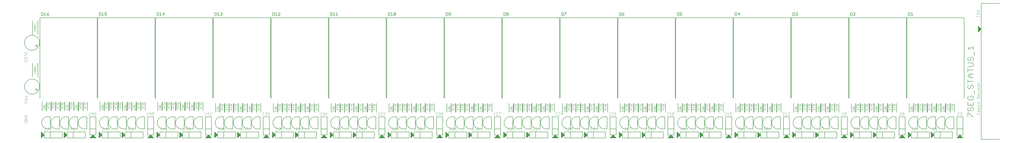
<source format=gto>
G75*
G70*
%OFA0B0*%
%FSLAX24Y24*%
%IPPOS*%
%LPD*%
%AMOC8*
5,1,8,0,0,1.08239X$1,22.5*
%
%ADD10C,0.0080*%
%ADD11C,0.0040*%
%ADD12C,0.0060*%
%ADD13C,0.0050*%
%ADD14C,0.0030*%
D10*
X155389Y007165D02*
X155389Y007779D01*
X155543Y007779D01*
X156157Y007165D01*
X156310Y007165D01*
X156157Y008086D02*
X156310Y008239D01*
X156310Y008546D01*
X156157Y008700D01*
X156003Y008700D01*
X155850Y008546D01*
X155850Y008239D01*
X155696Y008086D01*
X155543Y008086D01*
X155389Y008239D01*
X155389Y008546D01*
X155543Y008700D01*
X155389Y009007D02*
X156310Y009007D01*
X156310Y009620D01*
X156157Y009927D02*
X156310Y010081D01*
X156310Y010388D01*
X156157Y010541D01*
X155850Y010541D01*
X155850Y010234D01*
X155543Y009927D02*
X156157Y009927D01*
X155543Y009927D02*
X155389Y010081D01*
X155389Y010388D01*
X155543Y010541D01*
X156463Y010848D02*
X156463Y011462D01*
X156157Y011769D02*
X156310Y011922D01*
X156310Y012229D01*
X156157Y012383D01*
X156003Y012383D01*
X155850Y012229D01*
X155850Y011922D01*
X155696Y011769D01*
X155543Y011769D01*
X155389Y011922D01*
X155389Y012229D01*
X155543Y012383D01*
X155389Y012690D02*
X155389Y013304D01*
X155389Y012997D02*
X156310Y012997D01*
X156310Y013611D02*
X155696Y013611D01*
X155389Y013917D01*
X155696Y014224D01*
X156310Y014224D01*
X155850Y014224D02*
X155850Y013611D01*
X155389Y014531D02*
X155389Y015145D01*
X155389Y014838D02*
X156310Y014838D01*
X156157Y015452D02*
X156310Y015606D01*
X156310Y015912D01*
X156157Y016066D01*
X155389Y016066D01*
X155543Y016373D02*
X155696Y016373D01*
X155850Y016526D01*
X155850Y016833D01*
X156003Y016987D01*
X156157Y016987D01*
X156310Y016833D01*
X156310Y016526D01*
X156157Y016373D01*
X155543Y016373D02*
X155389Y016526D01*
X155389Y016833D01*
X155543Y016987D01*
X156463Y017294D02*
X156463Y017908D01*
X156310Y018214D02*
X156310Y018828D01*
X156310Y018521D02*
X155389Y018521D01*
X155696Y018214D01*
X155389Y015452D02*
X156157Y015452D01*
X155389Y009620D02*
X155389Y009007D01*
X155850Y009007D02*
X155850Y009314D01*
D11*
X157023Y009313D02*
X157023Y009543D01*
X157177Y009467D02*
X157177Y009313D01*
X157100Y009237D01*
X157023Y009313D01*
X157177Y009467D02*
X157253Y009543D01*
X157330Y009467D01*
X157330Y009237D01*
X157177Y009083D02*
X157177Y008776D01*
X157253Y008776D02*
X157100Y008776D01*
X157023Y008853D01*
X157023Y009006D01*
X157100Y009083D01*
X157177Y009083D01*
X157330Y009006D02*
X157330Y008853D01*
X157253Y008776D01*
X157330Y008623D02*
X157100Y008623D01*
X157023Y008546D01*
X157100Y008469D01*
X157330Y008469D01*
X157330Y008316D02*
X157023Y008316D01*
X157023Y008393D01*
X157100Y008469D01*
X157100Y008162D02*
X157330Y008162D01*
X157330Y007932D01*
X157253Y007855D01*
X157177Y007932D01*
X157177Y008162D01*
X157100Y008162D02*
X157023Y008086D01*
X157023Y007932D01*
X156870Y007702D02*
X156870Y007548D01*
X156870Y007625D02*
X157253Y007625D01*
X157330Y007548D01*
X157330Y007472D01*
X157253Y007395D01*
X154387Y007472D02*
X154311Y007395D01*
X154157Y007395D01*
X154080Y007472D01*
X154234Y007625D02*
X154311Y007625D01*
X154387Y007548D01*
X154387Y007472D01*
X154311Y007625D02*
X154387Y007702D01*
X154387Y007779D01*
X154311Y007855D01*
X154157Y007855D01*
X154080Y007779D01*
X153927Y007855D02*
X153773Y007855D01*
X153850Y007855D02*
X153850Y007472D01*
X153773Y007395D01*
X153697Y007395D01*
X153620Y007472D01*
X144887Y007472D02*
X144887Y007548D01*
X144811Y007625D01*
X144580Y007625D01*
X144580Y007472D01*
X144657Y007395D01*
X144811Y007395D01*
X144887Y007472D01*
X144734Y007779D02*
X144580Y007625D01*
X144734Y007779D02*
X144887Y007855D01*
X144427Y007855D02*
X144273Y007855D01*
X144350Y007855D02*
X144350Y007472D01*
X144273Y007395D01*
X144197Y007395D01*
X144120Y007472D01*
X135387Y007472D02*
X135387Y007779D01*
X135311Y007855D01*
X135157Y007855D01*
X135080Y007779D01*
X135080Y007702D01*
X135157Y007625D01*
X135387Y007625D01*
X135387Y007472D02*
X135311Y007395D01*
X135157Y007395D01*
X135080Y007472D01*
X134850Y007472D02*
X134850Y007855D01*
X134773Y007855D02*
X134927Y007855D01*
X134850Y007472D02*
X134773Y007395D01*
X134697Y007395D01*
X134620Y007472D01*
X126098Y007395D02*
X125791Y007395D01*
X126098Y007702D01*
X126098Y007779D01*
X126021Y007855D01*
X125868Y007855D01*
X125791Y007779D01*
X125484Y007855D02*
X125484Y007395D01*
X125637Y007395D02*
X125330Y007395D01*
X125100Y007472D02*
X125100Y007855D01*
X125023Y007855D02*
X125177Y007855D01*
X125330Y007702D02*
X125484Y007855D01*
X125100Y007472D02*
X125023Y007395D01*
X124947Y007395D01*
X124870Y007472D01*
X116598Y007472D02*
X116521Y007395D01*
X116368Y007395D01*
X116291Y007472D01*
X116291Y007625D02*
X116444Y007702D01*
X116521Y007702D01*
X116598Y007625D01*
X116598Y007472D01*
X116291Y007625D02*
X116291Y007855D01*
X116598Y007855D01*
X115984Y007855D02*
X115984Y007395D01*
X116137Y007395D02*
X115830Y007395D01*
X115600Y007472D02*
X115600Y007855D01*
X115523Y007855D02*
X115677Y007855D01*
X115830Y007702D02*
X115984Y007855D01*
X115600Y007472D02*
X115523Y007395D01*
X115447Y007395D01*
X115370Y007472D01*
X107098Y007472D02*
X107021Y007395D01*
X106868Y007395D01*
X106791Y007472D01*
X106791Y007548D01*
X106868Y007625D01*
X107021Y007625D01*
X107098Y007548D01*
X107098Y007472D01*
X107021Y007625D02*
X107098Y007702D01*
X107098Y007779D01*
X107021Y007855D01*
X106868Y007855D01*
X106791Y007779D01*
X106791Y007702D01*
X106868Y007625D01*
X106637Y007395D02*
X106330Y007395D01*
X106484Y007395D02*
X106484Y007855D01*
X106330Y007702D01*
X106177Y007855D02*
X106023Y007855D01*
X106100Y007855D02*
X106100Y007472D01*
X106023Y007395D01*
X105947Y007395D01*
X105870Y007472D01*
X097598Y007395D02*
X097291Y007395D01*
X097444Y007395D02*
X097444Y007855D01*
X097291Y007702D01*
X097137Y007702D02*
X097137Y007779D01*
X097061Y007855D01*
X096907Y007855D01*
X096830Y007779D01*
X096677Y007855D02*
X096523Y007855D01*
X096600Y007855D02*
X096600Y007472D01*
X096523Y007395D01*
X096447Y007395D01*
X096370Y007472D01*
X096830Y007395D02*
X097137Y007702D01*
X097137Y007395D02*
X096830Y007395D01*
X088848Y007625D02*
X088541Y007625D01*
X088771Y007855D01*
X088771Y007395D01*
X088387Y007395D02*
X088080Y007395D01*
X088387Y007702D01*
X088387Y007779D01*
X088311Y007855D01*
X088157Y007855D01*
X088080Y007779D01*
X087927Y007855D02*
X087773Y007855D01*
X087850Y007855D02*
X087850Y007472D01*
X087773Y007395D01*
X087697Y007395D01*
X087620Y007472D01*
X078598Y007779D02*
X078291Y007472D01*
X078291Y007395D01*
X078137Y007395D02*
X077830Y007395D01*
X078137Y007702D01*
X078137Y007779D01*
X078061Y007855D01*
X077907Y007855D01*
X077830Y007779D01*
X077677Y007855D02*
X077523Y007855D01*
X077600Y007855D02*
X077600Y007472D01*
X077523Y007395D01*
X077447Y007395D01*
X077370Y007472D01*
X078291Y007855D02*
X078598Y007855D01*
X078598Y007779D01*
X069098Y007779D02*
X068791Y007472D01*
X068868Y007395D01*
X069021Y007395D01*
X069098Y007472D01*
X069098Y007779D01*
X069021Y007855D01*
X068868Y007855D01*
X068791Y007779D01*
X068791Y007472D01*
X068637Y007472D02*
X068561Y007395D01*
X068407Y007395D01*
X068330Y007472D01*
X068484Y007625D02*
X068561Y007625D01*
X068637Y007548D01*
X068637Y007472D01*
X068561Y007625D02*
X068637Y007702D01*
X068637Y007779D01*
X068561Y007855D01*
X068407Y007855D01*
X068330Y007779D01*
X068177Y007855D02*
X068023Y007855D01*
X068100Y007855D02*
X068100Y007472D01*
X068023Y007395D01*
X067947Y007395D01*
X067870Y007472D01*
X059598Y007472D02*
X059521Y007395D01*
X059368Y007395D01*
X059291Y007472D01*
X059137Y007472D02*
X059061Y007395D01*
X058907Y007395D01*
X058830Y007472D01*
X058984Y007625D02*
X059061Y007625D01*
X059137Y007548D01*
X059137Y007472D01*
X059061Y007625D02*
X059137Y007702D01*
X059137Y007779D01*
X059061Y007855D01*
X058907Y007855D01*
X058830Y007779D01*
X058677Y007855D02*
X058523Y007855D01*
X058600Y007855D02*
X058600Y007472D01*
X058523Y007395D01*
X058447Y007395D01*
X058370Y007472D01*
X059291Y007779D02*
X059368Y007855D01*
X059521Y007855D01*
X059598Y007779D01*
X059598Y007702D01*
X059521Y007625D01*
X059598Y007548D01*
X059598Y007472D01*
X059521Y007625D02*
X059444Y007625D01*
X050098Y007548D02*
X050021Y007625D01*
X049791Y007625D01*
X049791Y007472D01*
X049868Y007395D01*
X050021Y007395D01*
X050098Y007472D01*
X050098Y007548D01*
X049944Y007779D02*
X049791Y007625D01*
X049637Y007548D02*
X049561Y007625D01*
X049484Y007625D01*
X049561Y007625D02*
X049637Y007702D01*
X049637Y007779D01*
X049561Y007855D01*
X049407Y007855D01*
X049330Y007779D01*
X049177Y007855D02*
X049023Y007855D01*
X049100Y007855D02*
X049100Y007472D01*
X049023Y007395D01*
X048947Y007395D01*
X048870Y007472D01*
X049330Y007472D02*
X049407Y007395D01*
X049561Y007395D01*
X049637Y007472D01*
X049637Y007548D01*
X049944Y007779D02*
X050098Y007855D01*
X040598Y007779D02*
X040598Y007472D01*
X040521Y007395D01*
X040368Y007395D01*
X040291Y007472D01*
X040137Y007472D02*
X040061Y007395D01*
X039907Y007395D01*
X039830Y007472D01*
X039984Y007625D02*
X040061Y007625D01*
X040137Y007548D01*
X040137Y007472D01*
X040061Y007625D02*
X040137Y007702D01*
X040137Y007779D01*
X040061Y007855D01*
X039907Y007855D01*
X039830Y007779D01*
X039677Y007855D02*
X039523Y007855D01*
X039600Y007855D02*
X039600Y007472D01*
X039523Y007395D01*
X039447Y007395D01*
X039370Y007472D01*
X040291Y007702D02*
X040368Y007625D01*
X040598Y007625D01*
X040598Y007779D02*
X040521Y007855D01*
X040368Y007855D01*
X040291Y007779D01*
X040291Y007702D01*
X031098Y007702D02*
X031098Y007779D01*
X031021Y007855D01*
X030868Y007855D01*
X030791Y007779D01*
X030637Y007625D02*
X030330Y007625D01*
X030561Y007855D01*
X030561Y007395D01*
X030791Y007395D02*
X031098Y007702D01*
X031098Y007395D02*
X030791Y007395D01*
X030100Y007472D02*
X030100Y007855D01*
X030023Y007855D02*
X030177Y007855D01*
X030100Y007472D02*
X030023Y007395D01*
X029947Y007395D01*
X029870Y007472D01*
X021598Y007472D02*
X021521Y007395D01*
X021368Y007395D01*
X021291Y007472D01*
X021291Y007625D02*
X021444Y007702D01*
X021521Y007702D01*
X021598Y007625D01*
X021598Y007472D01*
X021291Y007625D02*
X021291Y007855D01*
X021598Y007855D01*
X021137Y007625D02*
X020830Y007625D01*
X021061Y007855D01*
X021061Y007395D01*
X020600Y007472D02*
X020600Y007855D01*
X020523Y007855D02*
X020677Y007855D01*
X020600Y007472D02*
X020523Y007395D01*
X020447Y007395D01*
X020370Y007472D01*
X012098Y007472D02*
X012021Y007395D01*
X011868Y007395D01*
X011791Y007472D01*
X011791Y007548D01*
X011868Y007625D01*
X012021Y007625D01*
X012098Y007548D01*
X012098Y007472D01*
X012021Y007625D02*
X012098Y007702D01*
X012098Y007779D01*
X012021Y007855D01*
X011868Y007855D01*
X011791Y007779D01*
X011791Y007702D01*
X011868Y007625D01*
X011637Y007625D02*
X011330Y007625D01*
X011561Y007855D01*
X011561Y007395D01*
X011100Y007472D02*
X011100Y007855D01*
X011023Y007855D02*
X011177Y007855D01*
X011100Y007472D02*
X011023Y007395D01*
X010947Y007395D01*
X010870Y007472D01*
X000830Y007278D02*
X000754Y007355D01*
X000447Y007355D01*
X000370Y007278D01*
X000370Y007125D01*
X000447Y007048D01*
X000600Y007048D01*
X000600Y007202D01*
X000754Y007048D02*
X000830Y007125D01*
X000830Y007278D01*
X000830Y006895D02*
X000370Y006588D01*
X000830Y006588D01*
X000830Y006434D02*
X000830Y006204D01*
X000754Y006127D01*
X000447Y006127D01*
X000370Y006204D01*
X000370Y006434D01*
X000830Y006434D01*
X000830Y006895D02*
X000370Y006895D01*
X003773Y005355D02*
X003927Y005355D01*
X003850Y005355D02*
X003850Y004972D01*
X003773Y004895D01*
X003697Y004895D01*
X003620Y004972D01*
X004080Y005125D02*
X004387Y005125D01*
X004541Y004972D02*
X004541Y004895D01*
X004541Y004972D02*
X004848Y005279D01*
X004848Y005355D01*
X004541Y005355D01*
X004311Y005355D02*
X004080Y005125D01*
X004311Y004895D02*
X004311Y005355D01*
X007370Y004972D02*
X007447Y004895D01*
X007523Y004895D01*
X007600Y004972D01*
X007600Y005355D01*
X007523Y005355D02*
X007677Y005355D01*
X007830Y005125D02*
X008061Y005355D01*
X008061Y004895D01*
X008291Y004972D02*
X008291Y005125D01*
X008521Y005125D01*
X008598Y005048D01*
X008598Y004972D01*
X008521Y004895D01*
X008368Y004895D01*
X008291Y004972D01*
X008291Y005125D02*
X008444Y005279D01*
X008598Y005355D01*
X008137Y005125D02*
X007830Y005125D01*
X013120Y004972D02*
X013197Y004895D01*
X013273Y004895D01*
X013350Y004972D01*
X013350Y005355D01*
X013273Y005355D02*
X013427Y005355D01*
X013580Y005125D02*
X013811Y005355D01*
X013811Y004895D01*
X013887Y005125D02*
X013580Y005125D01*
X014041Y005125D02*
X014348Y005125D01*
X014271Y004895D02*
X014271Y005355D01*
X014041Y005125D01*
X016870Y004972D02*
X016947Y004895D01*
X017023Y004895D01*
X017100Y004972D01*
X017100Y005355D01*
X017023Y005355D02*
X017177Y005355D01*
X017330Y005125D02*
X017561Y005355D01*
X017561Y004895D01*
X017791Y004972D02*
X017868Y004895D01*
X018021Y004895D01*
X018098Y004972D01*
X018098Y005048D01*
X018021Y005125D01*
X017944Y005125D01*
X018021Y005125D02*
X018098Y005202D01*
X018098Y005279D01*
X018021Y005355D01*
X017868Y005355D01*
X017791Y005279D01*
X017637Y005125D02*
X017330Y005125D01*
X022620Y004972D02*
X022697Y004895D01*
X022773Y004895D01*
X022850Y004972D01*
X022850Y005355D01*
X022773Y005355D02*
X022927Y005355D01*
X023080Y005125D02*
X023311Y005355D01*
X023311Y004895D01*
X023541Y004895D02*
X023848Y004895D01*
X023694Y004895D02*
X023694Y005355D01*
X023541Y005202D01*
X023387Y005125D02*
X023080Y005125D01*
X026370Y004972D02*
X026447Y004895D01*
X026523Y004895D01*
X026600Y004972D01*
X026600Y005355D01*
X026523Y005355D02*
X026677Y005355D01*
X026830Y005125D02*
X027061Y005355D01*
X027061Y004895D01*
X027291Y004972D02*
X027598Y005279D01*
X027598Y004972D01*
X027521Y004895D01*
X027368Y004895D01*
X027291Y004972D01*
X027291Y005279D01*
X027368Y005355D01*
X027521Y005355D01*
X027598Y005279D01*
X027137Y005125D02*
X026830Y005125D01*
X032120Y004972D02*
X032197Y004895D01*
X032273Y004895D01*
X032350Y004972D01*
X032350Y005355D01*
X032273Y005355D02*
X032427Y005355D01*
X032580Y005279D02*
X032657Y005355D01*
X032811Y005355D01*
X032887Y005279D01*
X032887Y005202D01*
X032811Y005125D01*
X032887Y005048D01*
X032887Y004972D01*
X032811Y004895D01*
X032657Y004895D01*
X032580Y004972D01*
X032734Y005125D02*
X032811Y005125D01*
X033041Y005048D02*
X033118Y005125D01*
X033271Y005125D01*
X033348Y005048D01*
X033348Y004972D01*
X033271Y004895D01*
X033118Y004895D01*
X033041Y004972D01*
X033041Y005048D01*
X033118Y005125D02*
X033041Y005202D01*
X033041Y005279D01*
X033118Y005355D01*
X033271Y005355D01*
X033348Y005279D01*
X033348Y005202D01*
X033271Y005125D01*
X035870Y004972D02*
X035947Y004895D01*
X036023Y004895D01*
X036100Y004972D01*
X036100Y005355D01*
X036023Y005355D02*
X036177Y005355D01*
X036330Y005279D02*
X036407Y005355D01*
X036561Y005355D01*
X036637Y005279D01*
X036637Y005202D01*
X036561Y005125D01*
X036637Y005048D01*
X036637Y004972D01*
X036561Y004895D01*
X036407Y004895D01*
X036330Y004972D01*
X036484Y005125D02*
X036561Y005125D01*
X036791Y004972D02*
X036791Y004895D01*
X036791Y004972D02*
X037098Y005279D01*
X037098Y005355D01*
X036791Y005355D01*
X041620Y004972D02*
X041697Y004895D01*
X041773Y004895D01*
X041850Y004972D01*
X041850Y005355D01*
X041773Y005355D02*
X041927Y005355D01*
X042080Y005279D02*
X042157Y005355D01*
X042311Y005355D01*
X042387Y005279D01*
X042387Y005202D01*
X042311Y005125D01*
X042387Y005048D01*
X042387Y004972D01*
X042311Y004895D01*
X042157Y004895D01*
X042080Y004972D01*
X042234Y005125D02*
X042311Y005125D01*
X042541Y005125D02*
X042541Y005355D01*
X042848Y005355D01*
X042771Y005202D02*
X042848Y005125D01*
X042848Y004972D01*
X042771Y004895D01*
X042618Y004895D01*
X042541Y004972D01*
X042541Y005125D02*
X042694Y005202D01*
X042771Y005202D01*
X044870Y004972D02*
X044947Y004895D01*
X045023Y004895D01*
X045100Y004972D01*
X045100Y005355D01*
X045023Y005355D02*
X045177Y005355D01*
X045330Y005279D02*
X045407Y005355D01*
X045561Y005355D01*
X045637Y005279D01*
X045637Y005202D01*
X045561Y005125D01*
X045637Y005048D01*
X045637Y004972D01*
X045561Y004895D01*
X045407Y004895D01*
X045330Y004972D01*
X045484Y005125D02*
X045561Y005125D01*
X045791Y005125D02*
X046021Y005355D01*
X046021Y004895D01*
X046098Y005125D02*
X045791Y005125D01*
X051120Y004972D02*
X051197Y004895D01*
X051273Y004895D01*
X051350Y004972D01*
X051350Y005355D01*
X051273Y005355D02*
X051427Y005355D01*
X051580Y005279D02*
X051657Y005355D01*
X051811Y005355D01*
X051887Y005279D01*
X051887Y005202D01*
X051811Y005125D01*
X051887Y005048D01*
X051887Y004972D01*
X051811Y004895D01*
X051657Y004895D01*
X051580Y004972D01*
X051734Y005125D02*
X051811Y005125D01*
X052041Y005279D02*
X052118Y005355D01*
X052271Y005355D01*
X052348Y005279D01*
X052348Y005202D01*
X052041Y004895D01*
X052348Y004895D01*
X054870Y004972D02*
X054947Y004895D01*
X055023Y004895D01*
X055100Y004972D01*
X055100Y005355D01*
X055023Y005355D02*
X055177Y005355D01*
X055330Y005279D02*
X055407Y005355D01*
X055561Y005355D01*
X055637Y005279D01*
X055637Y005202D01*
X055561Y005125D01*
X055637Y005048D01*
X055637Y004972D01*
X055561Y004895D01*
X055407Y004895D01*
X055330Y004972D01*
X055484Y005125D02*
X055561Y005125D01*
X055791Y005202D02*
X055944Y005355D01*
X055944Y004895D01*
X055791Y004895D02*
X056098Y004895D01*
X060620Y004972D02*
X060697Y004895D01*
X060773Y004895D01*
X060850Y004972D01*
X060850Y005355D01*
X060773Y005355D02*
X060927Y005355D01*
X061080Y005279D02*
X061157Y005355D01*
X061311Y005355D01*
X061387Y005279D01*
X061387Y005202D01*
X061080Y004895D01*
X061387Y004895D01*
X061541Y004972D02*
X061618Y004895D01*
X061771Y004895D01*
X061848Y004972D01*
X061848Y005279D01*
X061771Y005355D01*
X061618Y005355D01*
X061541Y005279D01*
X061541Y005202D01*
X061618Y005125D01*
X061848Y005125D01*
X064370Y004972D02*
X064447Y004895D01*
X064523Y004895D01*
X064600Y004972D01*
X064600Y005355D01*
X064523Y005355D02*
X064677Y005355D01*
X064830Y005279D02*
X064907Y005355D01*
X065061Y005355D01*
X065137Y005279D01*
X065137Y005202D01*
X064830Y004895D01*
X065137Y004895D01*
X065291Y004972D02*
X065291Y005048D01*
X065368Y005125D01*
X065521Y005125D01*
X065598Y005048D01*
X065598Y004972D01*
X065521Y004895D01*
X065368Y004895D01*
X065291Y004972D01*
X065368Y005125D02*
X065291Y005202D01*
X065291Y005279D01*
X065368Y005355D01*
X065521Y005355D01*
X065598Y005279D01*
X065598Y005202D01*
X065521Y005125D01*
X070120Y004972D02*
X070197Y004895D01*
X070273Y004895D01*
X070350Y004972D01*
X070350Y005355D01*
X070273Y005355D02*
X070427Y005355D01*
X070580Y005279D02*
X070657Y005355D01*
X070811Y005355D01*
X070887Y005279D01*
X070887Y005202D01*
X070580Y004895D01*
X070887Y004895D01*
X071041Y004972D02*
X071118Y004895D01*
X071271Y004895D01*
X071348Y004972D01*
X071348Y005048D01*
X071271Y005125D01*
X071041Y005125D01*
X071041Y004972D01*
X071041Y005125D02*
X071194Y005279D01*
X071348Y005355D01*
X073870Y004972D02*
X073947Y004895D01*
X074023Y004895D01*
X074100Y004972D01*
X074100Y005355D01*
X074023Y005355D02*
X074177Y005355D01*
X074330Y005279D02*
X074407Y005355D01*
X074561Y005355D01*
X074637Y005279D01*
X074637Y005202D01*
X074330Y004895D01*
X074637Y004895D01*
X074791Y004972D02*
X074868Y004895D01*
X075021Y004895D01*
X075098Y004972D01*
X075098Y005125D01*
X075021Y005202D01*
X074944Y005202D01*
X074791Y005125D01*
X074791Y005355D01*
X075098Y005355D01*
X079620Y004972D02*
X079697Y004895D01*
X079773Y004895D01*
X079850Y004972D01*
X079850Y005355D01*
X079773Y005355D02*
X079927Y005355D01*
X080080Y005279D02*
X080157Y005355D01*
X080311Y005355D01*
X080387Y005279D01*
X080387Y005202D01*
X080080Y004895D01*
X080387Y004895D01*
X080541Y004972D02*
X080618Y004895D01*
X080771Y004895D01*
X080848Y004972D01*
X080848Y005048D01*
X080771Y005125D01*
X080694Y005125D01*
X080771Y005125D02*
X080848Y005202D01*
X080848Y005279D01*
X080771Y005355D01*
X080618Y005355D01*
X080541Y005279D01*
X083370Y004972D02*
X083447Y004895D01*
X083523Y004895D01*
X083600Y004972D01*
X083600Y005355D01*
X083523Y005355D02*
X083677Y005355D01*
X083830Y005279D02*
X083907Y005355D01*
X084061Y005355D01*
X084137Y005279D01*
X084137Y005202D01*
X083830Y004895D01*
X084137Y004895D01*
X084291Y004895D02*
X084598Y005202D01*
X084598Y005279D01*
X084521Y005355D01*
X084368Y005355D01*
X084291Y005279D01*
X084291Y004895D02*
X084598Y004895D01*
X089120Y004972D02*
X089197Y004895D01*
X089273Y004895D01*
X089350Y004972D01*
X089350Y005355D01*
X089273Y005355D02*
X089427Y005355D01*
X089580Y005279D02*
X089657Y005355D01*
X089811Y005355D01*
X089887Y005279D01*
X089887Y005202D01*
X089580Y004895D01*
X089887Y004895D01*
X090041Y004972D02*
X090348Y005279D01*
X090348Y004972D01*
X090271Y004895D01*
X090118Y004895D01*
X090041Y004972D01*
X090041Y005279D01*
X090118Y005355D01*
X090271Y005355D01*
X090348Y005279D01*
X093023Y005355D02*
X093177Y005355D01*
X093100Y005355D02*
X093100Y004972D01*
X093023Y004895D01*
X092947Y004895D01*
X092870Y004972D01*
X093330Y004895D02*
X093637Y004895D01*
X093484Y004895D02*
X093484Y005355D01*
X093330Y005202D01*
X093791Y005202D02*
X093868Y005125D01*
X094098Y005125D01*
X094098Y004972D02*
X094098Y005279D01*
X094021Y005355D01*
X093868Y005355D01*
X093791Y005279D01*
X093791Y005202D01*
X093791Y004972D02*
X093868Y004895D01*
X094021Y004895D01*
X094098Y004972D01*
X098870Y004972D02*
X098947Y004895D01*
X099023Y004895D01*
X099100Y004972D01*
X099100Y005355D01*
X099023Y005355D02*
X099177Y005355D01*
X099330Y005202D02*
X099484Y005355D01*
X099484Y004895D01*
X099637Y004895D02*
X099330Y004895D01*
X099791Y004895D02*
X099791Y004972D01*
X100098Y005279D01*
X100098Y005355D01*
X099791Y005355D01*
X102523Y005355D02*
X102677Y005355D01*
X102600Y005355D02*
X102600Y004972D01*
X102523Y004895D01*
X102447Y004895D01*
X102370Y004972D01*
X102830Y004895D02*
X103137Y004895D01*
X102984Y004895D02*
X102984Y005355D01*
X102830Y005202D01*
X103291Y005125D02*
X103291Y004972D01*
X103368Y004895D01*
X103521Y004895D01*
X103598Y004972D01*
X103598Y005048D01*
X103521Y005125D01*
X103291Y005125D01*
X103444Y005279D01*
X103598Y005355D01*
X108120Y004972D02*
X108197Y004895D01*
X108273Y004895D01*
X108350Y004972D01*
X108350Y005355D01*
X108273Y005355D02*
X108427Y005355D01*
X108580Y005202D02*
X108734Y005355D01*
X108734Y004895D01*
X108887Y004895D02*
X108580Y004895D01*
X109041Y005125D02*
X109348Y005125D01*
X109271Y004895D02*
X109271Y005355D01*
X109041Y005125D01*
X111870Y004972D02*
X111947Y004895D01*
X112023Y004895D01*
X112100Y004972D01*
X112100Y005355D01*
X112023Y005355D02*
X112177Y005355D01*
X112330Y005202D02*
X112484Y005355D01*
X112484Y004895D01*
X112637Y004895D02*
X112330Y004895D01*
X112791Y004972D02*
X112868Y004895D01*
X113021Y004895D01*
X113098Y004972D01*
X113098Y005048D01*
X113021Y005125D01*
X112944Y005125D01*
X113021Y005125D02*
X113098Y005202D01*
X113098Y005279D01*
X113021Y005355D01*
X112868Y005355D01*
X112791Y005279D01*
X117620Y004972D02*
X117697Y004895D01*
X117773Y004895D01*
X117850Y004972D01*
X117850Y005355D01*
X117773Y005355D02*
X117927Y005355D01*
X118080Y005202D02*
X118234Y005355D01*
X118234Y004895D01*
X118387Y004895D02*
X118080Y004895D01*
X118541Y004895D02*
X118848Y004895D01*
X118694Y004895D02*
X118694Y005355D01*
X118541Y005202D01*
X121370Y004972D02*
X121447Y004895D01*
X121523Y004895D01*
X121600Y004972D01*
X121600Y005355D01*
X121523Y005355D02*
X121677Y005355D01*
X121830Y005202D02*
X121984Y005355D01*
X121984Y004895D01*
X122137Y004895D02*
X121830Y004895D01*
X122291Y004972D02*
X122598Y005279D01*
X122598Y004972D01*
X122521Y004895D01*
X122368Y004895D01*
X122291Y004972D01*
X122291Y005279D01*
X122368Y005355D01*
X122521Y005355D01*
X122598Y005279D01*
X127120Y004972D02*
X127197Y004895D01*
X127273Y004895D01*
X127350Y004972D01*
X127350Y005355D01*
X127273Y005355D02*
X127427Y005355D01*
X127580Y005279D02*
X127580Y005202D01*
X127657Y005125D01*
X127811Y005125D01*
X127887Y005048D01*
X127887Y004972D01*
X127811Y004895D01*
X127657Y004895D01*
X127580Y004972D01*
X127580Y005048D01*
X127657Y005125D01*
X127811Y005125D02*
X127887Y005202D01*
X127887Y005279D01*
X127811Y005355D01*
X127657Y005355D01*
X127580Y005279D01*
X130870Y004972D02*
X130947Y004895D01*
X131023Y004895D01*
X131100Y004972D01*
X131100Y005355D01*
X131023Y005355D02*
X131177Y005355D01*
X131330Y005355D02*
X131637Y005355D01*
X131637Y005279D01*
X131330Y004972D01*
X131330Y004895D01*
X136620Y004972D02*
X136697Y004895D01*
X136773Y004895D01*
X136850Y004972D01*
X136850Y005355D01*
X136773Y005355D02*
X136927Y005355D01*
X137080Y005355D02*
X137080Y005125D01*
X137234Y005202D01*
X137311Y005202D01*
X137387Y005125D01*
X137387Y004972D01*
X137311Y004895D01*
X137157Y004895D01*
X137080Y004972D01*
X137080Y005355D02*
X137387Y005355D01*
X140370Y004972D02*
X140447Y004895D01*
X140523Y004895D01*
X140600Y004972D01*
X140600Y005355D01*
X140523Y005355D02*
X140677Y005355D01*
X140830Y005125D02*
X141061Y005355D01*
X141061Y004895D01*
X141137Y005125D02*
X140830Y005125D01*
X146120Y004972D02*
X146197Y004895D01*
X146273Y004895D01*
X146350Y004972D01*
X146350Y005355D01*
X146273Y005355D02*
X146427Y005355D01*
X146580Y005279D02*
X146657Y005355D01*
X146811Y005355D01*
X146887Y005279D01*
X146887Y005202D01*
X146580Y004895D01*
X146887Y004895D01*
X149620Y004972D02*
X149697Y004895D01*
X149773Y004895D01*
X149850Y004972D01*
X149850Y005355D01*
X149773Y005355D02*
X149927Y005355D01*
X150080Y005202D02*
X150234Y005355D01*
X150234Y004895D01*
X150387Y004895D02*
X150080Y004895D01*
X156870Y010157D02*
X157330Y010464D01*
X156870Y010464D01*
X157100Y010618D02*
X157023Y010694D01*
X157023Y010848D01*
X157100Y010925D01*
X157177Y010925D01*
X157177Y010618D01*
X157253Y010618D02*
X157100Y010618D01*
X157253Y010618D02*
X157330Y010694D01*
X157330Y010848D01*
X157253Y011078D02*
X157330Y011155D01*
X157253Y011232D01*
X157330Y011308D01*
X157253Y011385D01*
X157023Y011385D01*
X157023Y011539D02*
X157023Y011615D01*
X157100Y011692D01*
X157023Y011769D01*
X157100Y011845D01*
X157330Y011845D01*
X157330Y011692D02*
X157100Y011692D01*
X157023Y011539D02*
X157330Y011539D01*
X157253Y011999D02*
X157177Y012076D01*
X157177Y012306D01*
X157100Y012306D02*
X157330Y012306D01*
X157330Y012076D01*
X157253Y011999D01*
X157023Y012076D02*
X157023Y012229D01*
X157100Y012306D01*
X157023Y012459D02*
X157023Y012690D01*
X157100Y012766D01*
X157330Y012766D01*
X157330Y012459D02*
X157023Y012459D01*
X157023Y011078D02*
X157253Y011078D01*
X157330Y010157D02*
X156870Y010157D01*
X157253Y023514D02*
X157330Y023591D01*
X157330Y023667D01*
X157253Y023744D01*
X156870Y023744D01*
X156870Y023667D02*
X156870Y023821D01*
X157100Y023974D02*
X157100Y024281D01*
X157023Y024435D02*
X157100Y024511D01*
X157100Y024742D01*
X157253Y024742D02*
X156946Y024742D01*
X156870Y024665D01*
X156870Y024511D01*
X156946Y024435D01*
X157023Y024435D01*
X157253Y024435D02*
X157330Y024511D01*
X157330Y024665D01*
X157253Y024742D01*
X157330Y024204D02*
X156870Y024204D01*
X157100Y023974D01*
X002255Y022540D02*
X002075Y022540D01*
X002015Y022480D01*
X002015Y022300D01*
X002255Y022300D01*
X002195Y022172D02*
X002255Y022112D01*
X002255Y021992D01*
X002195Y021932D01*
X001955Y022172D01*
X002195Y022172D01*
X001955Y022172D02*
X001895Y022112D01*
X001895Y021992D01*
X001955Y021932D01*
X002195Y021932D01*
X002195Y021804D02*
X002255Y021743D01*
X002255Y021623D01*
X002195Y021563D01*
X001955Y021804D01*
X002195Y021804D01*
X001955Y021804D02*
X001895Y021743D01*
X001895Y021623D01*
X001955Y021563D01*
X002195Y021563D01*
X002255Y021435D02*
X002255Y021195D01*
X002255Y021315D02*
X001895Y021315D01*
X002015Y021195D01*
X000830Y017855D02*
X000523Y017855D01*
X000370Y017702D01*
X000523Y017548D01*
X000830Y017548D01*
X000830Y017395D02*
X000370Y017395D01*
X000370Y017088D01*
X000370Y016934D02*
X000370Y016627D01*
X000370Y016474D02*
X000370Y016244D01*
X000447Y016167D01*
X000754Y016167D01*
X000830Y016244D01*
X000830Y016474D01*
X000370Y016474D01*
X000600Y016781D02*
X000600Y016934D01*
X000830Y016934D02*
X000370Y016934D01*
X000830Y016934D02*
X000830Y016627D01*
X002015Y015480D02*
X002075Y015540D01*
X002255Y015540D01*
X002255Y015300D02*
X002015Y015300D01*
X002015Y015480D01*
X001955Y015172D02*
X002195Y014932D01*
X002255Y014992D01*
X002255Y015112D01*
X002195Y015172D01*
X001955Y015172D01*
X001895Y015112D01*
X001895Y014992D01*
X001955Y014932D01*
X002195Y014932D01*
X002195Y014804D02*
X002255Y014743D01*
X002255Y014623D01*
X002195Y014563D01*
X001955Y014804D01*
X002195Y014804D01*
X001955Y014804D02*
X001895Y014743D01*
X001895Y014623D01*
X001955Y014563D01*
X002195Y014563D01*
X002255Y014435D02*
X002255Y014195D01*
X002255Y014315D02*
X001895Y014315D01*
X002015Y014195D01*
X000600Y010605D02*
X000600Y010298D01*
X000600Y010145D02*
X000677Y009991D01*
X000677Y009914D01*
X000600Y009838D01*
X000447Y009838D01*
X000370Y009914D01*
X000370Y010068D01*
X000447Y010145D01*
X000600Y010145D02*
X000830Y010145D01*
X000830Y009838D01*
X000830Y009684D02*
X000523Y009684D01*
X000370Y009531D01*
X000523Y009377D01*
X000830Y009377D01*
X000754Y010452D02*
X000447Y010452D01*
D12*
X002906Y010228D02*
X002906Y023532D01*
X012294Y023532D01*
X012294Y010228D01*
X012406Y010228D02*
X012406Y023532D01*
X021794Y023532D01*
X021794Y010228D01*
X021906Y010228D02*
X021906Y023532D01*
X031294Y023532D01*
X031294Y010228D01*
X031406Y010228D02*
X031406Y023532D01*
X040794Y023532D01*
X040794Y010228D01*
X040906Y010228D02*
X040906Y023532D01*
X050294Y023532D01*
X050294Y010228D01*
X050406Y010228D02*
X050406Y023532D01*
X059794Y023532D01*
X059794Y010228D01*
X059906Y010228D02*
X059906Y023532D01*
X069294Y023532D01*
X069294Y010228D01*
X069406Y010228D02*
X069406Y023532D01*
X078794Y023532D01*
X078794Y010228D01*
X078906Y010228D02*
X078906Y023532D01*
X088294Y023532D01*
X088294Y010228D01*
X088406Y010228D02*
X088406Y023532D01*
X097794Y023532D01*
X097794Y010228D01*
X097906Y010228D02*
X097906Y023532D01*
X107294Y023532D01*
X107294Y010228D01*
X107406Y010228D02*
X107406Y023532D01*
X116794Y023532D01*
X116794Y010228D01*
X116906Y010228D02*
X116906Y023532D01*
X126294Y023532D01*
X126294Y010228D01*
X126406Y010228D02*
X126406Y023532D01*
X135794Y023532D01*
X135794Y010228D01*
X135906Y010228D02*
X135906Y023532D01*
X145294Y023532D01*
X145294Y010228D01*
X145406Y010228D02*
X145406Y023532D01*
X154794Y023532D01*
X154794Y010228D01*
X153200Y009350D02*
X153200Y007900D01*
X152500Y007900D02*
X152500Y009350D01*
X152450Y009350D02*
X152450Y007900D01*
X151750Y007900D02*
X151750Y009350D01*
X151700Y009350D02*
X151700Y007900D01*
X151000Y007900D02*
X151000Y009350D01*
X150950Y009350D02*
X150950Y007900D01*
X150250Y007900D02*
X150250Y009350D01*
X150200Y009350D02*
X150200Y007900D01*
X149500Y007900D02*
X149500Y009350D01*
X149450Y009350D02*
X149450Y007900D01*
X148750Y007900D02*
X148750Y009350D01*
X148700Y009350D02*
X148700Y007900D01*
X148000Y007900D02*
X148000Y009350D01*
X147950Y009350D02*
X147950Y007900D01*
X147250Y007900D02*
X147250Y009350D01*
X147200Y009350D02*
X147200Y007900D01*
X146500Y007900D02*
X146500Y009350D01*
X146450Y009350D02*
X146450Y007900D01*
X145750Y007900D02*
X145750Y009350D01*
X143700Y009350D02*
X143700Y007900D01*
X143000Y007900D02*
X143000Y009350D01*
X142950Y009350D02*
X142950Y007900D01*
X142250Y007900D02*
X142250Y009350D01*
X142200Y009350D02*
X142200Y007900D01*
X141500Y007900D02*
X141500Y009350D01*
X141450Y009350D02*
X141450Y007900D01*
X140750Y007900D02*
X140750Y009350D01*
X140700Y009350D02*
X140700Y007900D01*
X140000Y007900D02*
X140000Y009350D01*
X139950Y009350D02*
X139950Y007900D01*
X139250Y007900D02*
X139250Y009350D01*
X139200Y009350D02*
X139200Y007900D01*
X138500Y007900D02*
X138500Y009350D01*
X138450Y009350D02*
X138450Y007900D01*
X137750Y007900D02*
X137750Y009350D01*
X137700Y009350D02*
X137700Y007900D01*
X137000Y007900D02*
X137000Y009350D01*
X136950Y009350D02*
X136950Y007900D01*
X136250Y007900D02*
X136250Y009350D01*
X134200Y009350D02*
X134200Y007900D01*
X133500Y007900D02*
X133500Y009350D01*
X133450Y009350D02*
X133450Y007900D01*
X132750Y007900D02*
X132750Y009350D01*
X132700Y009350D02*
X132700Y007900D01*
X132000Y007900D02*
X132000Y009350D01*
X131950Y009350D02*
X131950Y007900D01*
X131250Y007900D02*
X131250Y009350D01*
X131200Y009350D02*
X131200Y007900D01*
X130500Y007900D02*
X130500Y009350D01*
X130450Y009350D02*
X130450Y007900D01*
X129750Y007900D02*
X129750Y009350D01*
X129700Y009350D02*
X129700Y007900D01*
X129000Y007900D02*
X129000Y009350D01*
X128950Y009350D02*
X128950Y007900D01*
X128250Y007900D02*
X128250Y009350D01*
X128200Y009350D02*
X128200Y007900D01*
X127500Y007900D02*
X127500Y009350D01*
X127450Y009350D02*
X127450Y007900D01*
X126750Y007900D02*
X126750Y009350D01*
X124700Y009350D02*
X124700Y007900D01*
X124000Y007900D02*
X124000Y009350D01*
X123950Y009350D02*
X123950Y007900D01*
X123250Y007900D02*
X123250Y009350D01*
X123200Y009350D02*
X123200Y007900D01*
X122500Y007900D02*
X122500Y009350D01*
X122450Y009350D02*
X122450Y007900D01*
X121750Y007900D02*
X121750Y009350D01*
X121700Y009350D02*
X121700Y007900D01*
X121000Y007900D02*
X121000Y009350D01*
X120950Y009350D02*
X120950Y007900D01*
X120250Y007900D02*
X120250Y009350D01*
X120200Y009350D02*
X120200Y007900D01*
X119500Y007900D02*
X119500Y009350D01*
X119450Y009350D02*
X119450Y007900D01*
X118750Y007900D02*
X118750Y009350D01*
X118700Y009350D02*
X118700Y007900D01*
X118000Y007900D02*
X118000Y009350D01*
X117950Y009350D02*
X117950Y007900D01*
X117250Y007900D02*
X117250Y009350D01*
X115200Y009350D02*
X115200Y007900D01*
X114500Y007900D02*
X114500Y009350D01*
X114450Y009350D02*
X114450Y007900D01*
X113750Y007900D02*
X113750Y009350D01*
X113700Y009350D02*
X113700Y007900D01*
X113000Y007900D02*
X113000Y009350D01*
X112950Y009350D02*
X112950Y007900D01*
X112250Y007900D02*
X112250Y009350D01*
X112200Y009350D02*
X112200Y007900D01*
X111500Y007900D02*
X111500Y009350D01*
X111450Y009350D02*
X111450Y007900D01*
X110750Y007900D02*
X110750Y009350D01*
X110700Y009350D02*
X110700Y007900D01*
X110000Y007900D02*
X110000Y009350D01*
X109950Y009350D02*
X109950Y007900D01*
X109250Y007900D02*
X109250Y009350D01*
X109200Y009350D02*
X109200Y007900D01*
X108500Y007900D02*
X108500Y009350D01*
X108450Y009350D02*
X108450Y007900D01*
X107750Y007900D02*
X107750Y009350D01*
X105700Y009350D02*
X105700Y007900D01*
X105000Y007900D02*
X105000Y009350D01*
X104950Y009350D02*
X104950Y007900D01*
X104250Y007900D02*
X104250Y009350D01*
X104200Y009350D02*
X104200Y007900D01*
X103500Y007900D02*
X103500Y009350D01*
X103450Y009350D02*
X103450Y007900D01*
X102750Y007900D02*
X102750Y009350D01*
X102700Y009350D02*
X102700Y007900D01*
X102000Y007900D02*
X102000Y009350D01*
X101950Y009350D02*
X101950Y007900D01*
X101250Y007900D02*
X101250Y009350D01*
X101200Y009350D02*
X101200Y007900D01*
X100500Y007900D02*
X100500Y009350D01*
X100450Y009350D02*
X100450Y007900D01*
X099750Y007900D02*
X099750Y009350D01*
X099700Y009350D02*
X099700Y007900D01*
X099000Y007900D02*
X099000Y009350D01*
X098950Y009350D02*
X098950Y007900D01*
X098250Y007900D02*
X098250Y009350D01*
X096200Y009350D02*
X096200Y007900D01*
X095500Y007900D02*
X095500Y009350D01*
X095450Y009350D02*
X095450Y007900D01*
X094750Y007900D02*
X094750Y009350D01*
X094700Y009350D02*
X094700Y007900D01*
X094000Y007900D02*
X094000Y009350D01*
X093950Y009350D02*
X093950Y007900D01*
X093250Y007900D02*
X093250Y009350D01*
X093200Y009350D02*
X093200Y007900D01*
X092500Y007900D02*
X092500Y009350D01*
X092450Y009350D02*
X092450Y007900D01*
X091750Y007900D02*
X091750Y009350D01*
X091700Y009350D02*
X091700Y007900D01*
X091000Y007900D02*
X091000Y009350D01*
X090950Y009350D02*
X090950Y007900D01*
X090250Y007900D02*
X090250Y009350D01*
X090200Y009350D02*
X090200Y007900D01*
X089500Y007900D02*
X089500Y009350D01*
X089450Y009350D02*
X089450Y007900D01*
X088750Y007900D02*
X088750Y009350D01*
X087450Y009350D02*
X087450Y007900D01*
X086750Y007900D02*
X086750Y009350D01*
X086700Y009350D02*
X086700Y007900D01*
X086000Y007900D02*
X086000Y009350D01*
X085950Y009350D02*
X085950Y007900D01*
X085250Y007900D02*
X085250Y009350D01*
X085200Y009350D02*
X085200Y007900D01*
X084500Y007900D02*
X084500Y009350D01*
X084450Y009350D02*
X084450Y007900D01*
X083750Y007900D02*
X083750Y009350D01*
X083700Y009350D02*
X083700Y007900D01*
X083000Y007900D02*
X083000Y009350D01*
X082950Y009350D02*
X082950Y007900D01*
X082250Y007900D02*
X082250Y009350D01*
X082200Y009350D02*
X082200Y007900D01*
X081500Y007900D02*
X081500Y009350D01*
X081450Y009350D02*
X081450Y007900D01*
X080750Y007900D02*
X080750Y009350D01*
X080700Y009350D02*
X080700Y007900D01*
X080000Y007900D02*
X080000Y009350D01*
X077200Y009350D02*
X077200Y007900D01*
X076500Y007900D02*
X076500Y009350D01*
X076450Y009350D02*
X076450Y007900D01*
X075750Y007900D02*
X075750Y009350D01*
X075700Y009350D02*
X075700Y007900D01*
X075000Y007900D02*
X075000Y009350D01*
X074950Y009350D02*
X074950Y007900D01*
X074250Y007900D02*
X074250Y009350D01*
X074200Y009350D02*
X074200Y007900D01*
X073500Y007900D02*
X073500Y009350D01*
X073450Y009350D02*
X073450Y007900D01*
X072750Y007900D02*
X072750Y009350D01*
X072700Y009350D02*
X072700Y007900D01*
X072000Y007900D02*
X072000Y009350D01*
X071950Y009350D02*
X071950Y007900D01*
X071250Y007900D02*
X071250Y009350D01*
X071200Y009350D02*
X071200Y007900D01*
X070500Y007900D02*
X070500Y009350D01*
X070450Y009350D02*
X070450Y007900D01*
X069750Y007900D02*
X069750Y009350D01*
X067700Y009350D02*
X067700Y007900D01*
X067000Y007900D02*
X067000Y009350D01*
X066950Y009350D02*
X066950Y007900D01*
X066250Y007900D02*
X066250Y009350D01*
X066200Y009350D02*
X066200Y007900D01*
X065500Y007900D02*
X065500Y009350D01*
X065450Y009350D02*
X065450Y007900D01*
X064750Y007900D02*
X064750Y009350D01*
X064700Y009350D02*
X064700Y007900D01*
X064000Y007900D02*
X064000Y009350D01*
X063950Y009350D02*
X063950Y007900D01*
X063250Y007900D02*
X063250Y009350D01*
X063200Y009350D02*
X063200Y007900D01*
X062500Y007900D02*
X062500Y009350D01*
X062450Y009350D02*
X062450Y007900D01*
X061750Y007900D02*
X061750Y009350D01*
X061700Y009350D02*
X061700Y007900D01*
X061000Y007900D02*
X061000Y009350D01*
X060950Y009350D02*
X060950Y007900D01*
X060250Y007900D02*
X060250Y009350D01*
X058200Y009350D02*
X058200Y007900D01*
X057500Y007900D02*
X057500Y009350D01*
X057450Y009350D02*
X057450Y007900D01*
X056750Y007900D02*
X056750Y009350D01*
X056700Y009350D02*
X056700Y007900D01*
X056000Y007900D02*
X056000Y009350D01*
X055950Y009350D02*
X055950Y007900D01*
X055250Y007900D02*
X055250Y009350D01*
X055200Y009350D02*
X055200Y007900D01*
X054500Y007900D02*
X054500Y009350D01*
X054450Y009350D02*
X054450Y007900D01*
X053750Y007900D02*
X053750Y009350D01*
X053700Y009350D02*
X053700Y007900D01*
X053000Y007900D02*
X053000Y009350D01*
X052950Y009350D02*
X052950Y007900D01*
X052250Y007900D02*
X052250Y009350D01*
X052200Y009350D02*
X052200Y007900D01*
X051500Y007900D02*
X051500Y009350D01*
X051450Y009350D02*
X051450Y007900D01*
X050750Y007900D02*
X050750Y009350D01*
X048700Y009350D02*
X048700Y007900D01*
X048000Y007900D02*
X048000Y009350D01*
X047950Y009350D02*
X047950Y007900D01*
X047250Y007900D02*
X047250Y009350D01*
X047200Y009350D02*
X047200Y007900D01*
X046500Y007900D02*
X046500Y009350D01*
X046450Y009350D02*
X046450Y007900D01*
X045750Y007900D02*
X045750Y009350D01*
X045700Y009350D02*
X045700Y007900D01*
X045000Y007900D02*
X045000Y009350D01*
X044950Y009350D02*
X044950Y007900D01*
X044250Y007900D02*
X044250Y009350D01*
X044200Y009350D02*
X044200Y007900D01*
X043500Y007900D02*
X043500Y009350D01*
X043450Y009350D02*
X043450Y007900D01*
X042750Y007900D02*
X042750Y009350D01*
X042700Y009350D02*
X042700Y007900D01*
X042000Y007900D02*
X042000Y009350D01*
X041950Y009350D02*
X041950Y007900D01*
X041250Y007900D02*
X041250Y009350D01*
X039200Y009350D02*
X039200Y007900D01*
X038500Y007900D02*
X038500Y009350D01*
X038450Y009350D02*
X038450Y007900D01*
X037750Y007900D02*
X037750Y009350D01*
X037700Y009350D02*
X037700Y007900D01*
X037000Y007900D02*
X037000Y009350D01*
X036950Y009350D02*
X036950Y007900D01*
X036250Y007900D02*
X036250Y009350D01*
X036200Y009350D02*
X036200Y007900D01*
X035500Y007900D02*
X035500Y009350D01*
X035450Y009350D02*
X035450Y007900D01*
X034750Y007900D02*
X034750Y009350D01*
X034700Y009350D02*
X034700Y007900D01*
X034000Y007900D02*
X034000Y009350D01*
X033950Y009350D02*
X033950Y007900D01*
X033250Y007900D02*
X033250Y009350D01*
X033200Y009350D02*
X033200Y007900D01*
X032500Y007900D02*
X032500Y009350D01*
X032450Y009350D02*
X032450Y007900D01*
X031750Y007900D02*
X031750Y009350D01*
X029700Y009600D02*
X029700Y008150D01*
X029000Y008150D02*
X029000Y009600D01*
X028950Y009600D02*
X028950Y008150D01*
X028250Y008150D02*
X028250Y009600D01*
X028200Y009600D02*
X028200Y008150D01*
X027500Y008150D02*
X027500Y009600D01*
X027450Y009600D02*
X027450Y008150D01*
X026750Y008150D02*
X026750Y009600D01*
X026700Y009600D02*
X026700Y008150D01*
X026000Y008150D02*
X026000Y009600D01*
X025950Y009600D02*
X025950Y008150D01*
X025250Y008150D02*
X025250Y009600D01*
X025200Y009600D02*
X025200Y008150D01*
X024500Y008150D02*
X024500Y009600D01*
X024450Y009600D02*
X024450Y008150D01*
X023750Y008150D02*
X023750Y009600D01*
X023700Y009600D02*
X023700Y008150D01*
X023000Y008150D02*
X023000Y009600D01*
X022950Y009600D02*
X022950Y008150D01*
X022250Y008150D02*
X022250Y009600D01*
X020200Y009600D02*
X020200Y008150D01*
X019500Y008150D02*
X019500Y009600D01*
X019450Y009600D02*
X019450Y008150D01*
X018750Y008150D02*
X018750Y009600D01*
X018700Y009600D02*
X018700Y008150D01*
X018000Y008150D02*
X018000Y009600D01*
X017950Y009600D02*
X017950Y008150D01*
X017250Y008150D02*
X017250Y009600D01*
X017200Y009600D02*
X017200Y008150D01*
X016500Y008150D02*
X016500Y009600D01*
X016450Y009600D02*
X016450Y008150D01*
X015750Y008150D02*
X015750Y009600D01*
X015700Y009600D02*
X015700Y008150D01*
X015000Y008150D02*
X015000Y009600D01*
X014950Y009600D02*
X014950Y008150D01*
X014250Y008150D02*
X014250Y009600D01*
X014200Y009600D02*
X014200Y008150D01*
X013500Y008150D02*
X013500Y009600D01*
X013450Y009600D02*
X013450Y008150D01*
X012750Y008150D02*
X012750Y009600D01*
X010700Y009600D02*
X010700Y008150D01*
X010000Y008150D02*
X010000Y009600D01*
X009950Y009600D02*
X009950Y008150D01*
X009250Y008150D02*
X009250Y009600D01*
X009200Y009600D02*
X009200Y008150D01*
X008500Y008150D02*
X008500Y009600D01*
X008450Y009600D02*
X008450Y008150D01*
X007750Y008150D02*
X007750Y009600D01*
X007700Y009600D02*
X007700Y008150D01*
X007000Y008150D02*
X007000Y009600D01*
X006950Y009600D02*
X006950Y008150D01*
X006250Y008150D02*
X006250Y009600D01*
X006200Y009600D02*
X006200Y008150D01*
X005500Y008150D02*
X005500Y009600D01*
X005450Y009600D02*
X005450Y008150D01*
X004750Y008150D02*
X004750Y009600D01*
X004700Y009600D02*
X004700Y008150D01*
X004000Y008150D02*
X004000Y009600D01*
X003950Y009600D02*
X003950Y008150D01*
X003250Y008150D02*
X003250Y009600D01*
X002550Y013725D02*
X002550Y016025D01*
X001650Y016025D02*
X001650Y013725D01*
X001650Y020725D02*
X001650Y023025D01*
X002550Y023025D02*
X002550Y020725D01*
D13*
X003600Y004125D02*
X003100Y003625D01*
X003100Y004625D01*
X003600Y004125D01*
X003578Y004103D02*
X003100Y004103D01*
X003100Y004151D02*
X003574Y004151D01*
X003525Y004200D02*
X003100Y004200D01*
X003100Y004248D02*
X003477Y004248D01*
X003428Y004297D02*
X003100Y004297D01*
X003100Y004345D02*
X003380Y004345D01*
X003331Y004394D02*
X003100Y004394D01*
X003100Y004442D02*
X003283Y004442D01*
X003234Y004491D02*
X003100Y004491D01*
X003100Y004539D02*
X003186Y004539D01*
X003137Y004588D02*
X003100Y004588D01*
X003600Y004625D02*
X004600Y004625D01*
X004600Y003625D01*
X003600Y003625D01*
X003600Y004625D01*
X004600Y004625D02*
X006600Y004625D01*
X006600Y003625D01*
X004600Y003625D01*
X003529Y004054D02*
X003100Y004054D01*
X003100Y004006D02*
X003481Y004006D01*
X003432Y003957D02*
X003100Y003957D01*
X003100Y003909D02*
X003384Y003909D01*
X003335Y003860D02*
X003100Y003860D01*
X003100Y003812D02*
X003287Y003812D01*
X003238Y003763D02*
X003100Y003763D01*
X003100Y003715D02*
X003190Y003715D01*
X003141Y003666D02*
X003100Y003666D01*
X006850Y003666D02*
X006891Y003666D01*
X006850Y003625D02*
X007350Y004125D01*
X006850Y004625D01*
X006850Y003625D01*
X006850Y003715D02*
X006940Y003715D01*
X006988Y003763D02*
X006850Y003763D01*
X006850Y003812D02*
X007037Y003812D01*
X007085Y003860D02*
X006850Y003860D01*
X006850Y003909D02*
X007134Y003909D01*
X007182Y003957D02*
X006850Y003957D01*
X006850Y004006D02*
X007231Y004006D01*
X007279Y004054D02*
X006850Y004054D01*
X006850Y004103D02*
X007328Y004103D01*
X007324Y004151D02*
X006850Y004151D01*
X006850Y004200D02*
X007275Y004200D01*
X007227Y004248D02*
X006850Y004248D01*
X006850Y004297D02*
X007178Y004297D01*
X007130Y004345D02*
X006850Y004345D01*
X006850Y004394D02*
X007081Y004394D01*
X007033Y004442D02*
X006850Y004442D01*
X006850Y004491D02*
X006984Y004491D01*
X006936Y004539D02*
X006850Y004539D01*
X006850Y004588D02*
X006887Y004588D01*
X007350Y004625D02*
X008350Y004625D01*
X008350Y003625D01*
X007350Y003625D01*
X007350Y004625D01*
X008350Y004625D02*
X010350Y004625D01*
X010350Y003625D01*
X008350Y003625D01*
X011100Y003625D02*
X011600Y004125D01*
X012100Y003625D01*
X011100Y003625D01*
X011141Y003666D02*
X012059Y003666D01*
X012010Y003715D02*
X011190Y003715D01*
X011238Y003763D02*
X011962Y003763D01*
X011913Y003812D02*
X011287Y003812D01*
X011335Y003860D02*
X011865Y003860D01*
X011816Y003909D02*
X011384Y003909D01*
X011432Y003957D02*
X011768Y003957D01*
X011719Y004006D02*
X011481Y004006D01*
X011529Y004054D02*
X011671Y004054D01*
X011622Y004103D02*
X011578Y004103D01*
X011100Y004125D02*
X012100Y004125D01*
X012100Y005125D01*
X011100Y005125D01*
X011100Y007125D01*
X012100Y007125D01*
X012100Y005125D01*
X011100Y005125D02*
X011100Y004125D01*
X012600Y004103D02*
X013078Y004103D01*
X013100Y004125D02*
X012600Y003625D01*
X012600Y004625D01*
X013100Y004125D01*
X013074Y004151D02*
X012600Y004151D01*
X012600Y004200D02*
X013025Y004200D01*
X012977Y004248D02*
X012600Y004248D01*
X012600Y004297D02*
X012928Y004297D01*
X012880Y004345D02*
X012600Y004345D01*
X012600Y004394D02*
X012831Y004394D01*
X012783Y004442D02*
X012600Y004442D01*
X012600Y004491D02*
X012734Y004491D01*
X012686Y004539D02*
X012600Y004539D01*
X012600Y004588D02*
X012637Y004588D01*
X013100Y004625D02*
X014100Y004625D01*
X014100Y003625D01*
X013100Y003625D01*
X013100Y004625D01*
X014100Y004625D02*
X016100Y004625D01*
X016100Y003625D01*
X014100Y003625D01*
X013029Y004054D02*
X012600Y004054D01*
X012600Y004006D02*
X012981Y004006D01*
X012932Y003957D02*
X012600Y003957D01*
X012600Y003909D02*
X012884Y003909D01*
X012835Y003860D02*
X012600Y003860D01*
X012600Y003812D02*
X012787Y003812D01*
X012738Y003763D02*
X012600Y003763D01*
X012600Y003715D02*
X012690Y003715D01*
X012641Y003666D02*
X012600Y003666D01*
X016350Y003666D02*
X016391Y003666D01*
X016350Y003625D02*
X016850Y004125D01*
X016350Y004625D01*
X016350Y003625D01*
X016350Y003715D02*
X016440Y003715D01*
X016488Y003763D02*
X016350Y003763D01*
X016350Y003812D02*
X016537Y003812D01*
X016585Y003860D02*
X016350Y003860D01*
X016350Y003909D02*
X016634Y003909D01*
X016682Y003957D02*
X016350Y003957D01*
X016350Y004006D02*
X016731Y004006D01*
X016779Y004054D02*
X016350Y004054D01*
X016350Y004103D02*
X016828Y004103D01*
X016824Y004151D02*
X016350Y004151D01*
X016350Y004200D02*
X016775Y004200D01*
X016727Y004248D02*
X016350Y004248D01*
X016350Y004297D02*
X016678Y004297D01*
X016630Y004345D02*
X016350Y004345D01*
X016350Y004394D02*
X016581Y004394D01*
X016533Y004442D02*
X016350Y004442D01*
X016350Y004491D02*
X016484Y004491D01*
X016436Y004539D02*
X016350Y004539D01*
X016350Y004588D02*
X016387Y004588D01*
X016850Y004625D02*
X017850Y004625D01*
X017850Y003625D01*
X016850Y003625D01*
X016850Y004625D01*
X017850Y004625D02*
X019850Y004625D01*
X019850Y003625D01*
X017850Y003625D01*
X020600Y003625D02*
X021100Y004125D01*
X021600Y003625D01*
X020600Y003625D01*
X020641Y003666D02*
X021559Y003666D01*
X021510Y003715D02*
X020690Y003715D01*
X020738Y003763D02*
X021462Y003763D01*
X021413Y003812D02*
X020787Y003812D01*
X020835Y003860D02*
X021365Y003860D01*
X021316Y003909D02*
X020884Y003909D01*
X020932Y003957D02*
X021268Y003957D01*
X021219Y004006D02*
X020981Y004006D01*
X021029Y004054D02*
X021171Y004054D01*
X021122Y004103D02*
X021078Y004103D01*
X020600Y004125D02*
X020600Y005125D01*
X021600Y005125D01*
X021600Y004125D01*
X020600Y004125D01*
X022100Y004103D02*
X022578Y004103D01*
X022600Y004125D02*
X022100Y003625D01*
X022100Y004625D01*
X022600Y004125D01*
X022574Y004151D02*
X022100Y004151D01*
X022100Y004200D02*
X022525Y004200D01*
X022477Y004248D02*
X022100Y004248D01*
X022100Y004297D02*
X022428Y004297D01*
X022380Y004345D02*
X022100Y004345D01*
X022100Y004394D02*
X022331Y004394D01*
X022283Y004442D02*
X022100Y004442D01*
X022100Y004491D02*
X022234Y004491D01*
X022186Y004539D02*
X022100Y004539D01*
X022100Y004588D02*
X022137Y004588D01*
X022600Y004625D02*
X023600Y004625D01*
X023600Y003625D01*
X022600Y003625D01*
X022600Y004625D01*
X023600Y004625D02*
X025600Y004625D01*
X025600Y003625D01*
X023600Y003625D01*
X022529Y004054D02*
X022100Y004054D01*
X022100Y004006D02*
X022481Y004006D01*
X022432Y003957D02*
X022100Y003957D01*
X022100Y003909D02*
X022384Y003909D01*
X022335Y003860D02*
X022100Y003860D01*
X022100Y003812D02*
X022287Y003812D01*
X022238Y003763D02*
X022100Y003763D01*
X022100Y003715D02*
X022190Y003715D01*
X022141Y003666D02*
X022100Y003666D01*
X025850Y003666D02*
X025891Y003666D01*
X025850Y003625D02*
X026350Y004125D01*
X025850Y004625D01*
X025850Y003625D01*
X025850Y003715D02*
X025940Y003715D01*
X025988Y003763D02*
X025850Y003763D01*
X025850Y003812D02*
X026037Y003812D01*
X026085Y003860D02*
X025850Y003860D01*
X025850Y003909D02*
X026134Y003909D01*
X026182Y003957D02*
X025850Y003957D01*
X025850Y004006D02*
X026231Y004006D01*
X026279Y004054D02*
X025850Y004054D01*
X025850Y004103D02*
X026328Y004103D01*
X026324Y004151D02*
X025850Y004151D01*
X025850Y004200D02*
X026275Y004200D01*
X026227Y004248D02*
X025850Y004248D01*
X025850Y004297D02*
X026178Y004297D01*
X026130Y004345D02*
X025850Y004345D01*
X025850Y004394D02*
X026081Y004394D01*
X026033Y004442D02*
X025850Y004442D01*
X025850Y004491D02*
X025984Y004491D01*
X025936Y004539D02*
X025850Y004539D01*
X025850Y004588D02*
X025887Y004588D01*
X026350Y004625D02*
X027350Y004625D01*
X027350Y003625D01*
X026350Y003625D01*
X026350Y004625D01*
X027350Y004625D02*
X029350Y004625D01*
X029350Y003625D01*
X027350Y003625D01*
X030100Y003625D02*
X030600Y004125D01*
X031100Y003625D01*
X030100Y003625D01*
X030141Y003666D02*
X031059Y003666D01*
X031010Y003715D02*
X030190Y003715D01*
X030238Y003763D02*
X030962Y003763D01*
X030913Y003812D02*
X030287Y003812D01*
X030335Y003860D02*
X030865Y003860D01*
X030816Y003909D02*
X030384Y003909D01*
X030432Y003957D02*
X030768Y003957D01*
X030719Y004006D02*
X030481Y004006D01*
X030529Y004054D02*
X030671Y004054D01*
X030622Y004103D02*
X030578Y004103D01*
X030100Y004125D02*
X030100Y005125D01*
X031100Y005125D01*
X031100Y004125D01*
X030100Y004125D01*
X031600Y004103D02*
X032078Y004103D01*
X032100Y004125D02*
X031600Y003625D01*
X031600Y004625D01*
X032100Y004125D01*
X032074Y004151D02*
X031600Y004151D01*
X031600Y004200D02*
X032025Y004200D01*
X031977Y004248D02*
X031600Y004248D01*
X031600Y004297D02*
X031928Y004297D01*
X031880Y004345D02*
X031600Y004345D01*
X031600Y004394D02*
X031831Y004394D01*
X031783Y004442D02*
X031600Y004442D01*
X031600Y004491D02*
X031734Y004491D01*
X031686Y004539D02*
X031600Y004539D01*
X031600Y004588D02*
X031637Y004588D01*
X032100Y004625D02*
X033100Y004625D01*
X033100Y003625D01*
X032100Y003625D01*
X032100Y004625D01*
X033100Y004625D02*
X035100Y004625D01*
X035100Y003625D01*
X033100Y003625D01*
X032029Y004054D02*
X031600Y004054D01*
X031600Y004006D02*
X031981Y004006D01*
X031932Y003957D02*
X031600Y003957D01*
X031600Y003909D02*
X031884Y003909D01*
X031835Y003860D02*
X031600Y003860D01*
X031600Y003812D02*
X031787Y003812D01*
X031738Y003763D02*
X031600Y003763D01*
X031600Y003715D02*
X031690Y003715D01*
X031641Y003666D02*
X031600Y003666D01*
X035350Y003666D02*
X035391Y003666D01*
X035350Y003625D02*
X035850Y004125D01*
X035350Y004625D01*
X035350Y003625D01*
X035350Y003715D02*
X035440Y003715D01*
X035488Y003763D02*
X035350Y003763D01*
X035350Y003812D02*
X035537Y003812D01*
X035585Y003860D02*
X035350Y003860D01*
X035350Y003909D02*
X035634Y003909D01*
X035682Y003957D02*
X035350Y003957D01*
X035350Y004006D02*
X035731Y004006D01*
X035779Y004054D02*
X035350Y004054D01*
X035350Y004103D02*
X035828Y004103D01*
X035824Y004151D02*
X035350Y004151D01*
X035350Y004200D02*
X035775Y004200D01*
X035727Y004248D02*
X035350Y004248D01*
X035350Y004297D02*
X035678Y004297D01*
X035630Y004345D02*
X035350Y004345D01*
X035350Y004394D02*
X035581Y004394D01*
X035533Y004442D02*
X035350Y004442D01*
X035350Y004491D02*
X035484Y004491D01*
X035436Y004539D02*
X035350Y004539D01*
X035350Y004588D02*
X035387Y004588D01*
X035850Y004625D02*
X036850Y004625D01*
X036850Y003625D01*
X035850Y003625D01*
X035850Y004625D01*
X036850Y004625D02*
X038850Y004625D01*
X038850Y003625D01*
X036850Y003625D01*
X039600Y003625D02*
X040100Y004125D01*
X040600Y003625D01*
X039600Y003625D01*
X039641Y003666D02*
X040559Y003666D01*
X040510Y003715D02*
X039690Y003715D01*
X039738Y003763D02*
X040462Y003763D01*
X040413Y003812D02*
X039787Y003812D01*
X039835Y003860D02*
X040365Y003860D01*
X040316Y003909D02*
X039884Y003909D01*
X039932Y003957D02*
X040268Y003957D01*
X040219Y004006D02*
X039981Y004006D01*
X040029Y004054D02*
X040171Y004054D01*
X040122Y004103D02*
X040078Y004103D01*
X039600Y004125D02*
X039600Y005125D01*
X040600Y005125D01*
X040600Y004125D01*
X039600Y004125D01*
X041100Y004103D02*
X041578Y004103D01*
X041600Y004125D02*
X041100Y003625D01*
X041100Y004625D01*
X041600Y004125D01*
X041574Y004151D02*
X041100Y004151D01*
X041100Y004200D02*
X041525Y004200D01*
X041477Y004248D02*
X041100Y004248D01*
X041100Y004297D02*
X041428Y004297D01*
X041380Y004345D02*
X041100Y004345D01*
X041100Y004394D02*
X041331Y004394D01*
X041283Y004442D02*
X041100Y004442D01*
X041100Y004491D02*
X041234Y004491D01*
X041186Y004539D02*
X041100Y004539D01*
X041100Y004588D02*
X041137Y004588D01*
X041600Y004625D02*
X042600Y004625D01*
X042600Y003625D01*
X041600Y003625D01*
X041600Y004625D01*
X042600Y004625D02*
X044600Y004625D01*
X044600Y003625D01*
X042600Y003625D01*
X041529Y004054D02*
X041100Y004054D01*
X041100Y004006D02*
X041481Y004006D01*
X041432Y003957D02*
X041100Y003957D01*
X041100Y003909D02*
X041384Y003909D01*
X041335Y003860D02*
X041100Y003860D01*
X041100Y003812D02*
X041287Y003812D01*
X041238Y003763D02*
X041100Y003763D01*
X041100Y003715D02*
X041190Y003715D01*
X041141Y003666D02*
X041100Y003666D01*
X044850Y003666D02*
X044891Y003666D01*
X044850Y003625D02*
X045350Y004125D01*
X044850Y004625D01*
X044850Y003625D01*
X044850Y003715D02*
X044940Y003715D01*
X044988Y003763D02*
X044850Y003763D01*
X044850Y003812D02*
X045037Y003812D01*
X045085Y003860D02*
X044850Y003860D01*
X044850Y003909D02*
X045134Y003909D01*
X045182Y003957D02*
X044850Y003957D01*
X044850Y004006D02*
X045231Y004006D01*
X045279Y004054D02*
X044850Y004054D01*
X044850Y004103D02*
X045328Y004103D01*
X045324Y004151D02*
X044850Y004151D01*
X044850Y004200D02*
X045275Y004200D01*
X045227Y004248D02*
X044850Y004248D01*
X044850Y004297D02*
X045178Y004297D01*
X045130Y004345D02*
X044850Y004345D01*
X044850Y004394D02*
X045081Y004394D01*
X045033Y004442D02*
X044850Y004442D01*
X044850Y004491D02*
X044984Y004491D01*
X044936Y004539D02*
X044850Y004539D01*
X044850Y004588D02*
X044887Y004588D01*
X045350Y004625D02*
X046350Y004625D01*
X046350Y003625D01*
X045350Y003625D01*
X045350Y004625D01*
X046350Y004625D02*
X048350Y004625D01*
X048350Y003625D01*
X046350Y003625D01*
X049100Y003625D02*
X049600Y004125D01*
X050100Y003625D01*
X049100Y003625D01*
X049141Y003666D02*
X050059Y003666D01*
X050010Y003715D02*
X049190Y003715D01*
X049238Y003763D02*
X049962Y003763D01*
X049913Y003812D02*
X049287Y003812D01*
X049335Y003860D02*
X049865Y003860D01*
X049816Y003909D02*
X049384Y003909D01*
X049432Y003957D02*
X049768Y003957D01*
X049719Y004006D02*
X049481Y004006D01*
X049529Y004054D02*
X049671Y004054D01*
X049622Y004103D02*
X049578Y004103D01*
X049100Y004125D02*
X049100Y005125D01*
X050100Y005125D01*
X050100Y004125D01*
X049100Y004125D01*
X050600Y004103D02*
X051078Y004103D01*
X051100Y004125D02*
X050600Y003625D01*
X050600Y004625D01*
X051100Y004125D01*
X051074Y004151D02*
X050600Y004151D01*
X050600Y004200D02*
X051025Y004200D01*
X050977Y004248D02*
X050600Y004248D01*
X050600Y004297D02*
X050928Y004297D01*
X050880Y004345D02*
X050600Y004345D01*
X050600Y004394D02*
X050831Y004394D01*
X050783Y004442D02*
X050600Y004442D01*
X050600Y004491D02*
X050734Y004491D01*
X050686Y004539D02*
X050600Y004539D01*
X050600Y004588D02*
X050637Y004588D01*
X051100Y004625D02*
X052100Y004625D01*
X052100Y003625D01*
X051100Y003625D01*
X051100Y004625D01*
X052100Y004625D02*
X054100Y004625D01*
X054100Y003625D01*
X052100Y003625D01*
X051029Y004054D02*
X050600Y004054D01*
X050600Y004006D02*
X050981Y004006D01*
X050932Y003957D02*
X050600Y003957D01*
X050600Y003909D02*
X050884Y003909D01*
X050835Y003860D02*
X050600Y003860D01*
X050600Y003812D02*
X050787Y003812D01*
X050738Y003763D02*
X050600Y003763D01*
X050600Y003715D02*
X050690Y003715D01*
X050641Y003666D02*
X050600Y003666D01*
X054350Y003666D02*
X054391Y003666D01*
X054350Y003625D02*
X054850Y004125D01*
X054350Y004625D01*
X054350Y003625D01*
X054350Y003715D02*
X054440Y003715D01*
X054488Y003763D02*
X054350Y003763D01*
X054350Y003812D02*
X054537Y003812D01*
X054585Y003860D02*
X054350Y003860D01*
X054350Y003909D02*
X054634Y003909D01*
X054682Y003957D02*
X054350Y003957D01*
X054350Y004006D02*
X054731Y004006D01*
X054779Y004054D02*
X054350Y004054D01*
X054350Y004103D02*
X054828Y004103D01*
X054824Y004151D02*
X054350Y004151D01*
X054350Y004200D02*
X054775Y004200D01*
X054727Y004248D02*
X054350Y004248D01*
X054350Y004297D02*
X054678Y004297D01*
X054630Y004345D02*
X054350Y004345D01*
X054350Y004394D02*
X054581Y004394D01*
X054533Y004442D02*
X054350Y004442D01*
X054350Y004491D02*
X054484Y004491D01*
X054436Y004539D02*
X054350Y004539D01*
X054350Y004588D02*
X054387Y004588D01*
X054850Y004625D02*
X055850Y004625D01*
X055850Y003625D01*
X054850Y003625D01*
X054850Y004625D01*
X055850Y004625D02*
X057850Y004625D01*
X057850Y003625D01*
X055850Y003625D01*
X058600Y003625D02*
X059100Y004125D01*
X059600Y003625D01*
X058600Y003625D01*
X058641Y003666D02*
X059559Y003666D01*
X059510Y003715D02*
X058690Y003715D01*
X058738Y003763D02*
X059462Y003763D01*
X059413Y003812D02*
X058787Y003812D01*
X058835Y003860D02*
X059365Y003860D01*
X059316Y003909D02*
X058884Y003909D01*
X058932Y003957D02*
X059268Y003957D01*
X059219Y004006D02*
X058981Y004006D01*
X059029Y004054D02*
X059171Y004054D01*
X059122Y004103D02*
X059078Y004103D01*
X058600Y004125D02*
X059600Y004125D01*
X059600Y005125D01*
X058600Y005125D01*
X058600Y007125D01*
X059600Y007125D01*
X059600Y005125D01*
X058600Y005125D02*
X058600Y004125D01*
X060100Y004103D02*
X060578Y004103D01*
X060600Y004125D02*
X060100Y003625D01*
X060100Y004625D01*
X060600Y004125D01*
X060574Y004151D02*
X060100Y004151D01*
X060100Y004200D02*
X060525Y004200D01*
X060477Y004248D02*
X060100Y004248D01*
X060100Y004297D02*
X060428Y004297D01*
X060380Y004345D02*
X060100Y004345D01*
X060100Y004394D02*
X060331Y004394D01*
X060283Y004442D02*
X060100Y004442D01*
X060100Y004491D02*
X060234Y004491D01*
X060186Y004539D02*
X060100Y004539D01*
X060100Y004588D02*
X060137Y004588D01*
X060600Y004625D02*
X061600Y004625D01*
X061600Y003625D01*
X060600Y003625D01*
X060600Y004625D01*
X061600Y004625D02*
X063600Y004625D01*
X063600Y003625D01*
X061600Y003625D01*
X060529Y004054D02*
X060100Y004054D01*
X060100Y004006D02*
X060481Y004006D01*
X060432Y003957D02*
X060100Y003957D01*
X060100Y003909D02*
X060384Y003909D01*
X060335Y003860D02*
X060100Y003860D01*
X060100Y003812D02*
X060287Y003812D01*
X060238Y003763D02*
X060100Y003763D01*
X060100Y003715D02*
X060190Y003715D01*
X060141Y003666D02*
X060100Y003666D01*
X063850Y003666D02*
X063891Y003666D01*
X063850Y003625D02*
X064350Y004125D01*
X063850Y004625D01*
X063850Y003625D01*
X063850Y003715D02*
X063940Y003715D01*
X063988Y003763D02*
X063850Y003763D01*
X063850Y003812D02*
X064037Y003812D01*
X064085Y003860D02*
X063850Y003860D01*
X063850Y003909D02*
X064134Y003909D01*
X064182Y003957D02*
X063850Y003957D01*
X063850Y004006D02*
X064231Y004006D01*
X064279Y004054D02*
X063850Y004054D01*
X063850Y004103D02*
X064328Y004103D01*
X064324Y004151D02*
X063850Y004151D01*
X063850Y004200D02*
X064275Y004200D01*
X064227Y004248D02*
X063850Y004248D01*
X063850Y004297D02*
X064178Y004297D01*
X064130Y004345D02*
X063850Y004345D01*
X063850Y004394D02*
X064081Y004394D01*
X064033Y004442D02*
X063850Y004442D01*
X063850Y004491D02*
X063984Y004491D01*
X063936Y004539D02*
X063850Y004539D01*
X063850Y004588D02*
X063887Y004588D01*
X064350Y004625D02*
X065350Y004625D01*
X065350Y003625D01*
X064350Y003625D01*
X064350Y004625D01*
X065350Y004625D02*
X067350Y004625D01*
X067350Y003625D01*
X065350Y003625D01*
X068100Y003625D02*
X068600Y004125D01*
X069100Y003625D01*
X068100Y003625D01*
X068141Y003666D02*
X069059Y003666D01*
X069010Y003715D02*
X068190Y003715D01*
X068238Y003763D02*
X068962Y003763D01*
X068913Y003812D02*
X068287Y003812D01*
X068335Y003860D02*
X068865Y003860D01*
X068816Y003909D02*
X068384Y003909D01*
X068432Y003957D02*
X068768Y003957D01*
X068719Y004006D02*
X068481Y004006D01*
X068529Y004054D02*
X068671Y004054D01*
X068622Y004103D02*
X068578Y004103D01*
X068100Y004125D02*
X069100Y004125D01*
X069100Y005125D01*
X068100Y005125D01*
X068100Y007125D01*
X069100Y007125D01*
X069100Y005125D01*
X068100Y005125D02*
X068100Y004125D01*
X069600Y004103D02*
X070078Y004103D01*
X070100Y004125D02*
X069600Y003625D01*
X069600Y004625D01*
X070100Y004125D01*
X070074Y004151D02*
X069600Y004151D01*
X069600Y004200D02*
X070025Y004200D01*
X069977Y004248D02*
X069600Y004248D01*
X069600Y004297D02*
X069928Y004297D01*
X069880Y004345D02*
X069600Y004345D01*
X069600Y004394D02*
X069831Y004394D01*
X069783Y004442D02*
X069600Y004442D01*
X069600Y004491D02*
X069734Y004491D01*
X069686Y004539D02*
X069600Y004539D01*
X069600Y004588D02*
X069637Y004588D01*
X070100Y004625D02*
X071100Y004625D01*
X071100Y003625D01*
X070100Y003625D01*
X070100Y004625D01*
X071100Y004625D02*
X073100Y004625D01*
X073100Y003625D01*
X071100Y003625D01*
X070029Y004054D02*
X069600Y004054D01*
X069600Y004006D02*
X069981Y004006D01*
X069932Y003957D02*
X069600Y003957D01*
X069600Y003909D02*
X069884Y003909D01*
X069835Y003860D02*
X069600Y003860D01*
X069600Y003812D02*
X069787Y003812D01*
X069738Y003763D02*
X069600Y003763D01*
X069600Y003715D02*
X069690Y003715D01*
X069641Y003666D02*
X069600Y003666D01*
X073350Y003666D02*
X073391Y003666D01*
X073350Y003625D02*
X073850Y004125D01*
X073350Y004625D01*
X073350Y003625D01*
X073350Y003715D02*
X073440Y003715D01*
X073488Y003763D02*
X073350Y003763D01*
X073350Y003812D02*
X073537Y003812D01*
X073585Y003860D02*
X073350Y003860D01*
X073350Y003909D02*
X073634Y003909D01*
X073682Y003957D02*
X073350Y003957D01*
X073350Y004006D02*
X073731Y004006D01*
X073779Y004054D02*
X073350Y004054D01*
X073350Y004103D02*
X073828Y004103D01*
X073824Y004151D02*
X073350Y004151D01*
X073350Y004200D02*
X073775Y004200D01*
X073727Y004248D02*
X073350Y004248D01*
X073350Y004297D02*
X073678Y004297D01*
X073630Y004345D02*
X073350Y004345D01*
X073350Y004394D02*
X073581Y004394D01*
X073533Y004442D02*
X073350Y004442D01*
X073350Y004491D02*
X073484Y004491D01*
X073436Y004539D02*
X073350Y004539D01*
X073350Y004588D02*
X073387Y004588D01*
X073850Y004625D02*
X074850Y004625D01*
X074850Y003625D01*
X073850Y003625D01*
X073850Y004625D01*
X074850Y004625D02*
X076850Y004625D01*
X076850Y003625D01*
X074850Y003625D01*
X077600Y003625D02*
X078100Y004125D01*
X078600Y003625D01*
X077600Y003625D01*
X077641Y003666D02*
X078559Y003666D01*
X078510Y003715D02*
X077690Y003715D01*
X077738Y003763D02*
X078462Y003763D01*
X078413Y003812D02*
X077787Y003812D01*
X077835Y003860D02*
X078365Y003860D01*
X078316Y003909D02*
X077884Y003909D01*
X077932Y003957D02*
X078268Y003957D01*
X078219Y004006D02*
X077981Y004006D01*
X078029Y004054D02*
X078171Y004054D01*
X078122Y004103D02*
X078078Y004103D01*
X077600Y004125D02*
X077600Y005125D01*
X078600Y005125D01*
X078600Y004125D01*
X077600Y004125D01*
X079100Y004103D02*
X079578Y004103D01*
X079600Y004125D02*
X079100Y003625D01*
X079100Y004625D01*
X079600Y004125D01*
X079574Y004151D02*
X079100Y004151D01*
X079100Y004200D02*
X079525Y004200D01*
X079477Y004248D02*
X079100Y004248D01*
X079100Y004297D02*
X079428Y004297D01*
X079380Y004345D02*
X079100Y004345D01*
X079100Y004394D02*
X079331Y004394D01*
X079283Y004442D02*
X079100Y004442D01*
X079100Y004491D02*
X079234Y004491D01*
X079186Y004539D02*
X079100Y004539D01*
X079100Y004588D02*
X079137Y004588D01*
X079600Y004625D02*
X080600Y004625D01*
X080600Y003625D01*
X079600Y003625D01*
X079600Y004625D01*
X080600Y004625D02*
X082600Y004625D01*
X082600Y003625D01*
X080600Y003625D01*
X079529Y004054D02*
X079100Y004054D01*
X079100Y004006D02*
X079481Y004006D01*
X079432Y003957D02*
X079100Y003957D01*
X079100Y003909D02*
X079384Y003909D01*
X079335Y003860D02*
X079100Y003860D01*
X079100Y003812D02*
X079287Y003812D01*
X079238Y003763D02*
X079100Y003763D01*
X079100Y003715D02*
X079190Y003715D01*
X079141Y003666D02*
X079100Y003666D01*
X082850Y003666D02*
X082891Y003666D01*
X082850Y003625D02*
X083350Y004125D01*
X082850Y004625D01*
X082850Y003625D01*
X082850Y003715D02*
X082940Y003715D01*
X082988Y003763D02*
X082850Y003763D01*
X082850Y003812D02*
X083037Y003812D01*
X083085Y003860D02*
X082850Y003860D01*
X082850Y003909D02*
X083134Y003909D01*
X083182Y003957D02*
X082850Y003957D01*
X082850Y004006D02*
X083231Y004006D01*
X083279Y004054D02*
X082850Y004054D01*
X082850Y004103D02*
X083328Y004103D01*
X083324Y004151D02*
X082850Y004151D01*
X082850Y004200D02*
X083275Y004200D01*
X083227Y004248D02*
X082850Y004248D01*
X082850Y004297D02*
X083178Y004297D01*
X083130Y004345D02*
X082850Y004345D01*
X082850Y004394D02*
X083081Y004394D01*
X083033Y004442D02*
X082850Y004442D01*
X082850Y004491D02*
X082984Y004491D01*
X082936Y004539D02*
X082850Y004539D01*
X082850Y004588D02*
X082887Y004588D01*
X083350Y004625D02*
X084350Y004625D01*
X084350Y003625D01*
X083350Y003625D01*
X083350Y004625D01*
X084350Y004625D02*
X086350Y004625D01*
X086350Y003625D01*
X084350Y003625D01*
X087100Y003625D02*
X087600Y004125D01*
X088100Y003625D01*
X087100Y003625D01*
X087141Y003666D02*
X088059Y003666D01*
X088010Y003715D02*
X087190Y003715D01*
X087238Y003763D02*
X087962Y003763D01*
X087913Y003812D02*
X087287Y003812D01*
X087335Y003860D02*
X087865Y003860D01*
X087816Y003909D02*
X087384Y003909D01*
X087432Y003957D02*
X087768Y003957D01*
X087719Y004006D02*
X087481Y004006D01*
X087529Y004054D02*
X087671Y004054D01*
X087622Y004103D02*
X087578Y004103D01*
X087100Y004125D02*
X087100Y005125D01*
X088100Y005125D01*
X088100Y004125D01*
X087100Y004125D01*
X088600Y004103D02*
X089078Y004103D01*
X089100Y004125D02*
X088600Y003625D01*
X088600Y004625D01*
X089100Y004125D01*
X089074Y004151D02*
X088600Y004151D01*
X088600Y004200D02*
X089025Y004200D01*
X088977Y004248D02*
X088600Y004248D01*
X088600Y004297D02*
X088928Y004297D01*
X088880Y004345D02*
X088600Y004345D01*
X088600Y004394D02*
X088831Y004394D01*
X088783Y004442D02*
X088600Y004442D01*
X088600Y004491D02*
X088734Y004491D01*
X088686Y004539D02*
X088600Y004539D01*
X088600Y004588D02*
X088637Y004588D01*
X089100Y004625D02*
X090100Y004625D01*
X090100Y003625D01*
X089100Y003625D01*
X089100Y004625D01*
X090100Y004625D02*
X092100Y004625D01*
X092100Y003625D01*
X090100Y003625D01*
X089029Y004054D02*
X088600Y004054D01*
X088600Y004006D02*
X088981Y004006D01*
X088932Y003957D02*
X088600Y003957D01*
X088600Y003909D02*
X088884Y003909D01*
X088835Y003860D02*
X088600Y003860D01*
X088600Y003812D02*
X088787Y003812D01*
X088738Y003763D02*
X088600Y003763D01*
X088600Y003715D02*
X088690Y003715D01*
X088641Y003666D02*
X088600Y003666D01*
X092350Y003666D02*
X092391Y003666D01*
X092350Y003625D02*
X092850Y004125D01*
X092350Y004625D01*
X092350Y003625D01*
X092350Y003715D02*
X092440Y003715D01*
X092488Y003763D02*
X092350Y003763D01*
X092350Y003812D02*
X092537Y003812D01*
X092585Y003860D02*
X092350Y003860D01*
X092350Y003909D02*
X092634Y003909D01*
X092682Y003957D02*
X092350Y003957D01*
X092350Y004006D02*
X092731Y004006D01*
X092779Y004054D02*
X092350Y004054D01*
X092350Y004103D02*
X092828Y004103D01*
X092824Y004151D02*
X092350Y004151D01*
X092350Y004200D02*
X092775Y004200D01*
X092727Y004248D02*
X092350Y004248D01*
X092350Y004297D02*
X092678Y004297D01*
X092630Y004345D02*
X092350Y004345D01*
X092350Y004394D02*
X092581Y004394D01*
X092533Y004442D02*
X092350Y004442D01*
X092350Y004491D02*
X092484Y004491D01*
X092436Y004539D02*
X092350Y004539D01*
X092350Y004588D02*
X092387Y004588D01*
X092850Y004625D02*
X093850Y004625D01*
X093850Y003625D01*
X092850Y003625D01*
X092850Y004625D01*
X093850Y004625D02*
X095850Y004625D01*
X095850Y003625D01*
X093850Y003625D01*
X096600Y003625D02*
X097100Y004125D01*
X097600Y003625D01*
X096600Y003625D01*
X096641Y003666D02*
X097559Y003666D01*
X097510Y003715D02*
X096690Y003715D01*
X096738Y003763D02*
X097462Y003763D01*
X097413Y003812D02*
X096787Y003812D01*
X096835Y003860D02*
X097365Y003860D01*
X097316Y003909D02*
X096884Y003909D01*
X096932Y003957D02*
X097268Y003957D01*
X097219Y004006D02*
X096981Y004006D01*
X097029Y004054D02*
X097171Y004054D01*
X097122Y004103D02*
X097078Y004103D01*
X096600Y004125D02*
X096600Y005125D01*
X097600Y005125D01*
X097600Y004125D01*
X096600Y004125D01*
X098100Y004103D02*
X098578Y004103D01*
X098600Y004125D02*
X098100Y003625D01*
X098100Y004625D01*
X098600Y004125D01*
X098574Y004151D02*
X098100Y004151D01*
X098100Y004200D02*
X098525Y004200D01*
X098477Y004248D02*
X098100Y004248D01*
X098100Y004297D02*
X098428Y004297D01*
X098380Y004345D02*
X098100Y004345D01*
X098100Y004394D02*
X098331Y004394D01*
X098283Y004442D02*
X098100Y004442D01*
X098100Y004491D02*
X098234Y004491D01*
X098186Y004539D02*
X098100Y004539D01*
X098100Y004588D02*
X098137Y004588D01*
X098600Y004625D02*
X099600Y004625D01*
X099600Y003625D01*
X098600Y003625D01*
X098600Y004625D01*
X099600Y004625D02*
X101600Y004625D01*
X101600Y003625D01*
X099600Y003625D01*
X098529Y004054D02*
X098100Y004054D01*
X098100Y004006D02*
X098481Y004006D01*
X098432Y003957D02*
X098100Y003957D01*
X098100Y003909D02*
X098384Y003909D01*
X098335Y003860D02*
X098100Y003860D01*
X098100Y003812D02*
X098287Y003812D01*
X098238Y003763D02*
X098100Y003763D01*
X098100Y003715D02*
X098190Y003715D01*
X098141Y003666D02*
X098100Y003666D01*
X101850Y003666D02*
X101891Y003666D01*
X101850Y003625D02*
X102350Y004125D01*
X101850Y004625D01*
X101850Y003625D01*
X101850Y003715D02*
X101940Y003715D01*
X101988Y003763D02*
X101850Y003763D01*
X101850Y003812D02*
X102037Y003812D01*
X102085Y003860D02*
X101850Y003860D01*
X101850Y003909D02*
X102134Y003909D01*
X102182Y003957D02*
X101850Y003957D01*
X101850Y004006D02*
X102231Y004006D01*
X102279Y004054D02*
X101850Y004054D01*
X101850Y004103D02*
X102328Y004103D01*
X102324Y004151D02*
X101850Y004151D01*
X101850Y004200D02*
X102275Y004200D01*
X102227Y004248D02*
X101850Y004248D01*
X101850Y004297D02*
X102178Y004297D01*
X102130Y004345D02*
X101850Y004345D01*
X101850Y004394D02*
X102081Y004394D01*
X102033Y004442D02*
X101850Y004442D01*
X101850Y004491D02*
X101984Y004491D01*
X101936Y004539D02*
X101850Y004539D01*
X101850Y004588D02*
X101887Y004588D01*
X102350Y004625D02*
X103350Y004625D01*
X103350Y003625D01*
X102350Y003625D01*
X102350Y004625D01*
X103350Y004625D02*
X105350Y004625D01*
X105350Y003625D01*
X103350Y003625D01*
X106100Y003625D02*
X106600Y004125D01*
X107100Y003625D01*
X106100Y003625D01*
X106141Y003666D02*
X107059Y003666D01*
X107010Y003715D02*
X106190Y003715D01*
X106238Y003763D02*
X106962Y003763D01*
X106913Y003812D02*
X106287Y003812D01*
X106335Y003860D02*
X106865Y003860D01*
X106816Y003909D02*
X106384Y003909D01*
X106432Y003957D02*
X106768Y003957D01*
X106719Y004006D02*
X106481Y004006D01*
X106529Y004054D02*
X106671Y004054D01*
X106622Y004103D02*
X106578Y004103D01*
X106100Y004125D02*
X106100Y005125D01*
X107100Y005125D01*
X107100Y004125D01*
X106100Y004125D01*
X107600Y004103D02*
X108078Y004103D01*
X108100Y004125D02*
X107600Y003625D01*
X107600Y004625D01*
X108100Y004125D01*
X108074Y004151D02*
X107600Y004151D01*
X107600Y004200D02*
X108025Y004200D01*
X107977Y004248D02*
X107600Y004248D01*
X107600Y004297D02*
X107928Y004297D01*
X107880Y004345D02*
X107600Y004345D01*
X107600Y004394D02*
X107831Y004394D01*
X107783Y004442D02*
X107600Y004442D01*
X107600Y004491D02*
X107734Y004491D01*
X107686Y004539D02*
X107600Y004539D01*
X107600Y004588D02*
X107637Y004588D01*
X108100Y004625D02*
X109100Y004625D01*
X109100Y003625D01*
X108100Y003625D01*
X108100Y004625D01*
X109100Y004625D02*
X111100Y004625D01*
X111100Y003625D01*
X109100Y003625D01*
X108029Y004054D02*
X107600Y004054D01*
X107600Y004006D02*
X107981Y004006D01*
X107932Y003957D02*
X107600Y003957D01*
X107600Y003909D02*
X107884Y003909D01*
X107835Y003860D02*
X107600Y003860D01*
X107600Y003812D02*
X107787Y003812D01*
X107738Y003763D02*
X107600Y003763D01*
X107600Y003715D02*
X107690Y003715D01*
X107641Y003666D02*
X107600Y003666D01*
X111350Y003666D02*
X111391Y003666D01*
X111350Y003625D02*
X111850Y004125D01*
X111350Y004625D01*
X111350Y003625D01*
X111350Y003715D02*
X111440Y003715D01*
X111488Y003763D02*
X111350Y003763D01*
X111350Y003812D02*
X111537Y003812D01*
X111585Y003860D02*
X111350Y003860D01*
X111350Y003909D02*
X111634Y003909D01*
X111682Y003957D02*
X111350Y003957D01*
X111350Y004006D02*
X111731Y004006D01*
X111779Y004054D02*
X111350Y004054D01*
X111350Y004103D02*
X111828Y004103D01*
X111824Y004151D02*
X111350Y004151D01*
X111350Y004200D02*
X111775Y004200D01*
X111727Y004248D02*
X111350Y004248D01*
X111350Y004297D02*
X111678Y004297D01*
X111630Y004345D02*
X111350Y004345D01*
X111350Y004394D02*
X111581Y004394D01*
X111533Y004442D02*
X111350Y004442D01*
X111350Y004491D02*
X111484Y004491D01*
X111436Y004539D02*
X111350Y004539D01*
X111350Y004588D02*
X111387Y004588D01*
X111850Y004625D02*
X112850Y004625D01*
X112850Y003625D01*
X111850Y003625D01*
X111850Y004625D01*
X112850Y004625D02*
X114850Y004625D01*
X114850Y003625D01*
X112850Y003625D01*
X115600Y003625D02*
X116100Y004125D01*
X116600Y003625D01*
X115600Y003625D01*
X115641Y003666D02*
X116559Y003666D01*
X116510Y003715D02*
X115690Y003715D01*
X115738Y003763D02*
X116462Y003763D01*
X116413Y003812D02*
X115787Y003812D01*
X115835Y003860D02*
X116365Y003860D01*
X116316Y003909D02*
X115884Y003909D01*
X115932Y003957D02*
X116268Y003957D01*
X116219Y004006D02*
X115981Y004006D01*
X116029Y004054D02*
X116171Y004054D01*
X116122Y004103D02*
X116078Y004103D01*
X115600Y004125D02*
X116600Y004125D01*
X116600Y005125D01*
X115600Y005125D01*
X115600Y007125D01*
X116600Y007125D01*
X116600Y005125D01*
X115600Y005125D02*
X115600Y004125D01*
X117100Y004103D02*
X117578Y004103D01*
X117600Y004125D02*
X117100Y003625D01*
X117100Y004625D01*
X117600Y004125D01*
X117574Y004151D02*
X117100Y004151D01*
X117100Y004200D02*
X117525Y004200D01*
X117477Y004248D02*
X117100Y004248D01*
X117100Y004297D02*
X117428Y004297D01*
X117380Y004345D02*
X117100Y004345D01*
X117100Y004394D02*
X117331Y004394D01*
X117283Y004442D02*
X117100Y004442D01*
X117100Y004491D02*
X117234Y004491D01*
X117186Y004539D02*
X117100Y004539D01*
X117100Y004588D02*
X117137Y004588D01*
X117600Y004625D02*
X118600Y004625D01*
X118600Y003625D01*
X117600Y003625D01*
X117600Y004625D01*
X118600Y004625D02*
X120600Y004625D01*
X120600Y003625D01*
X118600Y003625D01*
X117529Y004054D02*
X117100Y004054D01*
X117100Y004006D02*
X117481Y004006D01*
X117432Y003957D02*
X117100Y003957D01*
X117100Y003909D02*
X117384Y003909D01*
X117335Y003860D02*
X117100Y003860D01*
X117100Y003812D02*
X117287Y003812D01*
X117238Y003763D02*
X117100Y003763D01*
X117100Y003715D02*
X117190Y003715D01*
X117141Y003666D02*
X117100Y003666D01*
X120850Y003666D02*
X120891Y003666D01*
X120850Y003625D02*
X121350Y004125D01*
X120850Y004625D01*
X120850Y003625D01*
X120850Y003715D02*
X120940Y003715D01*
X120988Y003763D02*
X120850Y003763D01*
X120850Y003812D02*
X121037Y003812D01*
X121085Y003860D02*
X120850Y003860D01*
X120850Y003909D02*
X121134Y003909D01*
X121182Y003957D02*
X120850Y003957D01*
X120850Y004006D02*
X121231Y004006D01*
X121279Y004054D02*
X120850Y004054D01*
X120850Y004103D02*
X121328Y004103D01*
X121324Y004151D02*
X120850Y004151D01*
X120850Y004200D02*
X121275Y004200D01*
X121227Y004248D02*
X120850Y004248D01*
X120850Y004297D02*
X121178Y004297D01*
X121130Y004345D02*
X120850Y004345D01*
X120850Y004394D02*
X121081Y004394D01*
X121033Y004442D02*
X120850Y004442D01*
X120850Y004491D02*
X120984Y004491D01*
X120936Y004539D02*
X120850Y004539D01*
X120850Y004588D02*
X120887Y004588D01*
X121350Y004625D02*
X122350Y004625D01*
X122350Y003625D01*
X121350Y003625D01*
X121350Y004625D01*
X122350Y004625D02*
X124350Y004625D01*
X124350Y003625D01*
X122350Y003625D01*
X125100Y003625D02*
X125600Y004125D01*
X126100Y003625D01*
X125100Y003625D01*
X125141Y003666D02*
X126059Y003666D01*
X126010Y003715D02*
X125190Y003715D01*
X125238Y003763D02*
X125962Y003763D01*
X125913Y003812D02*
X125287Y003812D01*
X125335Y003860D02*
X125865Y003860D01*
X125816Y003909D02*
X125384Y003909D01*
X125432Y003957D02*
X125768Y003957D01*
X125719Y004006D02*
X125481Y004006D01*
X125529Y004054D02*
X125671Y004054D01*
X125622Y004103D02*
X125578Y004103D01*
X125100Y004125D02*
X125100Y005125D01*
X126100Y005125D01*
X126100Y004125D01*
X125100Y004125D01*
X126600Y004103D02*
X127078Y004103D01*
X127100Y004125D02*
X126600Y003625D01*
X126600Y004625D01*
X127100Y004125D01*
X127074Y004151D02*
X126600Y004151D01*
X126600Y004200D02*
X127025Y004200D01*
X126977Y004248D02*
X126600Y004248D01*
X126600Y004297D02*
X126928Y004297D01*
X126880Y004345D02*
X126600Y004345D01*
X126600Y004394D02*
X126831Y004394D01*
X126783Y004442D02*
X126600Y004442D01*
X126600Y004491D02*
X126734Y004491D01*
X126686Y004539D02*
X126600Y004539D01*
X126600Y004588D02*
X126637Y004588D01*
X127100Y004625D02*
X128100Y004625D01*
X128100Y003625D01*
X127100Y003625D01*
X127100Y004625D01*
X128100Y004625D02*
X130100Y004625D01*
X130100Y003625D01*
X128100Y003625D01*
X127029Y004054D02*
X126600Y004054D01*
X126600Y004006D02*
X126981Y004006D01*
X126932Y003957D02*
X126600Y003957D01*
X126600Y003909D02*
X126884Y003909D01*
X126835Y003860D02*
X126600Y003860D01*
X126600Y003812D02*
X126787Y003812D01*
X126738Y003763D02*
X126600Y003763D01*
X126600Y003715D02*
X126690Y003715D01*
X126641Y003666D02*
X126600Y003666D01*
X130350Y003666D02*
X130391Y003666D01*
X130350Y003625D02*
X130850Y004125D01*
X130350Y004625D01*
X130350Y003625D01*
X130350Y003715D02*
X130440Y003715D01*
X130488Y003763D02*
X130350Y003763D01*
X130350Y003812D02*
X130537Y003812D01*
X130585Y003860D02*
X130350Y003860D01*
X130350Y003909D02*
X130634Y003909D01*
X130682Y003957D02*
X130350Y003957D01*
X130350Y004006D02*
X130731Y004006D01*
X130779Y004054D02*
X130350Y004054D01*
X130350Y004103D02*
X130828Y004103D01*
X130824Y004151D02*
X130350Y004151D01*
X130350Y004200D02*
X130775Y004200D01*
X130727Y004248D02*
X130350Y004248D01*
X130350Y004297D02*
X130678Y004297D01*
X130630Y004345D02*
X130350Y004345D01*
X130350Y004394D02*
X130581Y004394D01*
X130533Y004442D02*
X130350Y004442D01*
X130350Y004491D02*
X130484Y004491D01*
X130436Y004539D02*
X130350Y004539D01*
X130350Y004588D02*
X130387Y004588D01*
X130850Y004625D02*
X131850Y004625D01*
X131850Y003625D01*
X130850Y003625D01*
X130850Y004625D01*
X131850Y004625D02*
X133850Y004625D01*
X133850Y003625D01*
X131850Y003625D01*
X134600Y003625D02*
X135100Y004125D01*
X135600Y003625D01*
X134600Y003625D01*
X134641Y003666D02*
X135559Y003666D01*
X135510Y003715D02*
X134690Y003715D01*
X134738Y003763D02*
X135462Y003763D01*
X135413Y003812D02*
X134787Y003812D01*
X134835Y003860D02*
X135365Y003860D01*
X135316Y003909D02*
X134884Y003909D01*
X134932Y003957D02*
X135268Y003957D01*
X135219Y004006D02*
X134981Y004006D01*
X135029Y004054D02*
X135171Y004054D01*
X135122Y004103D02*
X135078Y004103D01*
X134600Y004125D02*
X134600Y005125D01*
X135600Y005125D01*
X135600Y004125D01*
X134600Y004125D01*
X136100Y004103D02*
X136578Y004103D01*
X136600Y004125D02*
X136100Y003625D01*
X136100Y004625D01*
X136600Y004125D01*
X136574Y004151D02*
X136100Y004151D01*
X136100Y004200D02*
X136525Y004200D01*
X136477Y004248D02*
X136100Y004248D01*
X136100Y004297D02*
X136428Y004297D01*
X136380Y004345D02*
X136100Y004345D01*
X136100Y004394D02*
X136331Y004394D01*
X136283Y004442D02*
X136100Y004442D01*
X136100Y004491D02*
X136234Y004491D01*
X136186Y004539D02*
X136100Y004539D01*
X136100Y004588D02*
X136137Y004588D01*
X136600Y004625D02*
X137600Y004625D01*
X137600Y003625D01*
X136600Y003625D01*
X136600Y004625D01*
X137600Y004625D02*
X139600Y004625D01*
X139600Y003625D01*
X137600Y003625D01*
X136529Y004054D02*
X136100Y004054D01*
X136100Y004006D02*
X136481Y004006D01*
X136432Y003957D02*
X136100Y003957D01*
X136100Y003909D02*
X136384Y003909D01*
X136335Y003860D02*
X136100Y003860D01*
X136100Y003812D02*
X136287Y003812D01*
X136238Y003763D02*
X136100Y003763D01*
X136100Y003715D02*
X136190Y003715D01*
X136141Y003666D02*
X136100Y003666D01*
X139850Y003666D02*
X139891Y003666D01*
X139850Y003625D02*
X140350Y004125D01*
X139850Y004625D01*
X139850Y003625D01*
X139850Y003715D02*
X139940Y003715D01*
X139988Y003763D02*
X139850Y003763D01*
X139850Y003812D02*
X140037Y003812D01*
X140085Y003860D02*
X139850Y003860D01*
X139850Y003909D02*
X140134Y003909D01*
X140182Y003957D02*
X139850Y003957D01*
X139850Y004006D02*
X140231Y004006D01*
X140279Y004054D02*
X139850Y004054D01*
X139850Y004103D02*
X140328Y004103D01*
X140324Y004151D02*
X139850Y004151D01*
X139850Y004200D02*
X140275Y004200D01*
X140227Y004248D02*
X139850Y004248D01*
X139850Y004297D02*
X140178Y004297D01*
X140130Y004345D02*
X139850Y004345D01*
X139850Y004394D02*
X140081Y004394D01*
X140033Y004442D02*
X139850Y004442D01*
X139850Y004491D02*
X139984Y004491D01*
X139936Y004539D02*
X139850Y004539D01*
X139850Y004588D02*
X139887Y004588D01*
X140350Y004625D02*
X141350Y004625D01*
X141350Y003625D01*
X140350Y003625D01*
X140350Y004625D01*
X141350Y004625D02*
X143350Y004625D01*
X143350Y003625D01*
X141350Y003625D01*
X144100Y003625D02*
X144600Y004125D01*
X145100Y003625D01*
X144100Y003625D01*
X144141Y003666D02*
X145059Y003666D01*
X145010Y003715D02*
X144190Y003715D01*
X144238Y003763D02*
X144962Y003763D01*
X144913Y003812D02*
X144287Y003812D01*
X144335Y003860D02*
X144865Y003860D01*
X144816Y003909D02*
X144384Y003909D01*
X144432Y003957D02*
X144768Y003957D01*
X144719Y004006D02*
X144481Y004006D01*
X144529Y004054D02*
X144671Y004054D01*
X144622Y004103D02*
X144578Y004103D01*
X144100Y004125D02*
X144100Y005125D01*
X145100Y005125D01*
X145100Y004125D01*
X144100Y004125D01*
X145600Y004103D02*
X146078Y004103D01*
X146100Y004125D02*
X145600Y003625D01*
X145600Y004625D01*
X146100Y004125D01*
X146074Y004151D02*
X145600Y004151D01*
X145600Y004200D02*
X146025Y004200D01*
X145977Y004248D02*
X145600Y004248D01*
X145600Y004297D02*
X145928Y004297D01*
X145880Y004345D02*
X145600Y004345D01*
X145600Y004394D02*
X145831Y004394D01*
X145783Y004442D02*
X145600Y004442D01*
X145600Y004491D02*
X145734Y004491D01*
X145686Y004539D02*
X145600Y004539D01*
X145600Y004588D02*
X145637Y004588D01*
X146100Y004625D02*
X147100Y004625D01*
X147100Y003625D01*
X146100Y003625D01*
X146100Y004625D01*
X147100Y004625D02*
X149100Y004625D01*
X149100Y003625D01*
X147100Y003625D01*
X146029Y004054D02*
X145600Y004054D01*
X145600Y004006D02*
X145981Y004006D01*
X145932Y003957D02*
X145600Y003957D01*
X145600Y003909D02*
X145884Y003909D01*
X145835Y003860D02*
X145600Y003860D01*
X145600Y003812D02*
X145787Y003812D01*
X145738Y003763D02*
X145600Y003763D01*
X145600Y003715D02*
X145690Y003715D01*
X145641Y003666D02*
X145600Y003666D01*
X149350Y003666D02*
X149391Y003666D01*
X149350Y003625D02*
X149850Y004125D01*
X149350Y004625D01*
X149350Y003625D01*
X149350Y003715D02*
X149440Y003715D01*
X149488Y003763D02*
X149350Y003763D01*
X149350Y003812D02*
X149537Y003812D01*
X149585Y003860D02*
X149350Y003860D01*
X149350Y003909D02*
X149634Y003909D01*
X149682Y003957D02*
X149350Y003957D01*
X149350Y004006D02*
X149731Y004006D01*
X149779Y004054D02*
X149350Y004054D01*
X149350Y004103D02*
X149828Y004103D01*
X149824Y004151D02*
X149350Y004151D01*
X149350Y004200D02*
X149775Y004200D01*
X149727Y004248D02*
X149350Y004248D01*
X149350Y004297D02*
X149678Y004297D01*
X149630Y004345D02*
X149350Y004345D01*
X149350Y004394D02*
X149581Y004394D01*
X149533Y004442D02*
X149350Y004442D01*
X149350Y004491D02*
X149484Y004491D01*
X149436Y004539D02*
X149350Y004539D01*
X149350Y004588D02*
X149387Y004588D01*
X149850Y004625D02*
X150850Y004625D01*
X150850Y003625D01*
X149850Y003625D01*
X149850Y004625D01*
X150850Y004625D02*
X152850Y004625D01*
X152850Y003625D01*
X150850Y003625D01*
X153600Y003625D02*
X154100Y004125D01*
X154600Y003625D01*
X153600Y003625D01*
X153641Y003666D02*
X154559Y003666D01*
X154510Y003715D02*
X153690Y003715D01*
X153738Y003763D02*
X154462Y003763D01*
X154413Y003812D02*
X153787Y003812D01*
X153835Y003860D02*
X154365Y003860D01*
X154316Y003909D02*
X153884Y003909D01*
X153932Y003957D02*
X154268Y003957D01*
X154219Y004006D02*
X153981Y004006D01*
X154029Y004054D02*
X154171Y004054D01*
X154122Y004103D02*
X154078Y004103D01*
X153600Y004125D02*
X153600Y005125D01*
X154600Y005125D01*
X154600Y004125D01*
X153600Y004125D01*
X153600Y005125D02*
X153600Y007125D01*
X154600Y007125D01*
X154600Y005125D01*
X153100Y005125D02*
X152500Y005125D01*
X153100Y005125D02*
X153100Y007125D01*
X152500Y007125D01*
X151600Y007125D02*
X151000Y007125D01*
X151600Y007125D02*
X151600Y005125D01*
X151000Y005125D01*
X150100Y005125D02*
X149500Y005125D01*
X150100Y005125D02*
X150100Y007125D01*
X149500Y007125D01*
X148600Y007125D02*
X148000Y007125D01*
X148600Y007125D02*
X148600Y005125D01*
X148000Y005125D01*
X147100Y005125D02*
X146500Y005125D01*
X147100Y005125D02*
X147100Y007125D01*
X146500Y007125D01*
X145100Y007125D02*
X145100Y005125D01*
X144100Y005125D02*
X144100Y007125D01*
X145100Y007125D01*
X143600Y007125D02*
X143000Y007125D01*
X143600Y007125D02*
X143600Y005125D01*
X143000Y005125D01*
X142100Y005125D02*
X141500Y005125D01*
X142100Y005125D02*
X142100Y007125D01*
X141500Y007125D01*
X140600Y007125D02*
X140000Y007125D01*
X140600Y007125D02*
X140600Y005125D01*
X140000Y005125D01*
X139100Y005125D02*
X138500Y005125D01*
X139100Y005125D02*
X139100Y007125D01*
X138500Y007125D01*
X137600Y007125D02*
X137000Y007125D01*
X137600Y007125D02*
X137600Y005125D01*
X137000Y005125D01*
X135600Y005125D02*
X135600Y007125D01*
X134600Y007125D01*
X134600Y005125D01*
X134100Y005125D02*
X133500Y005125D01*
X134100Y005125D02*
X134100Y007125D01*
X133500Y007125D01*
X132600Y007125D02*
X132000Y007125D01*
X132600Y007125D02*
X132600Y005125D01*
X132000Y005125D01*
X131100Y005125D02*
X130500Y005125D01*
X131100Y005125D02*
X131100Y007125D01*
X130500Y007125D01*
X129600Y007125D02*
X129000Y007125D01*
X129600Y007125D02*
X129600Y005125D01*
X129000Y005125D01*
X128100Y005125D02*
X127500Y005125D01*
X128100Y005125D02*
X128100Y007125D01*
X127500Y007125D01*
X126100Y007125D02*
X126100Y005125D01*
X125100Y005125D02*
X125100Y007125D01*
X126100Y007125D01*
X124600Y007125D02*
X124000Y007125D01*
X124600Y007125D02*
X124600Y005125D01*
X124000Y005125D01*
X123100Y005125D02*
X122500Y005125D01*
X123100Y005125D02*
X123100Y007125D01*
X122500Y007125D01*
X121600Y007125D02*
X121000Y007125D01*
X121600Y007125D02*
X121600Y005125D01*
X121000Y005125D01*
X120100Y005125D02*
X119500Y005125D01*
X120100Y005125D02*
X120100Y007125D01*
X119500Y007125D01*
X118600Y007125D02*
X118000Y007125D01*
X118600Y007125D02*
X118600Y005125D01*
X118000Y005125D01*
X115100Y005125D02*
X114500Y005125D01*
X115100Y005125D02*
X115100Y007125D01*
X114500Y007125D01*
X113600Y007125D02*
X113000Y007125D01*
X113600Y007125D02*
X113600Y005125D01*
X113000Y005125D01*
X112100Y005125D02*
X111500Y005125D01*
X112100Y005125D02*
X112100Y007125D01*
X111500Y007125D01*
X110600Y007125D02*
X110000Y007125D01*
X110600Y007125D02*
X110600Y005125D01*
X110000Y005125D01*
X109100Y005125D02*
X108500Y005125D01*
X109100Y005125D02*
X109100Y007125D01*
X108500Y007125D01*
X107100Y007125D02*
X107100Y005125D01*
X106100Y005125D02*
X106100Y007125D01*
X107100Y007125D01*
X105600Y007125D02*
X105000Y007125D01*
X105600Y007125D02*
X105600Y005125D01*
X105000Y005125D01*
X104100Y005125D02*
X103500Y005125D01*
X104100Y005125D02*
X104100Y007125D01*
X103500Y007125D01*
X102600Y007125D02*
X102000Y007125D01*
X102600Y007125D02*
X102600Y005125D01*
X102000Y005125D01*
X101100Y005125D02*
X100500Y005125D01*
X101100Y005125D02*
X101100Y007125D01*
X100500Y007125D01*
X099600Y007125D02*
X099000Y007125D01*
X099600Y007125D02*
X099600Y005125D01*
X099000Y005125D01*
X097600Y005125D02*
X097600Y007125D01*
X096600Y007125D01*
X096600Y005125D01*
X096100Y005125D02*
X095500Y005125D01*
X096100Y005125D02*
X096100Y007125D01*
X095500Y007125D01*
X094600Y007125D02*
X094000Y007125D01*
X094600Y007125D02*
X094600Y005125D01*
X094000Y005125D01*
X093100Y005125D02*
X092500Y005125D01*
X093100Y005125D02*
X093100Y007125D01*
X092500Y007125D01*
X091600Y007125D02*
X091000Y007125D01*
X091600Y007125D02*
X091600Y005125D01*
X091000Y005125D01*
X090100Y005125D02*
X089500Y005125D01*
X090100Y005125D02*
X090100Y007125D01*
X089500Y007125D01*
X088100Y007125D02*
X088100Y005125D01*
X087100Y005125D02*
X087100Y007125D01*
X088100Y007125D01*
X086600Y007125D02*
X086000Y007125D01*
X086600Y007125D02*
X086600Y005125D01*
X086000Y005125D01*
X085100Y005125D02*
X084500Y005125D01*
X085100Y005125D02*
X085100Y007125D01*
X084500Y007125D01*
X083600Y007125D02*
X083000Y007125D01*
X083600Y007125D02*
X083600Y005125D01*
X083000Y005125D01*
X082100Y005125D02*
X081500Y005125D01*
X082100Y005125D02*
X082100Y007125D01*
X081500Y007125D01*
X080600Y007125D02*
X080000Y007125D01*
X080600Y007125D02*
X080600Y005125D01*
X080000Y005125D01*
X078600Y005125D02*
X078600Y007125D01*
X077600Y007125D01*
X077600Y005125D01*
X077100Y005125D02*
X076500Y005125D01*
X077100Y005125D02*
X077100Y007125D01*
X076500Y007125D01*
X075600Y007125D02*
X075000Y007125D01*
X075600Y007125D02*
X075600Y005125D01*
X075000Y005125D01*
X074100Y005125D02*
X073500Y005125D01*
X074100Y005125D02*
X074100Y007125D01*
X073500Y007125D01*
X072600Y007125D02*
X072000Y007125D01*
X072600Y007125D02*
X072600Y005125D01*
X072000Y005125D01*
X071100Y005125D02*
X070500Y005125D01*
X071100Y005125D02*
X071100Y007125D01*
X070500Y007125D01*
X067600Y007125D02*
X067000Y007125D01*
X067600Y007125D02*
X067600Y005125D01*
X067000Y005125D01*
X066100Y005125D02*
X065500Y005125D01*
X066100Y005125D02*
X066100Y007125D01*
X065500Y007125D01*
X064600Y007125D02*
X064000Y007125D01*
X064600Y007125D02*
X064600Y005125D01*
X064000Y005125D01*
X063100Y005125D02*
X062500Y005125D01*
X063100Y005125D02*
X063100Y007125D01*
X062500Y007125D01*
X061600Y007125D02*
X061000Y007125D01*
X061600Y007125D02*
X061600Y005125D01*
X061000Y005125D01*
X058100Y005125D02*
X057500Y005125D01*
X058100Y005125D02*
X058100Y007125D01*
X057500Y007125D01*
X056600Y007125D02*
X056000Y007125D01*
X056600Y007125D02*
X056600Y005125D01*
X056000Y005125D01*
X055100Y005125D02*
X054500Y005125D01*
X055100Y005125D02*
X055100Y007125D01*
X054500Y007125D01*
X053600Y007125D02*
X053000Y007125D01*
X053600Y007125D02*
X053600Y005125D01*
X053000Y005125D01*
X052100Y005125D02*
X051500Y005125D01*
X052100Y005125D02*
X052100Y007125D01*
X051500Y007125D01*
X050100Y007125D02*
X050100Y005125D01*
X049100Y005125D02*
X049100Y007125D01*
X050100Y007125D01*
X048600Y007125D02*
X048000Y007125D01*
X048600Y007125D02*
X048600Y005125D01*
X048000Y005125D01*
X047100Y005125D02*
X046500Y005125D01*
X047100Y005125D02*
X047100Y007125D01*
X046500Y007125D01*
X045600Y007125D02*
X045000Y007125D01*
X045600Y007125D02*
X045600Y005125D01*
X045000Y005125D01*
X044100Y005125D02*
X043500Y005125D01*
X044100Y005125D02*
X044100Y007125D01*
X043500Y007125D01*
X042600Y007125D02*
X042000Y007125D01*
X042600Y007125D02*
X042600Y005125D01*
X042000Y005125D01*
X040600Y005125D02*
X040600Y007125D01*
X039600Y007125D01*
X039600Y005125D01*
X039100Y005125D02*
X038500Y005125D01*
X039100Y005125D02*
X039100Y007125D01*
X038500Y007125D01*
X037600Y007125D02*
X037000Y007125D01*
X037600Y007125D02*
X037600Y005125D01*
X037000Y005125D01*
X036100Y005125D02*
X035500Y005125D01*
X036100Y005125D02*
X036100Y007125D01*
X035500Y007125D01*
X034600Y007125D02*
X034000Y007125D01*
X034600Y007125D02*
X034600Y005125D01*
X034000Y005125D01*
X033100Y005125D02*
X032500Y005125D01*
X033100Y005125D02*
X033100Y007125D01*
X032500Y007125D01*
X031100Y007125D02*
X031100Y005125D01*
X030100Y005125D02*
X030100Y007125D01*
X031100Y007125D01*
X029600Y007125D02*
X029000Y007125D01*
X029600Y007125D02*
X029600Y005125D01*
X029000Y005125D01*
X028100Y005125D02*
X027500Y005125D01*
X028100Y005125D02*
X028100Y007125D01*
X027500Y007125D01*
X026600Y007125D02*
X026000Y007125D01*
X026600Y007125D02*
X026600Y005125D01*
X026000Y005125D01*
X025100Y005125D02*
X024500Y005125D01*
X025100Y005125D02*
X025100Y007125D01*
X024500Y007125D01*
X023600Y007125D02*
X023000Y007125D01*
X023600Y007125D02*
X023600Y005125D01*
X023000Y005125D01*
X021600Y005125D02*
X021600Y007125D01*
X020600Y007125D01*
X020600Y005125D01*
X020100Y005125D02*
X019500Y005125D01*
X020100Y005125D02*
X020100Y007125D01*
X019500Y007125D01*
X018600Y007125D02*
X018000Y007125D01*
X018600Y007125D02*
X018600Y005125D01*
X018000Y005125D01*
X017100Y005125D02*
X016500Y005125D01*
X017100Y005125D02*
X017100Y007125D01*
X016500Y007125D01*
X015600Y007125D02*
X015000Y007125D01*
X015600Y007125D02*
X015600Y005125D01*
X015000Y005125D01*
X014100Y005125D02*
X013500Y005125D01*
X014100Y005125D02*
X014100Y007125D01*
X013500Y007125D01*
X010600Y007125D02*
X010000Y007125D01*
X010600Y007125D02*
X010600Y005125D01*
X010000Y005125D01*
X009100Y005125D02*
X008500Y005125D01*
X009100Y005125D02*
X009100Y007125D01*
X008500Y007125D01*
X007600Y007125D02*
X007000Y007125D01*
X007600Y007125D02*
X007600Y005125D01*
X007000Y005125D01*
X006100Y005125D02*
X005500Y005125D01*
X006100Y005125D02*
X006100Y007125D01*
X005500Y007125D01*
X004600Y007125D02*
X004000Y007125D01*
X004600Y007125D02*
X004600Y005125D01*
X004000Y005125D01*
X003939Y005139D01*
X003880Y005157D01*
X003821Y005178D01*
X003764Y005203D01*
X003709Y005231D01*
X003655Y005263D01*
X003603Y005298D01*
X003554Y005336D01*
X003507Y005376D01*
X003463Y005420D01*
X003421Y005466D01*
X003382Y005515D01*
X003347Y005566D01*
X003314Y005619D01*
X003285Y005674D01*
X003259Y005731D01*
X003237Y005789D01*
X003218Y005848D01*
X003203Y005909D01*
X003192Y005970D01*
X003184Y006032D01*
X003180Y006094D01*
X003180Y006156D01*
X003184Y006218D01*
X003192Y006280D01*
X003203Y006341D01*
X003218Y006402D01*
X003237Y006461D01*
X003259Y006519D01*
X003285Y006576D01*
X003314Y006631D01*
X003347Y006684D01*
X003382Y006735D01*
X003421Y006784D01*
X003463Y006830D01*
X003507Y006874D01*
X003554Y006914D01*
X003603Y006952D01*
X003655Y006987D01*
X003709Y007019D01*
X003764Y007047D01*
X003821Y007072D01*
X003880Y007093D01*
X003939Y007111D01*
X004000Y007125D01*
X005500Y007125D02*
X005439Y007111D01*
X005380Y007093D01*
X005321Y007072D01*
X005264Y007047D01*
X005209Y007019D01*
X005155Y006987D01*
X005103Y006952D01*
X005054Y006914D01*
X005007Y006874D01*
X004963Y006830D01*
X004921Y006784D01*
X004882Y006735D01*
X004847Y006684D01*
X004814Y006631D01*
X004785Y006576D01*
X004759Y006519D01*
X004737Y006461D01*
X004718Y006402D01*
X004703Y006341D01*
X004692Y006280D01*
X004684Y006218D01*
X004680Y006156D01*
X004680Y006094D01*
X004684Y006032D01*
X004692Y005970D01*
X004703Y005909D01*
X004718Y005848D01*
X004737Y005789D01*
X004759Y005731D01*
X004785Y005674D01*
X004814Y005619D01*
X004847Y005566D01*
X004882Y005515D01*
X004921Y005466D01*
X004963Y005420D01*
X005007Y005376D01*
X005054Y005336D01*
X005103Y005298D01*
X005155Y005263D01*
X005209Y005231D01*
X005264Y005203D01*
X005321Y005178D01*
X005380Y005157D01*
X005439Y005139D01*
X005500Y005125D01*
X007000Y005125D02*
X006939Y005139D01*
X006880Y005157D01*
X006821Y005178D01*
X006764Y005203D01*
X006709Y005231D01*
X006655Y005263D01*
X006603Y005298D01*
X006554Y005336D01*
X006507Y005376D01*
X006463Y005420D01*
X006421Y005466D01*
X006382Y005515D01*
X006347Y005566D01*
X006314Y005619D01*
X006285Y005674D01*
X006259Y005731D01*
X006237Y005789D01*
X006218Y005848D01*
X006203Y005909D01*
X006192Y005970D01*
X006184Y006032D01*
X006180Y006094D01*
X006180Y006156D01*
X006184Y006218D01*
X006192Y006280D01*
X006203Y006341D01*
X006218Y006402D01*
X006237Y006461D01*
X006259Y006519D01*
X006285Y006576D01*
X006314Y006631D01*
X006347Y006684D01*
X006382Y006735D01*
X006421Y006784D01*
X006463Y006830D01*
X006507Y006874D01*
X006554Y006914D01*
X006603Y006952D01*
X006655Y006987D01*
X006709Y007019D01*
X006764Y007047D01*
X006821Y007072D01*
X006880Y007093D01*
X006939Y007111D01*
X007000Y007125D01*
X008500Y007125D02*
X008439Y007111D01*
X008380Y007093D01*
X008321Y007072D01*
X008264Y007047D01*
X008209Y007019D01*
X008155Y006987D01*
X008103Y006952D01*
X008054Y006914D01*
X008007Y006874D01*
X007963Y006830D01*
X007921Y006784D01*
X007882Y006735D01*
X007847Y006684D01*
X007814Y006631D01*
X007785Y006576D01*
X007759Y006519D01*
X007737Y006461D01*
X007718Y006402D01*
X007703Y006341D01*
X007692Y006280D01*
X007684Y006218D01*
X007680Y006156D01*
X007680Y006094D01*
X007684Y006032D01*
X007692Y005970D01*
X007703Y005909D01*
X007718Y005848D01*
X007737Y005789D01*
X007759Y005731D01*
X007785Y005674D01*
X007814Y005619D01*
X007847Y005566D01*
X007882Y005515D01*
X007921Y005466D01*
X007963Y005420D01*
X008007Y005376D01*
X008054Y005336D01*
X008103Y005298D01*
X008155Y005263D01*
X008209Y005231D01*
X008264Y005203D01*
X008321Y005178D01*
X008380Y005157D01*
X008439Y005139D01*
X008500Y005125D01*
X010000Y005125D02*
X009939Y005139D01*
X009880Y005157D01*
X009821Y005178D01*
X009764Y005203D01*
X009709Y005231D01*
X009655Y005263D01*
X009603Y005298D01*
X009554Y005336D01*
X009507Y005376D01*
X009463Y005420D01*
X009421Y005466D01*
X009382Y005515D01*
X009347Y005566D01*
X009314Y005619D01*
X009285Y005674D01*
X009259Y005731D01*
X009237Y005789D01*
X009218Y005848D01*
X009203Y005909D01*
X009192Y005970D01*
X009184Y006032D01*
X009180Y006094D01*
X009180Y006156D01*
X009184Y006218D01*
X009192Y006280D01*
X009203Y006341D01*
X009218Y006402D01*
X009237Y006461D01*
X009259Y006519D01*
X009285Y006576D01*
X009314Y006631D01*
X009347Y006684D01*
X009382Y006735D01*
X009421Y006784D01*
X009463Y006830D01*
X009507Y006874D01*
X009554Y006914D01*
X009603Y006952D01*
X009655Y006987D01*
X009709Y007019D01*
X009764Y007047D01*
X009821Y007072D01*
X009880Y007093D01*
X009939Y007111D01*
X010000Y007125D01*
X013500Y007125D02*
X013439Y007111D01*
X013380Y007093D01*
X013321Y007072D01*
X013264Y007047D01*
X013209Y007019D01*
X013155Y006987D01*
X013103Y006952D01*
X013054Y006914D01*
X013007Y006874D01*
X012963Y006830D01*
X012921Y006784D01*
X012882Y006735D01*
X012847Y006684D01*
X012814Y006631D01*
X012785Y006576D01*
X012759Y006519D01*
X012737Y006461D01*
X012718Y006402D01*
X012703Y006341D01*
X012692Y006280D01*
X012684Y006218D01*
X012680Y006156D01*
X012680Y006094D01*
X012684Y006032D01*
X012692Y005970D01*
X012703Y005909D01*
X012718Y005848D01*
X012737Y005789D01*
X012759Y005731D01*
X012785Y005674D01*
X012814Y005619D01*
X012847Y005566D01*
X012882Y005515D01*
X012921Y005466D01*
X012963Y005420D01*
X013007Y005376D01*
X013054Y005336D01*
X013103Y005298D01*
X013155Y005263D01*
X013209Y005231D01*
X013264Y005203D01*
X013321Y005178D01*
X013380Y005157D01*
X013439Y005139D01*
X013500Y005125D01*
X015000Y005125D02*
X014939Y005139D01*
X014880Y005157D01*
X014821Y005178D01*
X014764Y005203D01*
X014709Y005231D01*
X014655Y005263D01*
X014603Y005298D01*
X014554Y005336D01*
X014507Y005376D01*
X014463Y005420D01*
X014421Y005466D01*
X014382Y005515D01*
X014347Y005566D01*
X014314Y005619D01*
X014285Y005674D01*
X014259Y005731D01*
X014237Y005789D01*
X014218Y005848D01*
X014203Y005909D01*
X014192Y005970D01*
X014184Y006032D01*
X014180Y006094D01*
X014180Y006156D01*
X014184Y006218D01*
X014192Y006280D01*
X014203Y006341D01*
X014218Y006402D01*
X014237Y006461D01*
X014259Y006519D01*
X014285Y006576D01*
X014314Y006631D01*
X014347Y006684D01*
X014382Y006735D01*
X014421Y006784D01*
X014463Y006830D01*
X014507Y006874D01*
X014554Y006914D01*
X014603Y006952D01*
X014655Y006987D01*
X014709Y007019D01*
X014764Y007047D01*
X014821Y007072D01*
X014880Y007093D01*
X014939Y007111D01*
X015000Y007125D01*
X016500Y007125D02*
X016439Y007111D01*
X016380Y007093D01*
X016321Y007072D01*
X016264Y007047D01*
X016209Y007019D01*
X016155Y006987D01*
X016103Y006952D01*
X016054Y006914D01*
X016007Y006874D01*
X015963Y006830D01*
X015921Y006784D01*
X015882Y006735D01*
X015847Y006684D01*
X015814Y006631D01*
X015785Y006576D01*
X015759Y006519D01*
X015737Y006461D01*
X015718Y006402D01*
X015703Y006341D01*
X015692Y006280D01*
X015684Y006218D01*
X015680Y006156D01*
X015680Y006094D01*
X015684Y006032D01*
X015692Y005970D01*
X015703Y005909D01*
X015718Y005848D01*
X015737Y005789D01*
X015759Y005731D01*
X015785Y005674D01*
X015814Y005619D01*
X015847Y005566D01*
X015882Y005515D01*
X015921Y005466D01*
X015963Y005420D01*
X016007Y005376D01*
X016054Y005336D01*
X016103Y005298D01*
X016155Y005263D01*
X016209Y005231D01*
X016264Y005203D01*
X016321Y005178D01*
X016380Y005157D01*
X016439Y005139D01*
X016500Y005125D01*
X018000Y005125D02*
X017939Y005139D01*
X017880Y005157D01*
X017821Y005178D01*
X017764Y005203D01*
X017709Y005231D01*
X017655Y005263D01*
X017603Y005298D01*
X017554Y005336D01*
X017507Y005376D01*
X017463Y005420D01*
X017421Y005466D01*
X017382Y005515D01*
X017347Y005566D01*
X017314Y005619D01*
X017285Y005674D01*
X017259Y005731D01*
X017237Y005789D01*
X017218Y005848D01*
X017203Y005909D01*
X017192Y005970D01*
X017184Y006032D01*
X017180Y006094D01*
X017180Y006156D01*
X017184Y006218D01*
X017192Y006280D01*
X017203Y006341D01*
X017218Y006402D01*
X017237Y006461D01*
X017259Y006519D01*
X017285Y006576D01*
X017314Y006631D01*
X017347Y006684D01*
X017382Y006735D01*
X017421Y006784D01*
X017463Y006830D01*
X017507Y006874D01*
X017554Y006914D01*
X017603Y006952D01*
X017655Y006987D01*
X017709Y007019D01*
X017764Y007047D01*
X017821Y007072D01*
X017880Y007093D01*
X017939Y007111D01*
X018000Y007125D01*
X019500Y007125D02*
X019439Y007111D01*
X019380Y007093D01*
X019321Y007072D01*
X019264Y007047D01*
X019209Y007019D01*
X019155Y006987D01*
X019103Y006952D01*
X019054Y006914D01*
X019007Y006874D01*
X018963Y006830D01*
X018921Y006784D01*
X018882Y006735D01*
X018847Y006684D01*
X018814Y006631D01*
X018785Y006576D01*
X018759Y006519D01*
X018737Y006461D01*
X018718Y006402D01*
X018703Y006341D01*
X018692Y006280D01*
X018684Y006218D01*
X018680Y006156D01*
X018680Y006094D01*
X018684Y006032D01*
X018692Y005970D01*
X018703Y005909D01*
X018718Y005848D01*
X018737Y005789D01*
X018759Y005731D01*
X018785Y005674D01*
X018814Y005619D01*
X018847Y005566D01*
X018882Y005515D01*
X018921Y005466D01*
X018963Y005420D01*
X019007Y005376D01*
X019054Y005336D01*
X019103Y005298D01*
X019155Y005263D01*
X019209Y005231D01*
X019264Y005203D01*
X019321Y005178D01*
X019380Y005157D01*
X019439Y005139D01*
X019500Y005125D01*
X023000Y005125D02*
X022939Y005139D01*
X022880Y005157D01*
X022821Y005178D01*
X022764Y005203D01*
X022709Y005231D01*
X022655Y005263D01*
X022603Y005298D01*
X022554Y005336D01*
X022507Y005376D01*
X022463Y005420D01*
X022421Y005466D01*
X022382Y005515D01*
X022347Y005566D01*
X022314Y005619D01*
X022285Y005674D01*
X022259Y005731D01*
X022237Y005789D01*
X022218Y005848D01*
X022203Y005909D01*
X022192Y005970D01*
X022184Y006032D01*
X022180Y006094D01*
X022180Y006156D01*
X022184Y006218D01*
X022192Y006280D01*
X022203Y006341D01*
X022218Y006402D01*
X022237Y006461D01*
X022259Y006519D01*
X022285Y006576D01*
X022314Y006631D01*
X022347Y006684D01*
X022382Y006735D01*
X022421Y006784D01*
X022463Y006830D01*
X022507Y006874D01*
X022554Y006914D01*
X022603Y006952D01*
X022655Y006987D01*
X022709Y007019D01*
X022764Y007047D01*
X022821Y007072D01*
X022880Y007093D01*
X022939Y007111D01*
X023000Y007125D01*
X024500Y007125D02*
X024439Y007111D01*
X024380Y007093D01*
X024321Y007072D01*
X024264Y007047D01*
X024209Y007019D01*
X024155Y006987D01*
X024103Y006952D01*
X024054Y006914D01*
X024007Y006874D01*
X023963Y006830D01*
X023921Y006784D01*
X023882Y006735D01*
X023847Y006684D01*
X023814Y006631D01*
X023785Y006576D01*
X023759Y006519D01*
X023737Y006461D01*
X023718Y006402D01*
X023703Y006341D01*
X023692Y006280D01*
X023684Y006218D01*
X023680Y006156D01*
X023680Y006094D01*
X023684Y006032D01*
X023692Y005970D01*
X023703Y005909D01*
X023718Y005848D01*
X023737Y005789D01*
X023759Y005731D01*
X023785Y005674D01*
X023814Y005619D01*
X023847Y005566D01*
X023882Y005515D01*
X023921Y005466D01*
X023963Y005420D01*
X024007Y005376D01*
X024054Y005336D01*
X024103Y005298D01*
X024155Y005263D01*
X024209Y005231D01*
X024264Y005203D01*
X024321Y005178D01*
X024380Y005157D01*
X024439Y005139D01*
X024500Y005125D01*
X026000Y005125D02*
X025939Y005139D01*
X025880Y005157D01*
X025821Y005178D01*
X025764Y005203D01*
X025709Y005231D01*
X025655Y005263D01*
X025603Y005298D01*
X025554Y005336D01*
X025507Y005376D01*
X025463Y005420D01*
X025421Y005466D01*
X025382Y005515D01*
X025347Y005566D01*
X025314Y005619D01*
X025285Y005674D01*
X025259Y005731D01*
X025237Y005789D01*
X025218Y005848D01*
X025203Y005909D01*
X025192Y005970D01*
X025184Y006032D01*
X025180Y006094D01*
X025180Y006156D01*
X025184Y006218D01*
X025192Y006280D01*
X025203Y006341D01*
X025218Y006402D01*
X025237Y006461D01*
X025259Y006519D01*
X025285Y006576D01*
X025314Y006631D01*
X025347Y006684D01*
X025382Y006735D01*
X025421Y006784D01*
X025463Y006830D01*
X025507Y006874D01*
X025554Y006914D01*
X025603Y006952D01*
X025655Y006987D01*
X025709Y007019D01*
X025764Y007047D01*
X025821Y007072D01*
X025880Y007093D01*
X025939Y007111D01*
X026000Y007125D01*
X027500Y007125D02*
X027439Y007111D01*
X027380Y007093D01*
X027321Y007072D01*
X027264Y007047D01*
X027209Y007019D01*
X027155Y006987D01*
X027103Y006952D01*
X027054Y006914D01*
X027007Y006874D01*
X026963Y006830D01*
X026921Y006784D01*
X026882Y006735D01*
X026847Y006684D01*
X026814Y006631D01*
X026785Y006576D01*
X026759Y006519D01*
X026737Y006461D01*
X026718Y006402D01*
X026703Y006341D01*
X026692Y006280D01*
X026684Y006218D01*
X026680Y006156D01*
X026680Y006094D01*
X026684Y006032D01*
X026692Y005970D01*
X026703Y005909D01*
X026718Y005848D01*
X026737Y005789D01*
X026759Y005731D01*
X026785Y005674D01*
X026814Y005619D01*
X026847Y005566D01*
X026882Y005515D01*
X026921Y005466D01*
X026963Y005420D01*
X027007Y005376D01*
X027054Y005336D01*
X027103Y005298D01*
X027155Y005263D01*
X027209Y005231D01*
X027264Y005203D01*
X027321Y005178D01*
X027380Y005157D01*
X027439Y005139D01*
X027500Y005125D01*
X029000Y005125D02*
X028939Y005139D01*
X028880Y005157D01*
X028821Y005178D01*
X028764Y005203D01*
X028709Y005231D01*
X028655Y005263D01*
X028603Y005298D01*
X028554Y005336D01*
X028507Y005376D01*
X028463Y005420D01*
X028421Y005466D01*
X028382Y005515D01*
X028347Y005566D01*
X028314Y005619D01*
X028285Y005674D01*
X028259Y005731D01*
X028237Y005789D01*
X028218Y005848D01*
X028203Y005909D01*
X028192Y005970D01*
X028184Y006032D01*
X028180Y006094D01*
X028180Y006156D01*
X028184Y006218D01*
X028192Y006280D01*
X028203Y006341D01*
X028218Y006402D01*
X028237Y006461D01*
X028259Y006519D01*
X028285Y006576D01*
X028314Y006631D01*
X028347Y006684D01*
X028382Y006735D01*
X028421Y006784D01*
X028463Y006830D01*
X028507Y006874D01*
X028554Y006914D01*
X028603Y006952D01*
X028655Y006987D01*
X028709Y007019D01*
X028764Y007047D01*
X028821Y007072D01*
X028880Y007093D01*
X028939Y007111D01*
X029000Y007125D01*
X032500Y007125D02*
X032439Y007111D01*
X032380Y007093D01*
X032321Y007072D01*
X032264Y007047D01*
X032209Y007019D01*
X032155Y006987D01*
X032103Y006952D01*
X032054Y006914D01*
X032007Y006874D01*
X031963Y006830D01*
X031921Y006784D01*
X031882Y006735D01*
X031847Y006684D01*
X031814Y006631D01*
X031785Y006576D01*
X031759Y006519D01*
X031737Y006461D01*
X031718Y006402D01*
X031703Y006341D01*
X031692Y006280D01*
X031684Y006218D01*
X031680Y006156D01*
X031680Y006094D01*
X031684Y006032D01*
X031692Y005970D01*
X031703Y005909D01*
X031718Y005848D01*
X031737Y005789D01*
X031759Y005731D01*
X031785Y005674D01*
X031814Y005619D01*
X031847Y005566D01*
X031882Y005515D01*
X031921Y005466D01*
X031963Y005420D01*
X032007Y005376D01*
X032054Y005336D01*
X032103Y005298D01*
X032155Y005263D01*
X032209Y005231D01*
X032264Y005203D01*
X032321Y005178D01*
X032380Y005157D01*
X032439Y005139D01*
X032500Y005125D01*
X034000Y005125D02*
X033939Y005139D01*
X033880Y005157D01*
X033821Y005178D01*
X033764Y005203D01*
X033709Y005231D01*
X033655Y005263D01*
X033603Y005298D01*
X033554Y005336D01*
X033507Y005376D01*
X033463Y005420D01*
X033421Y005466D01*
X033382Y005515D01*
X033347Y005566D01*
X033314Y005619D01*
X033285Y005674D01*
X033259Y005731D01*
X033237Y005789D01*
X033218Y005848D01*
X033203Y005909D01*
X033192Y005970D01*
X033184Y006032D01*
X033180Y006094D01*
X033180Y006156D01*
X033184Y006218D01*
X033192Y006280D01*
X033203Y006341D01*
X033218Y006402D01*
X033237Y006461D01*
X033259Y006519D01*
X033285Y006576D01*
X033314Y006631D01*
X033347Y006684D01*
X033382Y006735D01*
X033421Y006784D01*
X033463Y006830D01*
X033507Y006874D01*
X033554Y006914D01*
X033603Y006952D01*
X033655Y006987D01*
X033709Y007019D01*
X033764Y007047D01*
X033821Y007072D01*
X033880Y007093D01*
X033939Y007111D01*
X034000Y007125D01*
X035500Y007125D02*
X035439Y007111D01*
X035380Y007093D01*
X035321Y007072D01*
X035264Y007047D01*
X035209Y007019D01*
X035155Y006987D01*
X035103Y006952D01*
X035054Y006914D01*
X035007Y006874D01*
X034963Y006830D01*
X034921Y006784D01*
X034882Y006735D01*
X034847Y006684D01*
X034814Y006631D01*
X034785Y006576D01*
X034759Y006519D01*
X034737Y006461D01*
X034718Y006402D01*
X034703Y006341D01*
X034692Y006280D01*
X034684Y006218D01*
X034680Y006156D01*
X034680Y006094D01*
X034684Y006032D01*
X034692Y005970D01*
X034703Y005909D01*
X034718Y005848D01*
X034737Y005789D01*
X034759Y005731D01*
X034785Y005674D01*
X034814Y005619D01*
X034847Y005566D01*
X034882Y005515D01*
X034921Y005466D01*
X034963Y005420D01*
X035007Y005376D01*
X035054Y005336D01*
X035103Y005298D01*
X035155Y005263D01*
X035209Y005231D01*
X035264Y005203D01*
X035321Y005178D01*
X035380Y005157D01*
X035439Y005139D01*
X035500Y005125D01*
X037000Y005125D02*
X036939Y005139D01*
X036880Y005157D01*
X036821Y005178D01*
X036764Y005203D01*
X036709Y005231D01*
X036655Y005263D01*
X036603Y005298D01*
X036554Y005336D01*
X036507Y005376D01*
X036463Y005420D01*
X036421Y005466D01*
X036382Y005515D01*
X036347Y005566D01*
X036314Y005619D01*
X036285Y005674D01*
X036259Y005731D01*
X036237Y005789D01*
X036218Y005848D01*
X036203Y005909D01*
X036192Y005970D01*
X036184Y006032D01*
X036180Y006094D01*
X036180Y006156D01*
X036184Y006218D01*
X036192Y006280D01*
X036203Y006341D01*
X036218Y006402D01*
X036237Y006461D01*
X036259Y006519D01*
X036285Y006576D01*
X036314Y006631D01*
X036347Y006684D01*
X036382Y006735D01*
X036421Y006784D01*
X036463Y006830D01*
X036507Y006874D01*
X036554Y006914D01*
X036603Y006952D01*
X036655Y006987D01*
X036709Y007019D01*
X036764Y007047D01*
X036821Y007072D01*
X036880Y007093D01*
X036939Y007111D01*
X037000Y007125D01*
X038500Y007125D02*
X038439Y007111D01*
X038380Y007093D01*
X038321Y007072D01*
X038264Y007047D01*
X038209Y007019D01*
X038155Y006987D01*
X038103Y006952D01*
X038054Y006914D01*
X038007Y006874D01*
X037963Y006830D01*
X037921Y006784D01*
X037882Y006735D01*
X037847Y006684D01*
X037814Y006631D01*
X037785Y006576D01*
X037759Y006519D01*
X037737Y006461D01*
X037718Y006402D01*
X037703Y006341D01*
X037692Y006280D01*
X037684Y006218D01*
X037680Y006156D01*
X037680Y006094D01*
X037684Y006032D01*
X037692Y005970D01*
X037703Y005909D01*
X037718Y005848D01*
X037737Y005789D01*
X037759Y005731D01*
X037785Y005674D01*
X037814Y005619D01*
X037847Y005566D01*
X037882Y005515D01*
X037921Y005466D01*
X037963Y005420D01*
X038007Y005376D01*
X038054Y005336D01*
X038103Y005298D01*
X038155Y005263D01*
X038209Y005231D01*
X038264Y005203D01*
X038321Y005178D01*
X038380Y005157D01*
X038439Y005139D01*
X038500Y005125D01*
X042000Y005125D02*
X041939Y005139D01*
X041880Y005157D01*
X041821Y005178D01*
X041764Y005203D01*
X041709Y005231D01*
X041655Y005263D01*
X041603Y005298D01*
X041554Y005336D01*
X041507Y005376D01*
X041463Y005420D01*
X041421Y005466D01*
X041382Y005515D01*
X041347Y005566D01*
X041314Y005619D01*
X041285Y005674D01*
X041259Y005731D01*
X041237Y005789D01*
X041218Y005848D01*
X041203Y005909D01*
X041192Y005970D01*
X041184Y006032D01*
X041180Y006094D01*
X041180Y006156D01*
X041184Y006218D01*
X041192Y006280D01*
X041203Y006341D01*
X041218Y006402D01*
X041237Y006461D01*
X041259Y006519D01*
X041285Y006576D01*
X041314Y006631D01*
X041347Y006684D01*
X041382Y006735D01*
X041421Y006784D01*
X041463Y006830D01*
X041507Y006874D01*
X041554Y006914D01*
X041603Y006952D01*
X041655Y006987D01*
X041709Y007019D01*
X041764Y007047D01*
X041821Y007072D01*
X041880Y007093D01*
X041939Y007111D01*
X042000Y007125D01*
X043500Y007125D02*
X043439Y007111D01*
X043380Y007093D01*
X043321Y007072D01*
X043264Y007047D01*
X043209Y007019D01*
X043155Y006987D01*
X043103Y006952D01*
X043054Y006914D01*
X043007Y006874D01*
X042963Y006830D01*
X042921Y006784D01*
X042882Y006735D01*
X042847Y006684D01*
X042814Y006631D01*
X042785Y006576D01*
X042759Y006519D01*
X042737Y006461D01*
X042718Y006402D01*
X042703Y006341D01*
X042692Y006280D01*
X042684Y006218D01*
X042680Y006156D01*
X042680Y006094D01*
X042684Y006032D01*
X042692Y005970D01*
X042703Y005909D01*
X042718Y005848D01*
X042737Y005789D01*
X042759Y005731D01*
X042785Y005674D01*
X042814Y005619D01*
X042847Y005566D01*
X042882Y005515D01*
X042921Y005466D01*
X042963Y005420D01*
X043007Y005376D01*
X043054Y005336D01*
X043103Y005298D01*
X043155Y005263D01*
X043209Y005231D01*
X043264Y005203D01*
X043321Y005178D01*
X043380Y005157D01*
X043439Y005139D01*
X043500Y005125D01*
X045000Y005125D02*
X044939Y005139D01*
X044880Y005157D01*
X044821Y005178D01*
X044764Y005203D01*
X044709Y005231D01*
X044655Y005263D01*
X044603Y005298D01*
X044554Y005336D01*
X044507Y005376D01*
X044463Y005420D01*
X044421Y005466D01*
X044382Y005515D01*
X044347Y005566D01*
X044314Y005619D01*
X044285Y005674D01*
X044259Y005731D01*
X044237Y005789D01*
X044218Y005848D01*
X044203Y005909D01*
X044192Y005970D01*
X044184Y006032D01*
X044180Y006094D01*
X044180Y006156D01*
X044184Y006218D01*
X044192Y006280D01*
X044203Y006341D01*
X044218Y006402D01*
X044237Y006461D01*
X044259Y006519D01*
X044285Y006576D01*
X044314Y006631D01*
X044347Y006684D01*
X044382Y006735D01*
X044421Y006784D01*
X044463Y006830D01*
X044507Y006874D01*
X044554Y006914D01*
X044603Y006952D01*
X044655Y006987D01*
X044709Y007019D01*
X044764Y007047D01*
X044821Y007072D01*
X044880Y007093D01*
X044939Y007111D01*
X045000Y007125D01*
X046500Y007125D02*
X046439Y007111D01*
X046380Y007093D01*
X046321Y007072D01*
X046264Y007047D01*
X046209Y007019D01*
X046155Y006987D01*
X046103Y006952D01*
X046054Y006914D01*
X046007Y006874D01*
X045963Y006830D01*
X045921Y006784D01*
X045882Y006735D01*
X045847Y006684D01*
X045814Y006631D01*
X045785Y006576D01*
X045759Y006519D01*
X045737Y006461D01*
X045718Y006402D01*
X045703Y006341D01*
X045692Y006280D01*
X045684Y006218D01*
X045680Y006156D01*
X045680Y006094D01*
X045684Y006032D01*
X045692Y005970D01*
X045703Y005909D01*
X045718Y005848D01*
X045737Y005789D01*
X045759Y005731D01*
X045785Y005674D01*
X045814Y005619D01*
X045847Y005566D01*
X045882Y005515D01*
X045921Y005466D01*
X045963Y005420D01*
X046007Y005376D01*
X046054Y005336D01*
X046103Y005298D01*
X046155Y005263D01*
X046209Y005231D01*
X046264Y005203D01*
X046321Y005178D01*
X046380Y005157D01*
X046439Y005139D01*
X046500Y005125D01*
X048000Y005125D02*
X047939Y005139D01*
X047880Y005157D01*
X047821Y005178D01*
X047764Y005203D01*
X047709Y005231D01*
X047655Y005263D01*
X047603Y005298D01*
X047554Y005336D01*
X047507Y005376D01*
X047463Y005420D01*
X047421Y005466D01*
X047382Y005515D01*
X047347Y005566D01*
X047314Y005619D01*
X047285Y005674D01*
X047259Y005731D01*
X047237Y005789D01*
X047218Y005848D01*
X047203Y005909D01*
X047192Y005970D01*
X047184Y006032D01*
X047180Y006094D01*
X047180Y006156D01*
X047184Y006218D01*
X047192Y006280D01*
X047203Y006341D01*
X047218Y006402D01*
X047237Y006461D01*
X047259Y006519D01*
X047285Y006576D01*
X047314Y006631D01*
X047347Y006684D01*
X047382Y006735D01*
X047421Y006784D01*
X047463Y006830D01*
X047507Y006874D01*
X047554Y006914D01*
X047603Y006952D01*
X047655Y006987D01*
X047709Y007019D01*
X047764Y007047D01*
X047821Y007072D01*
X047880Y007093D01*
X047939Y007111D01*
X048000Y007125D01*
X051500Y007125D02*
X051439Y007111D01*
X051380Y007093D01*
X051321Y007072D01*
X051264Y007047D01*
X051209Y007019D01*
X051155Y006987D01*
X051103Y006952D01*
X051054Y006914D01*
X051007Y006874D01*
X050963Y006830D01*
X050921Y006784D01*
X050882Y006735D01*
X050847Y006684D01*
X050814Y006631D01*
X050785Y006576D01*
X050759Y006519D01*
X050737Y006461D01*
X050718Y006402D01*
X050703Y006341D01*
X050692Y006280D01*
X050684Y006218D01*
X050680Y006156D01*
X050680Y006094D01*
X050684Y006032D01*
X050692Y005970D01*
X050703Y005909D01*
X050718Y005848D01*
X050737Y005789D01*
X050759Y005731D01*
X050785Y005674D01*
X050814Y005619D01*
X050847Y005566D01*
X050882Y005515D01*
X050921Y005466D01*
X050963Y005420D01*
X051007Y005376D01*
X051054Y005336D01*
X051103Y005298D01*
X051155Y005263D01*
X051209Y005231D01*
X051264Y005203D01*
X051321Y005178D01*
X051380Y005157D01*
X051439Y005139D01*
X051500Y005125D01*
X053000Y005125D02*
X052939Y005139D01*
X052880Y005157D01*
X052821Y005178D01*
X052764Y005203D01*
X052709Y005231D01*
X052655Y005263D01*
X052603Y005298D01*
X052554Y005336D01*
X052507Y005376D01*
X052463Y005420D01*
X052421Y005466D01*
X052382Y005515D01*
X052347Y005566D01*
X052314Y005619D01*
X052285Y005674D01*
X052259Y005731D01*
X052237Y005789D01*
X052218Y005848D01*
X052203Y005909D01*
X052192Y005970D01*
X052184Y006032D01*
X052180Y006094D01*
X052180Y006156D01*
X052184Y006218D01*
X052192Y006280D01*
X052203Y006341D01*
X052218Y006402D01*
X052237Y006461D01*
X052259Y006519D01*
X052285Y006576D01*
X052314Y006631D01*
X052347Y006684D01*
X052382Y006735D01*
X052421Y006784D01*
X052463Y006830D01*
X052507Y006874D01*
X052554Y006914D01*
X052603Y006952D01*
X052655Y006987D01*
X052709Y007019D01*
X052764Y007047D01*
X052821Y007072D01*
X052880Y007093D01*
X052939Y007111D01*
X053000Y007125D01*
X054500Y007125D02*
X054439Y007111D01*
X054380Y007093D01*
X054321Y007072D01*
X054264Y007047D01*
X054209Y007019D01*
X054155Y006987D01*
X054103Y006952D01*
X054054Y006914D01*
X054007Y006874D01*
X053963Y006830D01*
X053921Y006784D01*
X053882Y006735D01*
X053847Y006684D01*
X053814Y006631D01*
X053785Y006576D01*
X053759Y006519D01*
X053737Y006461D01*
X053718Y006402D01*
X053703Y006341D01*
X053692Y006280D01*
X053684Y006218D01*
X053680Y006156D01*
X053680Y006094D01*
X053684Y006032D01*
X053692Y005970D01*
X053703Y005909D01*
X053718Y005848D01*
X053737Y005789D01*
X053759Y005731D01*
X053785Y005674D01*
X053814Y005619D01*
X053847Y005566D01*
X053882Y005515D01*
X053921Y005466D01*
X053963Y005420D01*
X054007Y005376D01*
X054054Y005336D01*
X054103Y005298D01*
X054155Y005263D01*
X054209Y005231D01*
X054264Y005203D01*
X054321Y005178D01*
X054380Y005157D01*
X054439Y005139D01*
X054500Y005125D01*
X056000Y005125D02*
X055939Y005139D01*
X055880Y005157D01*
X055821Y005178D01*
X055764Y005203D01*
X055709Y005231D01*
X055655Y005263D01*
X055603Y005298D01*
X055554Y005336D01*
X055507Y005376D01*
X055463Y005420D01*
X055421Y005466D01*
X055382Y005515D01*
X055347Y005566D01*
X055314Y005619D01*
X055285Y005674D01*
X055259Y005731D01*
X055237Y005789D01*
X055218Y005848D01*
X055203Y005909D01*
X055192Y005970D01*
X055184Y006032D01*
X055180Y006094D01*
X055180Y006156D01*
X055184Y006218D01*
X055192Y006280D01*
X055203Y006341D01*
X055218Y006402D01*
X055237Y006461D01*
X055259Y006519D01*
X055285Y006576D01*
X055314Y006631D01*
X055347Y006684D01*
X055382Y006735D01*
X055421Y006784D01*
X055463Y006830D01*
X055507Y006874D01*
X055554Y006914D01*
X055603Y006952D01*
X055655Y006987D01*
X055709Y007019D01*
X055764Y007047D01*
X055821Y007072D01*
X055880Y007093D01*
X055939Y007111D01*
X056000Y007125D01*
X057500Y007125D02*
X057439Y007111D01*
X057380Y007093D01*
X057321Y007072D01*
X057264Y007047D01*
X057209Y007019D01*
X057155Y006987D01*
X057103Y006952D01*
X057054Y006914D01*
X057007Y006874D01*
X056963Y006830D01*
X056921Y006784D01*
X056882Y006735D01*
X056847Y006684D01*
X056814Y006631D01*
X056785Y006576D01*
X056759Y006519D01*
X056737Y006461D01*
X056718Y006402D01*
X056703Y006341D01*
X056692Y006280D01*
X056684Y006218D01*
X056680Y006156D01*
X056680Y006094D01*
X056684Y006032D01*
X056692Y005970D01*
X056703Y005909D01*
X056718Y005848D01*
X056737Y005789D01*
X056759Y005731D01*
X056785Y005674D01*
X056814Y005619D01*
X056847Y005566D01*
X056882Y005515D01*
X056921Y005466D01*
X056963Y005420D01*
X057007Y005376D01*
X057054Y005336D01*
X057103Y005298D01*
X057155Y005263D01*
X057209Y005231D01*
X057264Y005203D01*
X057321Y005178D01*
X057380Y005157D01*
X057439Y005139D01*
X057500Y005125D01*
X061000Y005125D02*
X060939Y005139D01*
X060880Y005157D01*
X060821Y005178D01*
X060764Y005203D01*
X060709Y005231D01*
X060655Y005263D01*
X060603Y005298D01*
X060554Y005336D01*
X060507Y005376D01*
X060463Y005420D01*
X060421Y005466D01*
X060382Y005515D01*
X060347Y005566D01*
X060314Y005619D01*
X060285Y005674D01*
X060259Y005731D01*
X060237Y005789D01*
X060218Y005848D01*
X060203Y005909D01*
X060192Y005970D01*
X060184Y006032D01*
X060180Y006094D01*
X060180Y006156D01*
X060184Y006218D01*
X060192Y006280D01*
X060203Y006341D01*
X060218Y006402D01*
X060237Y006461D01*
X060259Y006519D01*
X060285Y006576D01*
X060314Y006631D01*
X060347Y006684D01*
X060382Y006735D01*
X060421Y006784D01*
X060463Y006830D01*
X060507Y006874D01*
X060554Y006914D01*
X060603Y006952D01*
X060655Y006987D01*
X060709Y007019D01*
X060764Y007047D01*
X060821Y007072D01*
X060880Y007093D01*
X060939Y007111D01*
X061000Y007125D01*
X062500Y007125D02*
X062439Y007111D01*
X062380Y007093D01*
X062321Y007072D01*
X062264Y007047D01*
X062209Y007019D01*
X062155Y006987D01*
X062103Y006952D01*
X062054Y006914D01*
X062007Y006874D01*
X061963Y006830D01*
X061921Y006784D01*
X061882Y006735D01*
X061847Y006684D01*
X061814Y006631D01*
X061785Y006576D01*
X061759Y006519D01*
X061737Y006461D01*
X061718Y006402D01*
X061703Y006341D01*
X061692Y006280D01*
X061684Y006218D01*
X061680Y006156D01*
X061680Y006094D01*
X061684Y006032D01*
X061692Y005970D01*
X061703Y005909D01*
X061718Y005848D01*
X061737Y005789D01*
X061759Y005731D01*
X061785Y005674D01*
X061814Y005619D01*
X061847Y005566D01*
X061882Y005515D01*
X061921Y005466D01*
X061963Y005420D01*
X062007Y005376D01*
X062054Y005336D01*
X062103Y005298D01*
X062155Y005263D01*
X062209Y005231D01*
X062264Y005203D01*
X062321Y005178D01*
X062380Y005157D01*
X062439Y005139D01*
X062500Y005125D01*
X064000Y005125D02*
X063939Y005139D01*
X063880Y005157D01*
X063821Y005178D01*
X063764Y005203D01*
X063709Y005231D01*
X063655Y005263D01*
X063603Y005298D01*
X063554Y005336D01*
X063507Y005376D01*
X063463Y005420D01*
X063421Y005466D01*
X063382Y005515D01*
X063347Y005566D01*
X063314Y005619D01*
X063285Y005674D01*
X063259Y005731D01*
X063237Y005789D01*
X063218Y005848D01*
X063203Y005909D01*
X063192Y005970D01*
X063184Y006032D01*
X063180Y006094D01*
X063180Y006156D01*
X063184Y006218D01*
X063192Y006280D01*
X063203Y006341D01*
X063218Y006402D01*
X063237Y006461D01*
X063259Y006519D01*
X063285Y006576D01*
X063314Y006631D01*
X063347Y006684D01*
X063382Y006735D01*
X063421Y006784D01*
X063463Y006830D01*
X063507Y006874D01*
X063554Y006914D01*
X063603Y006952D01*
X063655Y006987D01*
X063709Y007019D01*
X063764Y007047D01*
X063821Y007072D01*
X063880Y007093D01*
X063939Y007111D01*
X064000Y007125D01*
X065500Y007125D02*
X065439Y007111D01*
X065380Y007093D01*
X065321Y007072D01*
X065264Y007047D01*
X065209Y007019D01*
X065155Y006987D01*
X065103Y006952D01*
X065054Y006914D01*
X065007Y006874D01*
X064963Y006830D01*
X064921Y006784D01*
X064882Y006735D01*
X064847Y006684D01*
X064814Y006631D01*
X064785Y006576D01*
X064759Y006519D01*
X064737Y006461D01*
X064718Y006402D01*
X064703Y006341D01*
X064692Y006280D01*
X064684Y006218D01*
X064680Y006156D01*
X064680Y006094D01*
X064684Y006032D01*
X064692Y005970D01*
X064703Y005909D01*
X064718Y005848D01*
X064737Y005789D01*
X064759Y005731D01*
X064785Y005674D01*
X064814Y005619D01*
X064847Y005566D01*
X064882Y005515D01*
X064921Y005466D01*
X064963Y005420D01*
X065007Y005376D01*
X065054Y005336D01*
X065103Y005298D01*
X065155Y005263D01*
X065209Y005231D01*
X065264Y005203D01*
X065321Y005178D01*
X065380Y005157D01*
X065439Y005139D01*
X065500Y005125D01*
X067000Y005125D02*
X066939Y005139D01*
X066880Y005157D01*
X066821Y005178D01*
X066764Y005203D01*
X066709Y005231D01*
X066655Y005263D01*
X066603Y005298D01*
X066554Y005336D01*
X066507Y005376D01*
X066463Y005420D01*
X066421Y005466D01*
X066382Y005515D01*
X066347Y005566D01*
X066314Y005619D01*
X066285Y005674D01*
X066259Y005731D01*
X066237Y005789D01*
X066218Y005848D01*
X066203Y005909D01*
X066192Y005970D01*
X066184Y006032D01*
X066180Y006094D01*
X066180Y006156D01*
X066184Y006218D01*
X066192Y006280D01*
X066203Y006341D01*
X066218Y006402D01*
X066237Y006461D01*
X066259Y006519D01*
X066285Y006576D01*
X066314Y006631D01*
X066347Y006684D01*
X066382Y006735D01*
X066421Y006784D01*
X066463Y006830D01*
X066507Y006874D01*
X066554Y006914D01*
X066603Y006952D01*
X066655Y006987D01*
X066709Y007019D01*
X066764Y007047D01*
X066821Y007072D01*
X066880Y007093D01*
X066939Y007111D01*
X067000Y007125D01*
X070500Y007125D02*
X070439Y007111D01*
X070380Y007093D01*
X070321Y007072D01*
X070264Y007047D01*
X070209Y007019D01*
X070155Y006987D01*
X070103Y006952D01*
X070054Y006914D01*
X070007Y006874D01*
X069963Y006830D01*
X069921Y006784D01*
X069882Y006735D01*
X069847Y006684D01*
X069814Y006631D01*
X069785Y006576D01*
X069759Y006519D01*
X069737Y006461D01*
X069718Y006402D01*
X069703Y006341D01*
X069692Y006280D01*
X069684Y006218D01*
X069680Y006156D01*
X069680Y006094D01*
X069684Y006032D01*
X069692Y005970D01*
X069703Y005909D01*
X069718Y005848D01*
X069737Y005789D01*
X069759Y005731D01*
X069785Y005674D01*
X069814Y005619D01*
X069847Y005566D01*
X069882Y005515D01*
X069921Y005466D01*
X069963Y005420D01*
X070007Y005376D01*
X070054Y005336D01*
X070103Y005298D01*
X070155Y005263D01*
X070209Y005231D01*
X070264Y005203D01*
X070321Y005178D01*
X070380Y005157D01*
X070439Y005139D01*
X070500Y005125D01*
X072000Y005125D02*
X071939Y005139D01*
X071880Y005157D01*
X071821Y005178D01*
X071764Y005203D01*
X071709Y005231D01*
X071655Y005263D01*
X071603Y005298D01*
X071554Y005336D01*
X071507Y005376D01*
X071463Y005420D01*
X071421Y005466D01*
X071382Y005515D01*
X071347Y005566D01*
X071314Y005619D01*
X071285Y005674D01*
X071259Y005731D01*
X071237Y005789D01*
X071218Y005848D01*
X071203Y005909D01*
X071192Y005970D01*
X071184Y006032D01*
X071180Y006094D01*
X071180Y006156D01*
X071184Y006218D01*
X071192Y006280D01*
X071203Y006341D01*
X071218Y006402D01*
X071237Y006461D01*
X071259Y006519D01*
X071285Y006576D01*
X071314Y006631D01*
X071347Y006684D01*
X071382Y006735D01*
X071421Y006784D01*
X071463Y006830D01*
X071507Y006874D01*
X071554Y006914D01*
X071603Y006952D01*
X071655Y006987D01*
X071709Y007019D01*
X071764Y007047D01*
X071821Y007072D01*
X071880Y007093D01*
X071939Y007111D01*
X072000Y007125D01*
X073500Y007125D02*
X073439Y007111D01*
X073380Y007093D01*
X073321Y007072D01*
X073264Y007047D01*
X073209Y007019D01*
X073155Y006987D01*
X073103Y006952D01*
X073054Y006914D01*
X073007Y006874D01*
X072963Y006830D01*
X072921Y006784D01*
X072882Y006735D01*
X072847Y006684D01*
X072814Y006631D01*
X072785Y006576D01*
X072759Y006519D01*
X072737Y006461D01*
X072718Y006402D01*
X072703Y006341D01*
X072692Y006280D01*
X072684Y006218D01*
X072680Y006156D01*
X072680Y006094D01*
X072684Y006032D01*
X072692Y005970D01*
X072703Y005909D01*
X072718Y005848D01*
X072737Y005789D01*
X072759Y005731D01*
X072785Y005674D01*
X072814Y005619D01*
X072847Y005566D01*
X072882Y005515D01*
X072921Y005466D01*
X072963Y005420D01*
X073007Y005376D01*
X073054Y005336D01*
X073103Y005298D01*
X073155Y005263D01*
X073209Y005231D01*
X073264Y005203D01*
X073321Y005178D01*
X073380Y005157D01*
X073439Y005139D01*
X073500Y005125D01*
X075000Y005125D02*
X074939Y005139D01*
X074880Y005157D01*
X074821Y005178D01*
X074764Y005203D01*
X074709Y005231D01*
X074655Y005263D01*
X074603Y005298D01*
X074554Y005336D01*
X074507Y005376D01*
X074463Y005420D01*
X074421Y005466D01*
X074382Y005515D01*
X074347Y005566D01*
X074314Y005619D01*
X074285Y005674D01*
X074259Y005731D01*
X074237Y005789D01*
X074218Y005848D01*
X074203Y005909D01*
X074192Y005970D01*
X074184Y006032D01*
X074180Y006094D01*
X074180Y006156D01*
X074184Y006218D01*
X074192Y006280D01*
X074203Y006341D01*
X074218Y006402D01*
X074237Y006461D01*
X074259Y006519D01*
X074285Y006576D01*
X074314Y006631D01*
X074347Y006684D01*
X074382Y006735D01*
X074421Y006784D01*
X074463Y006830D01*
X074507Y006874D01*
X074554Y006914D01*
X074603Y006952D01*
X074655Y006987D01*
X074709Y007019D01*
X074764Y007047D01*
X074821Y007072D01*
X074880Y007093D01*
X074939Y007111D01*
X075000Y007125D01*
X076500Y007125D02*
X076439Y007111D01*
X076380Y007093D01*
X076321Y007072D01*
X076264Y007047D01*
X076209Y007019D01*
X076155Y006987D01*
X076103Y006952D01*
X076054Y006914D01*
X076007Y006874D01*
X075963Y006830D01*
X075921Y006784D01*
X075882Y006735D01*
X075847Y006684D01*
X075814Y006631D01*
X075785Y006576D01*
X075759Y006519D01*
X075737Y006461D01*
X075718Y006402D01*
X075703Y006341D01*
X075692Y006280D01*
X075684Y006218D01*
X075680Y006156D01*
X075680Y006094D01*
X075684Y006032D01*
X075692Y005970D01*
X075703Y005909D01*
X075718Y005848D01*
X075737Y005789D01*
X075759Y005731D01*
X075785Y005674D01*
X075814Y005619D01*
X075847Y005566D01*
X075882Y005515D01*
X075921Y005466D01*
X075963Y005420D01*
X076007Y005376D01*
X076054Y005336D01*
X076103Y005298D01*
X076155Y005263D01*
X076209Y005231D01*
X076264Y005203D01*
X076321Y005178D01*
X076380Y005157D01*
X076439Y005139D01*
X076500Y005125D01*
X080000Y005125D02*
X079939Y005139D01*
X079880Y005157D01*
X079821Y005178D01*
X079764Y005203D01*
X079709Y005231D01*
X079655Y005263D01*
X079603Y005298D01*
X079554Y005336D01*
X079507Y005376D01*
X079463Y005420D01*
X079421Y005466D01*
X079382Y005515D01*
X079347Y005566D01*
X079314Y005619D01*
X079285Y005674D01*
X079259Y005731D01*
X079237Y005789D01*
X079218Y005848D01*
X079203Y005909D01*
X079192Y005970D01*
X079184Y006032D01*
X079180Y006094D01*
X079180Y006156D01*
X079184Y006218D01*
X079192Y006280D01*
X079203Y006341D01*
X079218Y006402D01*
X079237Y006461D01*
X079259Y006519D01*
X079285Y006576D01*
X079314Y006631D01*
X079347Y006684D01*
X079382Y006735D01*
X079421Y006784D01*
X079463Y006830D01*
X079507Y006874D01*
X079554Y006914D01*
X079603Y006952D01*
X079655Y006987D01*
X079709Y007019D01*
X079764Y007047D01*
X079821Y007072D01*
X079880Y007093D01*
X079939Y007111D01*
X080000Y007125D01*
X081500Y007125D02*
X081439Y007111D01*
X081380Y007093D01*
X081321Y007072D01*
X081264Y007047D01*
X081209Y007019D01*
X081155Y006987D01*
X081103Y006952D01*
X081054Y006914D01*
X081007Y006874D01*
X080963Y006830D01*
X080921Y006784D01*
X080882Y006735D01*
X080847Y006684D01*
X080814Y006631D01*
X080785Y006576D01*
X080759Y006519D01*
X080737Y006461D01*
X080718Y006402D01*
X080703Y006341D01*
X080692Y006280D01*
X080684Y006218D01*
X080680Y006156D01*
X080680Y006094D01*
X080684Y006032D01*
X080692Y005970D01*
X080703Y005909D01*
X080718Y005848D01*
X080737Y005789D01*
X080759Y005731D01*
X080785Y005674D01*
X080814Y005619D01*
X080847Y005566D01*
X080882Y005515D01*
X080921Y005466D01*
X080963Y005420D01*
X081007Y005376D01*
X081054Y005336D01*
X081103Y005298D01*
X081155Y005263D01*
X081209Y005231D01*
X081264Y005203D01*
X081321Y005178D01*
X081380Y005157D01*
X081439Y005139D01*
X081500Y005125D01*
X083000Y005125D02*
X082939Y005139D01*
X082880Y005157D01*
X082821Y005178D01*
X082764Y005203D01*
X082709Y005231D01*
X082655Y005263D01*
X082603Y005298D01*
X082554Y005336D01*
X082507Y005376D01*
X082463Y005420D01*
X082421Y005466D01*
X082382Y005515D01*
X082347Y005566D01*
X082314Y005619D01*
X082285Y005674D01*
X082259Y005731D01*
X082237Y005789D01*
X082218Y005848D01*
X082203Y005909D01*
X082192Y005970D01*
X082184Y006032D01*
X082180Y006094D01*
X082180Y006156D01*
X082184Y006218D01*
X082192Y006280D01*
X082203Y006341D01*
X082218Y006402D01*
X082237Y006461D01*
X082259Y006519D01*
X082285Y006576D01*
X082314Y006631D01*
X082347Y006684D01*
X082382Y006735D01*
X082421Y006784D01*
X082463Y006830D01*
X082507Y006874D01*
X082554Y006914D01*
X082603Y006952D01*
X082655Y006987D01*
X082709Y007019D01*
X082764Y007047D01*
X082821Y007072D01*
X082880Y007093D01*
X082939Y007111D01*
X083000Y007125D01*
X084500Y007125D02*
X084439Y007111D01*
X084380Y007093D01*
X084321Y007072D01*
X084264Y007047D01*
X084209Y007019D01*
X084155Y006987D01*
X084103Y006952D01*
X084054Y006914D01*
X084007Y006874D01*
X083963Y006830D01*
X083921Y006784D01*
X083882Y006735D01*
X083847Y006684D01*
X083814Y006631D01*
X083785Y006576D01*
X083759Y006519D01*
X083737Y006461D01*
X083718Y006402D01*
X083703Y006341D01*
X083692Y006280D01*
X083684Y006218D01*
X083680Y006156D01*
X083680Y006094D01*
X083684Y006032D01*
X083692Y005970D01*
X083703Y005909D01*
X083718Y005848D01*
X083737Y005789D01*
X083759Y005731D01*
X083785Y005674D01*
X083814Y005619D01*
X083847Y005566D01*
X083882Y005515D01*
X083921Y005466D01*
X083963Y005420D01*
X084007Y005376D01*
X084054Y005336D01*
X084103Y005298D01*
X084155Y005263D01*
X084209Y005231D01*
X084264Y005203D01*
X084321Y005178D01*
X084380Y005157D01*
X084439Y005139D01*
X084500Y005125D01*
X086000Y005125D02*
X085939Y005139D01*
X085880Y005157D01*
X085821Y005178D01*
X085764Y005203D01*
X085709Y005231D01*
X085655Y005263D01*
X085603Y005298D01*
X085554Y005336D01*
X085507Y005376D01*
X085463Y005420D01*
X085421Y005466D01*
X085382Y005515D01*
X085347Y005566D01*
X085314Y005619D01*
X085285Y005674D01*
X085259Y005731D01*
X085237Y005789D01*
X085218Y005848D01*
X085203Y005909D01*
X085192Y005970D01*
X085184Y006032D01*
X085180Y006094D01*
X085180Y006156D01*
X085184Y006218D01*
X085192Y006280D01*
X085203Y006341D01*
X085218Y006402D01*
X085237Y006461D01*
X085259Y006519D01*
X085285Y006576D01*
X085314Y006631D01*
X085347Y006684D01*
X085382Y006735D01*
X085421Y006784D01*
X085463Y006830D01*
X085507Y006874D01*
X085554Y006914D01*
X085603Y006952D01*
X085655Y006987D01*
X085709Y007019D01*
X085764Y007047D01*
X085821Y007072D01*
X085880Y007093D01*
X085939Y007111D01*
X086000Y007125D01*
X089500Y007125D02*
X089439Y007111D01*
X089380Y007093D01*
X089321Y007072D01*
X089264Y007047D01*
X089209Y007019D01*
X089155Y006987D01*
X089103Y006952D01*
X089054Y006914D01*
X089007Y006874D01*
X088963Y006830D01*
X088921Y006784D01*
X088882Y006735D01*
X088847Y006684D01*
X088814Y006631D01*
X088785Y006576D01*
X088759Y006519D01*
X088737Y006461D01*
X088718Y006402D01*
X088703Y006341D01*
X088692Y006280D01*
X088684Y006218D01*
X088680Y006156D01*
X088680Y006094D01*
X088684Y006032D01*
X088692Y005970D01*
X088703Y005909D01*
X088718Y005848D01*
X088737Y005789D01*
X088759Y005731D01*
X088785Y005674D01*
X088814Y005619D01*
X088847Y005566D01*
X088882Y005515D01*
X088921Y005466D01*
X088963Y005420D01*
X089007Y005376D01*
X089054Y005336D01*
X089103Y005298D01*
X089155Y005263D01*
X089209Y005231D01*
X089264Y005203D01*
X089321Y005178D01*
X089380Y005157D01*
X089439Y005139D01*
X089500Y005125D01*
X091000Y005125D02*
X090939Y005139D01*
X090880Y005157D01*
X090821Y005178D01*
X090764Y005203D01*
X090709Y005231D01*
X090655Y005263D01*
X090603Y005298D01*
X090554Y005336D01*
X090507Y005376D01*
X090463Y005420D01*
X090421Y005466D01*
X090382Y005515D01*
X090347Y005566D01*
X090314Y005619D01*
X090285Y005674D01*
X090259Y005731D01*
X090237Y005789D01*
X090218Y005848D01*
X090203Y005909D01*
X090192Y005970D01*
X090184Y006032D01*
X090180Y006094D01*
X090180Y006156D01*
X090184Y006218D01*
X090192Y006280D01*
X090203Y006341D01*
X090218Y006402D01*
X090237Y006461D01*
X090259Y006519D01*
X090285Y006576D01*
X090314Y006631D01*
X090347Y006684D01*
X090382Y006735D01*
X090421Y006784D01*
X090463Y006830D01*
X090507Y006874D01*
X090554Y006914D01*
X090603Y006952D01*
X090655Y006987D01*
X090709Y007019D01*
X090764Y007047D01*
X090821Y007072D01*
X090880Y007093D01*
X090939Y007111D01*
X091000Y007125D01*
X092500Y007125D02*
X092439Y007111D01*
X092380Y007093D01*
X092321Y007072D01*
X092264Y007047D01*
X092209Y007019D01*
X092155Y006987D01*
X092103Y006952D01*
X092054Y006914D01*
X092007Y006874D01*
X091963Y006830D01*
X091921Y006784D01*
X091882Y006735D01*
X091847Y006684D01*
X091814Y006631D01*
X091785Y006576D01*
X091759Y006519D01*
X091737Y006461D01*
X091718Y006402D01*
X091703Y006341D01*
X091692Y006280D01*
X091684Y006218D01*
X091680Y006156D01*
X091680Y006094D01*
X091684Y006032D01*
X091692Y005970D01*
X091703Y005909D01*
X091718Y005848D01*
X091737Y005789D01*
X091759Y005731D01*
X091785Y005674D01*
X091814Y005619D01*
X091847Y005566D01*
X091882Y005515D01*
X091921Y005466D01*
X091963Y005420D01*
X092007Y005376D01*
X092054Y005336D01*
X092103Y005298D01*
X092155Y005263D01*
X092209Y005231D01*
X092264Y005203D01*
X092321Y005178D01*
X092380Y005157D01*
X092439Y005139D01*
X092500Y005125D01*
X094000Y005125D02*
X093939Y005139D01*
X093880Y005157D01*
X093821Y005178D01*
X093764Y005203D01*
X093709Y005231D01*
X093655Y005263D01*
X093603Y005298D01*
X093554Y005336D01*
X093507Y005376D01*
X093463Y005420D01*
X093421Y005466D01*
X093382Y005515D01*
X093347Y005566D01*
X093314Y005619D01*
X093285Y005674D01*
X093259Y005731D01*
X093237Y005789D01*
X093218Y005848D01*
X093203Y005909D01*
X093192Y005970D01*
X093184Y006032D01*
X093180Y006094D01*
X093180Y006156D01*
X093184Y006218D01*
X093192Y006280D01*
X093203Y006341D01*
X093218Y006402D01*
X093237Y006461D01*
X093259Y006519D01*
X093285Y006576D01*
X093314Y006631D01*
X093347Y006684D01*
X093382Y006735D01*
X093421Y006784D01*
X093463Y006830D01*
X093507Y006874D01*
X093554Y006914D01*
X093603Y006952D01*
X093655Y006987D01*
X093709Y007019D01*
X093764Y007047D01*
X093821Y007072D01*
X093880Y007093D01*
X093939Y007111D01*
X094000Y007125D01*
X095500Y007125D02*
X095439Y007111D01*
X095380Y007093D01*
X095321Y007072D01*
X095264Y007047D01*
X095209Y007019D01*
X095155Y006987D01*
X095103Y006952D01*
X095054Y006914D01*
X095007Y006874D01*
X094963Y006830D01*
X094921Y006784D01*
X094882Y006735D01*
X094847Y006684D01*
X094814Y006631D01*
X094785Y006576D01*
X094759Y006519D01*
X094737Y006461D01*
X094718Y006402D01*
X094703Y006341D01*
X094692Y006280D01*
X094684Y006218D01*
X094680Y006156D01*
X094680Y006094D01*
X094684Y006032D01*
X094692Y005970D01*
X094703Y005909D01*
X094718Y005848D01*
X094737Y005789D01*
X094759Y005731D01*
X094785Y005674D01*
X094814Y005619D01*
X094847Y005566D01*
X094882Y005515D01*
X094921Y005466D01*
X094963Y005420D01*
X095007Y005376D01*
X095054Y005336D01*
X095103Y005298D01*
X095155Y005263D01*
X095209Y005231D01*
X095264Y005203D01*
X095321Y005178D01*
X095380Y005157D01*
X095439Y005139D01*
X095500Y005125D01*
X099000Y005125D02*
X098939Y005139D01*
X098880Y005157D01*
X098821Y005178D01*
X098764Y005203D01*
X098709Y005231D01*
X098655Y005263D01*
X098603Y005298D01*
X098554Y005336D01*
X098507Y005376D01*
X098463Y005420D01*
X098421Y005466D01*
X098382Y005515D01*
X098347Y005566D01*
X098314Y005619D01*
X098285Y005674D01*
X098259Y005731D01*
X098237Y005789D01*
X098218Y005848D01*
X098203Y005909D01*
X098192Y005970D01*
X098184Y006032D01*
X098180Y006094D01*
X098180Y006156D01*
X098184Y006218D01*
X098192Y006280D01*
X098203Y006341D01*
X098218Y006402D01*
X098237Y006461D01*
X098259Y006519D01*
X098285Y006576D01*
X098314Y006631D01*
X098347Y006684D01*
X098382Y006735D01*
X098421Y006784D01*
X098463Y006830D01*
X098507Y006874D01*
X098554Y006914D01*
X098603Y006952D01*
X098655Y006987D01*
X098709Y007019D01*
X098764Y007047D01*
X098821Y007072D01*
X098880Y007093D01*
X098939Y007111D01*
X099000Y007125D01*
X100500Y007125D02*
X100439Y007111D01*
X100380Y007093D01*
X100321Y007072D01*
X100264Y007047D01*
X100209Y007019D01*
X100155Y006987D01*
X100103Y006952D01*
X100054Y006914D01*
X100007Y006874D01*
X099963Y006830D01*
X099921Y006784D01*
X099882Y006735D01*
X099847Y006684D01*
X099814Y006631D01*
X099785Y006576D01*
X099759Y006519D01*
X099737Y006461D01*
X099718Y006402D01*
X099703Y006341D01*
X099692Y006280D01*
X099684Y006218D01*
X099680Y006156D01*
X099680Y006094D01*
X099684Y006032D01*
X099692Y005970D01*
X099703Y005909D01*
X099718Y005848D01*
X099737Y005789D01*
X099759Y005731D01*
X099785Y005674D01*
X099814Y005619D01*
X099847Y005566D01*
X099882Y005515D01*
X099921Y005466D01*
X099963Y005420D01*
X100007Y005376D01*
X100054Y005336D01*
X100103Y005298D01*
X100155Y005263D01*
X100209Y005231D01*
X100264Y005203D01*
X100321Y005178D01*
X100380Y005157D01*
X100439Y005139D01*
X100500Y005125D01*
X102000Y005125D02*
X101939Y005139D01*
X101880Y005157D01*
X101821Y005178D01*
X101764Y005203D01*
X101709Y005231D01*
X101655Y005263D01*
X101603Y005298D01*
X101554Y005336D01*
X101507Y005376D01*
X101463Y005420D01*
X101421Y005466D01*
X101382Y005515D01*
X101347Y005566D01*
X101314Y005619D01*
X101285Y005674D01*
X101259Y005731D01*
X101237Y005789D01*
X101218Y005848D01*
X101203Y005909D01*
X101192Y005970D01*
X101184Y006032D01*
X101180Y006094D01*
X101180Y006156D01*
X101184Y006218D01*
X101192Y006280D01*
X101203Y006341D01*
X101218Y006402D01*
X101237Y006461D01*
X101259Y006519D01*
X101285Y006576D01*
X101314Y006631D01*
X101347Y006684D01*
X101382Y006735D01*
X101421Y006784D01*
X101463Y006830D01*
X101507Y006874D01*
X101554Y006914D01*
X101603Y006952D01*
X101655Y006987D01*
X101709Y007019D01*
X101764Y007047D01*
X101821Y007072D01*
X101880Y007093D01*
X101939Y007111D01*
X102000Y007125D01*
X103500Y007125D02*
X103439Y007111D01*
X103380Y007093D01*
X103321Y007072D01*
X103264Y007047D01*
X103209Y007019D01*
X103155Y006987D01*
X103103Y006952D01*
X103054Y006914D01*
X103007Y006874D01*
X102963Y006830D01*
X102921Y006784D01*
X102882Y006735D01*
X102847Y006684D01*
X102814Y006631D01*
X102785Y006576D01*
X102759Y006519D01*
X102737Y006461D01*
X102718Y006402D01*
X102703Y006341D01*
X102692Y006280D01*
X102684Y006218D01*
X102680Y006156D01*
X102680Y006094D01*
X102684Y006032D01*
X102692Y005970D01*
X102703Y005909D01*
X102718Y005848D01*
X102737Y005789D01*
X102759Y005731D01*
X102785Y005674D01*
X102814Y005619D01*
X102847Y005566D01*
X102882Y005515D01*
X102921Y005466D01*
X102963Y005420D01*
X103007Y005376D01*
X103054Y005336D01*
X103103Y005298D01*
X103155Y005263D01*
X103209Y005231D01*
X103264Y005203D01*
X103321Y005178D01*
X103380Y005157D01*
X103439Y005139D01*
X103500Y005125D01*
X105000Y005125D02*
X104939Y005139D01*
X104880Y005157D01*
X104821Y005178D01*
X104764Y005203D01*
X104709Y005231D01*
X104655Y005263D01*
X104603Y005298D01*
X104554Y005336D01*
X104507Y005376D01*
X104463Y005420D01*
X104421Y005466D01*
X104382Y005515D01*
X104347Y005566D01*
X104314Y005619D01*
X104285Y005674D01*
X104259Y005731D01*
X104237Y005789D01*
X104218Y005848D01*
X104203Y005909D01*
X104192Y005970D01*
X104184Y006032D01*
X104180Y006094D01*
X104180Y006156D01*
X104184Y006218D01*
X104192Y006280D01*
X104203Y006341D01*
X104218Y006402D01*
X104237Y006461D01*
X104259Y006519D01*
X104285Y006576D01*
X104314Y006631D01*
X104347Y006684D01*
X104382Y006735D01*
X104421Y006784D01*
X104463Y006830D01*
X104507Y006874D01*
X104554Y006914D01*
X104603Y006952D01*
X104655Y006987D01*
X104709Y007019D01*
X104764Y007047D01*
X104821Y007072D01*
X104880Y007093D01*
X104939Y007111D01*
X105000Y007125D01*
X108500Y007125D02*
X108439Y007111D01*
X108380Y007093D01*
X108321Y007072D01*
X108264Y007047D01*
X108209Y007019D01*
X108155Y006987D01*
X108103Y006952D01*
X108054Y006914D01*
X108007Y006874D01*
X107963Y006830D01*
X107921Y006784D01*
X107882Y006735D01*
X107847Y006684D01*
X107814Y006631D01*
X107785Y006576D01*
X107759Y006519D01*
X107737Y006461D01*
X107718Y006402D01*
X107703Y006341D01*
X107692Y006280D01*
X107684Y006218D01*
X107680Y006156D01*
X107680Y006094D01*
X107684Y006032D01*
X107692Y005970D01*
X107703Y005909D01*
X107718Y005848D01*
X107737Y005789D01*
X107759Y005731D01*
X107785Y005674D01*
X107814Y005619D01*
X107847Y005566D01*
X107882Y005515D01*
X107921Y005466D01*
X107963Y005420D01*
X108007Y005376D01*
X108054Y005336D01*
X108103Y005298D01*
X108155Y005263D01*
X108209Y005231D01*
X108264Y005203D01*
X108321Y005178D01*
X108380Y005157D01*
X108439Y005139D01*
X108500Y005125D01*
X110000Y005125D02*
X109939Y005139D01*
X109880Y005157D01*
X109821Y005178D01*
X109764Y005203D01*
X109709Y005231D01*
X109655Y005263D01*
X109603Y005298D01*
X109554Y005336D01*
X109507Y005376D01*
X109463Y005420D01*
X109421Y005466D01*
X109382Y005515D01*
X109347Y005566D01*
X109314Y005619D01*
X109285Y005674D01*
X109259Y005731D01*
X109237Y005789D01*
X109218Y005848D01*
X109203Y005909D01*
X109192Y005970D01*
X109184Y006032D01*
X109180Y006094D01*
X109180Y006156D01*
X109184Y006218D01*
X109192Y006280D01*
X109203Y006341D01*
X109218Y006402D01*
X109237Y006461D01*
X109259Y006519D01*
X109285Y006576D01*
X109314Y006631D01*
X109347Y006684D01*
X109382Y006735D01*
X109421Y006784D01*
X109463Y006830D01*
X109507Y006874D01*
X109554Y006914D01*
X109603Y006952D01*
X109655Y006987D01*
X109709Y007019D01*
X109764Y007047D01*
X109821Y007072D01*
X109880Y007093D01*
X109939Y007111D01*
X110000Y007125D01*
X111500Y007125D02*
X111439Y007111D01*
X111380Y007093D01*
X111321Y007072D01*
X111264Y007047D01*
X111209Y007019D01*
X111155Y006987D01*
X111103Y006952D01*
X111054Y006914D01*
X111007Y006874D01*
X110963Y006830D01*
X110921Y006784D01*
X110882Y006735D01*
X110847Y006684D01*
X110814Y006631D01*
X110785Y006576D01*
X110759Y006519D01*
X110737Y006461D01*
X110718Y006402D01*
X110703Y006341D01*
X110692Y006280D01*
X110684Y006218D01*
X110680Y006156D01*
X110680Y006094D01*
X110684Y006032D01*
X110692Y005970D01*
X110703Y005909D01*
X110718Y005848D01*
X110737Y005789D01*
X110759Y005731D01*
X110785Y005674D01*
X110814Y005619D01*
X110847Y005566D01*
X110882Y005515D01*
X110921Y005466D01*
X110963Y005420D01*
X111007Y005376D01*
X111054Y005336D01*
X111103Y005298D01*
X111155Y005263D01*
X111209Y005231D01*
X111264Y005203D01*
X111321Y005178D01*
X111380Y005157D01*
X111439Y005139D01*
X111500Y005125D01*
X113000Y005125D02*
X112939Y005139D01*
X112880Y005157D01*
X112821Y005178D01*
X112764Y005203D01*
X112709Y005231D01*
X112655Y005263D01*
X112603Y005298D01*
X112554Y005336D01*
X112507Y005376D01*
X112463Y005420D01*
X112421Y005466D01*
X112382Y005515D01*
X112347Y005566D01*
X112314Y005619D01*
X112285Y005674D01*
X112259Y005731D01*
X112237Y005789D01*
X112218Y005848D01*
X112203Y005909D01*
X112192Y005970D01*
X112184Y006032D01*
X112180Y006094D01*
X112180Y006156D01*
X112184Y006218D01*
X112192Y006280D01*
X112203Y006341D01*
X112218Y006402D01*
X112237Y006461D01*
X112259Y006519D01*
X112285Y006576D01*
X112314Y006631D01*
X112347Y006684D01*
X112382Y006735D01*
X112421Y006784D01*
X112463Y006830D01*
X112507Y006874D01*
X112554Y006914D01*
X112603Y006952D01*
X112655Y006987D01*
X112709Y007019D01*
X112764Y007047D01*
X112821Y007072D01*
X112880Y007093D01*
X112939Y007111D01*
X113000Y007125D01*
X114500Y007125D02*
X114439Y007111D01*
X114380Y007093D01*
X114321Y007072D01*
X114264Y007047D01*
X114209Y007019D01*
X114155Y006987D01*
X114103Y006952D01*
X114054Y006914D01*
X114007Y006874D01*
X113963Y006830D01*
X113921Y006784D01*
X113882Y006735D01*
X113847Y006684D01*
X113814Y006631D01*
X113785Y006576D01*
X113759Y006519D01*
X113737Y006461D01*
X113718Y006402D01*
X113703Y006341D01*
X113692Y006280D01*
X113684Y006218D01*
X113680Y006156D01*
X113680Y006094D01*
X113684Y006032D01*
X113692Y005970D01*
X113703Y005909D01*
X113718Y005848D01*
X113737Y005789D01*
X113759Y005731D01*
X113785Y005674D01*
X113814Y005619D01*
X113847Y005566D01*
X113882Y005515D01*
X113921Y005466D01*
X113963Y005420D01*
X114007Y005376D01*
X114054Y005336D01*
X114103Y005298D01*
X114155Y005263D01*
X114209Y005231D01*
X114264Y005203D01*
X114321Y005178D01*
X114380Y005157D01*
X114439Y005139D01*
X114500Y005125D01*
X118000Y005125D02*
X117939Y005139D01*
X117880Y005157D01*
X117821Y005178D01*
X117764Y005203D01*
X117709Y005231D01*
X117655Y005263D01*
X117603Y005298D01*
X117554Y005336D01*
X117507Y005376D01*
X117463Y005420D01*
X117421Y005466D01*
X117382Y005515D01*
X117347Y005566D01*
X117314Y005619D01*
X117285Y005674D01*
X117259Y005731D01*
X117237Y005789D01*
X117218Y005848D01*
X117203Y005909D01*
X117192Y005970D01*
X117184Y006032D01*
X117180Y006094D01*
X117180Y006156D01*
X117184Y006218D01*
X117192Y006280D01*
X117203Y006341D01*
X117218Y006402D01*
X117237Y006461D01*
X117259Y006519D01*
X117285Y006576D01*
X117314Y006631D01*
X117347Y006684D01*
X117382Y006735D01*
X117421Y006784D01*
X117463Y006830D01*
X117507Y006874D01*
X117554Y006914D01*
X117603Y006952D01*
X117655Y006987D01*
X117709Y007019D01*
X117764Y007047D01*
X117821Y007072D01*
X117880Y007093D01*
X117939Y007111D01*
X118000Y007125D01*
X119500Y007125D02*
X119439Y007111D01*
X119380Y007093D01*
X119321Y007072D01*
X119264Y007047D01*
X119209Y007019D01*
X119155Y006987D01*
X119103Y006952D01*
X119054Y006914D01*
X119007Y006874D01*
X118963Y006830D01*
X118921Y006784D01*
X118882Y006735D01*
X118847Y006684D01*
X118814Y006631D01*
X118785Y006576D01*
X118759Y006519D01*
X118737Y006461D01*
X118718Y006402D01*
X118703Y006341D01*
X118692Y006280D01*
X118684Y006218D01*
X118680Y006156D01*
X118680Y006094D01*
X118684Y006032D01*
X118692Y005970D01*
X118703Y005909D01*
X118718Y005848D01*
X118737Y005789D01*
X118759Y005731D01*
X118785Y005674D01*
X118814Y005619D01*
X118847Y005566D01*
X118882Y005515D01*
X118921Y005466D01*
X118963Y005420D01*
X119007Y005376D01*
X119054Y005336D01*
X119103Y005298D01*
X119155Y005263D01*
X119209Y005231D01*
X119264Y005203D01*
X119321Y005178D01*
X119380Y005157D01*
X119439Y005139D01*
X119500Y005125D01*
X121000Y005125D02*
X120939Y005139D01*
X120880Y005157D01*
X120821Y005178D01*
X120764Y005203D01*
X120709Y005231D01*
X120655Y005263D01*
X120603Y005298D01*
X120554Y005336D01*
X120507Y005376D01*
X120463Y005420D01*
X120421Y005466D01*
X120382Y005515D01*
X120347Y005566D01*
X120314Y005619D01*
X120285Y005674D01*
X120259Y005731D01*
X120237Y005789D01*
X120218Y005848D01*
X120203Y005909D01*
X120192Y005970D01*
X120184Y006032D01*
X120180Y006094D01*
X120180Y006156D01*
X120184Y006218D01*
X120192Y006280D01*
X120203Y006341D01*
X120218Y006402D01*
X120237Y006461D01*
X120259Y006519D01*
X120285Y006576D01*
X120314Y006631D01*
X120347Y006684D01*
X120382Y006735D01*
X120421Y006784D01*
X120463Y006830D01*
X120507Y006874D01*
X120554Y006914D01*
X120603Y006952D01*
X120655Y006987D01*
X120709Y007019D01*
X120764Y007047D01*
X120821Y007072D01*
X120880Y007093D01*
X120939Y007111D01*
X121000Y007125D01*
X122500Y007125D02*
X122439Y007111D01*
X122380Y007093D01*
X122321Y007072D01*
X122264Y007047D01*
X122209Y007019D01*
X122155Y006987D01*
X122103Y006952D01*
X122054Y006914D01*
X122007Y006874D01*
X121963Y006830D01*
X121921Y006784D01*
X121882Y006735D01*
X121847Y006684D01*
X121814Y006631D01*
X121785Y006576D01*
X121759Y006519D01*
X121737Y006461D01*
X121718Y006402D01*
X121703Y006341D01*
X121692Y006280D01*
X121684Y006218D01*
X121680Y006156D01*
X121680Y006094D01*
X121684Y006032D01*
X121692Y005970D01*
X121703Y005909D01*
X121718Y005848D01*
X121737Y005789D01*
X121759Y005731D01*
X121785Y005674D01*
X121814Y005619D01*
X121847Y005566D01*
X121882Y005515D01*
X121921Y005466D01*
X121963Y005420D01*
X122007Y005376D01*
X122054Y005336D01*
X122103Y005298D01*
X122155Y005263D01*
X122209Y005231D01*
X122264Y005203D01*
X122321Y005178D01*
X122380Y005157D01*
X122439Y005139D01*
X122500Y005125D01*
X124000Y005125D02*
X123939Y005139D01*
X123880Y005157D01*
X123821Y005178D01*
X123764Y005203D01*
X123709Y005231D01*
X123655Y005263D01*
X123603Y005298D01*
X123554Y005336D01*
X123507Y005376D01*
X123463Y005420D01*
X123421Y005466D01*
X123382Y005515D01*
X123347Y005566D01*
X123314Y005619D01*
X123285Y005674D01*
X123259Y005731D01*
X123237Y005789D01*
X123218Y005848D01*
X123203Y005909D01*
X123192Y005970D01*
X123184Y006032D01*
X123180Y006094D01*
X123180Y006156D01*
X123184Y006218D01*
X123192Y006280D01*
X123203Y006341D01*
X123218Y006402D01*
X123237Y006461D01*
X123259Y006519D01*
X123285Y006576D01*
X123314Y006631D01*
X123347Y006684D01*
X123382Y006735D01*
X123421Y006784D01*
X123463Y006830D01*
X123507Y006874D01*
X123554Y006914D01*
X123603Y006952D01*
X123655Y006987D01*
X123709Y007019D01*
X123764Y007047D01*
X123821Y007072D01*
X123880Y007093D01*
X123939Y007111D01*
X124000Y007125D01*
X127500Y007125D02*
X127439Y007111D01*
X127380Y007093D01*
X127321Y007072D01*
X127264Y007047D01*
X127209Y007019D01*
X127155Y006987D01*
X127103Y006952D01*
X127054Y006914D01*
X127007Y006874D01*
X126963Y006830D01*
X126921Y006784D01*
X126882Y006735D01*
X126847Y006684D01*
X126814Y006631D01*
X126785Y006576D01*
X126759Y006519D01*
X126737Y006461D01*
X126718Y006402D01*
X126703Y006341D01*
X126692Y006280D01*
X126684Y006218D01*
X126680Y006156D01*
X126680Y006094D01*
X126684Y006032D01*
X126692Y005970D01*
X126703Y005909D01*
X126718Y005848D01*
X126737Y005789D01*
X126759Y005731D01*
X126785Y005674D01*
X126814Y005619D01*
X126847Y005566D01*
X126882Y005515D01*
X126921Y005466D01*
X126963Y005420D01*
X127007Y005376D01*
X127054Y005336D01*
X127103Y005298D01*
X127155Y005263D01*
X127209Y005231D01*
X127264Y005203D01*
X127321Y005178D01*
X127380Y005157D01*
X127439Y005139D01*
X127500Y005125D01*
X129000Y005125D02*
X128939Y005139D01*
X128880Y005157D01*
X128821Y005178D01*
X128764Y005203D01*
X128709Y005231D01*
X128655Y005263D01*
X128603Y005298D01*
X128554Y005336D01*
X128507Y005376D01*
X128463Y005420D01*
X128421Y005466D01*
X128382Y005515D01*
X128347Y005566D01*
X128314Y005619D01*
X128285Y005674D01*
X128259Y005731D01*
X128237Y005789D01*
X128218Y005848D01*
X128203Y005909D01*
X128192Y005970D01*
X128184Y006032D01*
X128180Y006094D01*
X128180Y006156D01*
X128184Y006218D01*
X128192Y006280D01*
X128203Y006341D01*
X128218Y006402D01*
X128237Y006461D01*
X128259Y006519D01*
X128285Y006576D01*
X128314Y006631D01*
X128347Y006684D01*
X128382Y006735D01*
X128421Y006784D01*
X128463Y006830D01*
X128507Y006874D01*
X128554Y006914D01*
X128603Y006952D01*
X128655Y006987D01*
X128709Y007019D01*
X128764Y007047D01*
X128821Y007072D01*
X128880Y007093D01*
X128939Y007111D01*
X129000Y007125D01*
X130500Y007125D02*
X130439Y007111D01*
X130380Y007093D01*
X130321Y007072D01*
X130264Y007047D01*
X130209Y007019D01*
X130155Y006987D01*
X130103Y006952D01*
X130054Y006914D01*
X130007Y006874D01*
X129963Y006830D01*
X129921Y006784D01*
X129882Y006735D01*
X129847Y006684D01*
X129814Y006631D01*
X129785Y006576D01*
X129759Y006519D01*
X129737Y006461D01*
X129718Y006402D01*
X129703Y006341D01*
X129692Y006280D01*
X129684Y006218D01*
X129680Y006156D01*
X129680Y006094D01*
X129684Y006032D01*
X129692Y005970D01*
X129703Y005909D01*
X129718Y005848D01*
X129737Y005789D01*
X129759Y005731D01*
X129785Y005674D01*
X129814Y005619D01*
X129847Y005566D01*
X129882Y005515D01*
X129921Y005466D01*
X129963Y005420D01*
X130007Y005376D01*
X130054Y005336D01*
X130103Y005298D01*
X130155Y005263D01*
X130209Y005231D01*
X130264Y005203D01*
X130321Y005178D01*
X130380Y005157D01*
X130439Y005139D01*
X130500Y005125D01*
X132000Y005125D02*
X131939Y005139D01*
X131880Y005157D01*
X131821Y005178D01*
X131764Y005203D01*
X131709Y005231D01*
X131655Y005263D01*
X131603Y005298D01*
X131554Y005336D01*
X131507Y005376D01*
X131463Y005420D01*
X131421Y005466D01*
X131382Y005515D01*
X131347Y005566D01*
X131314Y005619D01*
X131285Y005674D01*
X131259Y005731D01*
X131237Y005789D01*
X131218Y005848D01*
X131203Y005909D01*
X131192Y005970D01*
X131184Y006032D01*
X131180Y006094D01*
X131180Y006156D01*
X131184Y006218D01*
X131192Y006280D01*
X131203Y006341D01*
X131218Y006402D01*
X131237Y006461D01*
X131259Y006519D01*
X131285Y006576D01*
X131314Y006631D01*
X131347Y006684D01*
X131382Y006735D01*
X131421Y006784D01*
X131463Y006830D01*
X131507Y006874D01*
X131554Y006914D01*
X131603Y006952D01*
X131655Y006987D01*
X131709Y007019D01*
X131764Y007047D01*
X131821Y007072D01*
X131880Y007093D01*
X131939Y007111D01*
X132000Y007125D01*
X133500Y007125D02*
X133439Y007111D01*
X133380Y007093D01*
X133321Y007072D01*
X133264Y007047D01*
X133209Y007019D01*
X133155Y006987D01*
X133103Y006952D01*
X133054Y006914D01*
X133007Y006874D01*
X132963Y006830D01*
X132921Y006784D01*
X132882Y006735D01*
X132847Y006684D01*
X132814Y006631D01*
X132785Y006576D01*
X132759Y006519D01*
X132737Y006461D01*
X132718Y006402D01*
X132703Y006341D01*
X132692Y006280D01*
X132684Y006218D01*
X132680Y006156D01*
X132680Y006094D01*
X132684Y006032D01*
X132692Y005970D01*
X132703Y005909D01*
X132718Y005848D01*
X132737Y005789D01*
X132759Y005731D01*
X132785Y005674D01*
X132814Y005619D01*
X132847Y005566D01*
X132882Y005515D01*
X132921Y005466D01*
X132963Y005420D01*
X133007Y005376D01*
X133054Y005336D01*
X133103Y005298D01*
X133155Y005263D01*
X133209Y005231D01*
X133264Y005203D01*
X133321Y005178D01*
X133380Y005157D01*
X133439Y005139D01*
X133500Y005125D01*
X137000Y005125D02*
X136939Y005139D01*
X136880Y005157D01*
X136821Y005178D01*
X136764Y005203D01*
X136709Y005231D01*
X136655Y005263D01*
X136603Y005298D01*
X136554Y005336D01*
X136507Y005376D01*
X136463Y005420D01*
X136421Y005466D01*
X136382Y005515D01*
X136347Y005566D01*
X136314Y005619D01*
X136285Y005674D01*
X136259Y005731D01*
X136237Y005789D01*
X136218Y005848D01*
X136203Y005909D01*
X136192Y005970D01*
X136184Y006032D01*
X136180Y006094D01*
X136180Y006156D01*
X136184Y006218D01*
X136192Y006280D01*
X136203Y006341D01*
X136218Y006402D01*
X136237Y006461D01*
X136259Y006519D01*
X136285Y006576D01*
X136314Y006631D01*
X136347Y006684D01*
X136382Y006735D01*
X136421Y006784D01*
X136463Y006830D01*
X136507Y006874D01*
X136554Y006914D01*
X136603Y006952D01*
X136655Y006987D01*
X136709Y007019D01*
X136764Y007047D01*
X136821Y007072D01*
X136880Y007093D01*
X136939Y007111D01*
X137000Y007125D01*
X138500Y007125D02*
X138439Y007111D01*
X138380Y007093D01*
X138321Y007072D01*
X138264Y007047D01*
X138209Y007019D01*
X138155Y006987D01*
X138103Y006952D01*
X138054Y006914D01*
X138007Y006874D01*
X137963Y006830D01*
X137921Y006784D01*
X137882Y006735D01*
X137847Y006684D01*
X137814Y006631D01*
X137785Y006576D01*
X137759Y006519D01*
X137737Y006461D01*
X137718Y006402D01*
X137703Y006341D01*
X137692Y006280D01*
X137684Y006218D01*
X137680Y006156D01*
X137680Y006094D01*
X137684Y006032D01*
X137692Y005970D01*
X137703Y005909D01*
X137718Y005848D01*
X137737Y005789D01*
X137759Y005731D01*
X137785Y005674D01*
X137814Y005619D01*
X137847Y005566D01*
X137882Y005515D01*
X137921Y005466D01*
X137963Y005420D01*
X138007Y005376D01*
X138054Y005336D01*
X138103Y005298D01*
X138155Y005263D01*
X138209Y005231D01*
X138264Y005203D01*
X138321Y005178D01*
X138380Y005157D01*
X138439Y005139D01*
X138500Y005125D01*
X140000Y005125D02*
X139939Y005139D01*
X139880Y005157D01*
X139821Y005178D01*
X139764Y005203D01*
X139709Y005231D01*
X139655Y005263D01*
X139603Y005298D01*
X139554Y005336D01*
X139507Y005376D01*
X139463Y005420D01*
X139421Y005466D01*
X139382Y005515D01*
X139347Y005566D01*
X139314Y005619D01*
X139285Y005674D01*
X139259Y005731D01*
X139237Y005789D01*
X139218Y005848D01*
X139203Y005909D01*
X139192Y005970D01*
X139184Y006032D01*
X139180Y006094D01*
X139180Y006156D01*
X139184Y006218D01*
X139192Y006280D01*
X139203Y006341D01*
X139218Y006402D01*
X139237Y006461D01*
X139259Y006519D01*
X139285Y006576D01*
X139314Y006631D01*
X139347Y006684D01*
X139382Y006735D01*
X139421Y006784D01*
X139463Y006830D01*
X139507Y006874D01*
X139554Y006914D01*
X139603Y006952D01*
X139655Y006987D01*
X139709Y007019D01*
X139764Y007047D01*
X139821Y007072D01*
X139880Y007093D01*
X139939Y007111D01*
X140000Y007125D01*
X141500Y007125D02*
X141439Y007111D01*
X141380Y007093D01*
X141321Y007072D01*
X141264Y007047D01*
X141209Y007019D01*
X141155Y006987D01*
X141103Y006952D01*
X141054Y006914D01*
X141007Y006874D01*
X140963Y006830D01*
X140921Y006784D01*
X140882Y006735D01*
X140847Y006684D01*
X140814Y006631D01*
X140785Y006576D01*
X140759Y006519D01*
X140737Y006461D01*
X140718Y006402D01*
X140703Y006341D01*
X140692Y006280D01*
X140684Y006218D01*
X140680Y006156D01*
X140680Y006094D01*
X140684Y006032D01*
X140692Y005970D01*
X140703Y005909D01*
X140718Y005848D01*
X140737Y005789D01*
X140759Y005731D01*
X140785Y005674D01*
X140814Y005619D01*
X140847Y005566D01*
X140882Y005515D01*
X140921Y005466D01*
X140963Y005420D01*
X141007Y005376D01*
X141054Y005336D01*
X141103Y005298D01*
X141155Y005263D01*
X141209Y005231D01*
X141264Y005203D01*
X141321Y005178D01*
X141380Y005157D01*
X141439Y005139D01*
X141500Y005125D01*
X143000Y005125D02*
X142939Y005139D01*
X142880Y005157D01*
X142821Y005178D01*
X142764Y005203D01*
X142709Y005231D01*
X142655Y005263D01*
X142603Y005298D01*
X142554Y005336D01*
X142507Y005376D01*
X142463Y005420D01*
X142421Y005466D01*
X142382Y005515D01*
X142347Y005566D01*
X142314Y005619D01*
X142285Y005674D01*
X142259Y005731D01*
X142237Y005789D01*
X142218Y005848D01*
X142203Y005909D01*
X142192Y005970D01*
X142184Y006032D01*
X142180Y006094D01*
X142180Y006156D01*
X142184Y006218D01*
X142192Y006280D01*
X142203Y006341D01*
X142218Y006402D01*
X142237Y006461D01*
X142259Y006519D01*
X142285Y006576D01*
X142314Y006631D01*
X142347Y006684D01*
X142382Y006735D01*
X142421Y006784D01*
X142463Y006830D01*
X142507Y006874D01*
X142554Y006914D01*
X142603Y006952D01*
X142655Y006987D01*
X142709Y007019D01*
X142764Y007047D01*
X142821Y007072D01*
X142880Y007093D01*
X142939Y007111D01*
X143000Y007125D01*
X146500Y007125D02*
X146439Y007111D01*
X146380Y007093D01*
X146321Y007072D01*
X146264Y007047D01*
X146209Y007019D01*
X146155Y006987D01*
X146103Y006952D01*
X146054Y006914D01*
X146007Y006874D01*
X145963Y006830D01*
X145921Y006784D01*
X145882Y006735D01*
X145847Y006684D01*
X145814Y006631D01*
X145785Y006576D01*
X145759Y006519D01*
X145737Y006461D01*
X145718Y006402D01*
X145703Y006341D01*
X145692Y006280D01*
X145684Y006218D01*
X145680Y006156D01*
X145680Y006094D01*
X145684Y006032D01*
X145692Y005970D01*
X145703Y005909D01*
X145718Y005848D01*
X145737Y005789D01*
X145759Y005731D01*
X145785Y005674D01*
X145814Y005619D01*
X145847Y005566D01*
X145882Y005515D01*
X145921Y005466D01*
X145963Y005420D01*
X146007Y005376D01*
X146054Y005336D01*
X146103Y005298D01*
X146155Y005263D01*
X146209Y005231D01*
X146264Y005203D01*
X146321Y005178D01*
X146380Y005157D01*
X146439Y005139D01*
X146500Y005125D01*
X148000Y005125D02*
X147939Y005139D01*
X147880Y005157D01*
X147821Y005178D01*
X147764Y005203D01*
X147709Y005231D01*
X147655Y005263D01*
X147603Y005298D01*
X147554Y005336D01*
X147507Y005376D01*
X147463Y005420D01*
X147421Y005466D01*
X147382Y005515D01*
X147347Y005566D01*
X147314Y005619D01*
X147285Y005674D01*
X147259Y005731D01*
X147237Y005789D01*
X147218Y005848D01*
X147203Y005909D01*
X147192Y005970D01*
X147184Y006032D01*
X147180Y006094D01*
X147180Y006156D01*
X147184Y006218D01*
X147192Y006280D01*
X147203Y006341D01*
X147218Y006402D01*
X147237Y006461D01*
X147259Y006519D01*
X147285Y006576D01*
X147314Y006631D01*
X147347Y006684D01*
X147382Y006735D01*
X147421Y006784D01*
X147463Y006830D01*
X147507Y006874D01*
X147554Y006914D01*
X147603Y006952D01*
X147655Y006987D01*
X147709Y007019D01*
X147764Y007047D01*
X147821Y007072D01*
X147880Y007093D01*
X147939Y007111D01*
X148000Y007125D01*
X149500Y007125D02*
X149439Y007111D01*
X149380Y007093D01*
X149321Y007072D01*
X149264Y007047D01*
X149209Y007019D01*
X149155Y006987D01*
X149103Y006952D01*
X149054Y006914D01*
X149007Y006874D01*
X148963Y006830D01*
X148921Y006784D01*
X148882Y006735D01*
X148847Y006684D01*
X148814Y006631D01*
X148785Y006576D01*
X148759Y006519D01*
X148737Y006461D01*
X148718Y006402D01*
X148703Y006341D01*
X148692Y006280D01*
X148684Y006218D01*
X148680Y006156D01*
X148680Y006094D01*
X148684Y006032D01*
X148692Y005970D01*
X148703Y005909D01*
X148718Y005848D01*
X148737Y005789D01*
X148759Y005731D01*
X148785Y005674D01*
X148814Y005619D01*
X148847Y005566D01*
X148882Y005515D01*
X148921Y005466D01*
X148963Y005420D01*
X149007Y005376D01*
X149054Y005336D01*
X149103Y005298D01*
X149155Y005263D01*
X149209Y005231D01*
X149264Y005203D01*
X149321Y005178D01*
X149380Y005157D01*
X149439Y005139D01*
X149500Y005125D01*
X151000Y005125D02*
X150939Y005139D01*
X150880Y005157D01*
X150821Y005178D01*
X150764Y005203D01*
X150709Y005231D01*
X150655Y005263D01*
X150603Y005298D01*
X150554Y005336D01*
X150507Y005376D01*
X150463Y005420D01*
X150421Y005466D01*
X150382Y005515D01*
X150347Y005566D01*
X150314Y005619D01*
X150285Y005674D01*
X150259Y005731D01*
X150237Y005789D01*
X150218Y005848D01*
X150203Y005909D01*
X150192Y005970D01*
X150184Y006032D01*
X150180Y006094D01*
X150180Y006156D01*
X150184Y006218D01*
X150192Y006280D01*
X150203Y006341D01*
X150218Y006402D01*
X150237Y006461D01*
X150259Y006519D01*
X150285Y006576D01*
X150314Y006631D01*
X150347Y006684D01*
X150382Y006735D01*
X150421Y006784D01*
X150463Y006830D01*
X150507Y006874D01*
X150554Y006914D01*
X150603Y006952D01*
X150655Y006987D01*
X150709Y007019D01*
X150764Y007047D01*
X150821Y007072D01*
X150880Y007093D01*
X150939Y007111D01*
X151000Y007125D01*
X152500Y007125D02*
X152439Y007111D01*
X152380Y007093D01*
X152321Y007072D01*
X152264Y007047D01*
X152209Y007019D01*
X152155Y006987D01*
X152103Y006952D01*
X152054Y006914D01*
X152007Y006874D01*
X151963Y006830D01*
X151921Y006784D01*
X151882Y006735D01*
X151847Y006684D01*
X151814Y006631D01*
X151785Y006576D01*
X151759Y006519D01*
X151737Y006461D01*
X151718Y006402D01*
X151703Y006341D01*
X151692Y006280D01*
X151684Y006218D01*
X151680Y006156D01*
X151680Y006094D01*
X151684Y006032D01*
X151692Y005970D01*
X151703Y005909D01*
X151718Y005848D01*
X151737Y005789D01*
X151759Y005731D01*
X151785Y005674D01*
X151814Y005619D01*
X151847Y005566D01*
X151882Y005515D01*
X151921Y005466D01*
X151963Y005420D01*
X152007Y005376D01*
X152054Y005336D01*
X152103Y005298D01*
X152155Y005263D01*
X152209Y005231D01*
X152264Y005203D01*
X152321Y005178D01*
X152380Y005157D01*
X152439Y005139D01*
X152500Y005125D01*
X157600Y003375D02*
X160600Y003375D01*
X157600Y003375D02*
X157600Y025875D01*
X160600Y025875D01*
X146386Y023900D02*
X146085Y023900D01*
X146236Y023900D02*
X146236Y024350D01*
X146085Y024200D01*
X145925Y024275D02*
X145850Y024350D01*
X145625Y024350D01*
X145625Y023900D01*
X145850Y023900D01*
X145925Y023975D01*
X145925Y024275D01*
X136886Y024275D02*
X136811Y024350D01*
X136660Y024350D01*
X136585Y024275D01*
X136425Y024275D02*
X136350Y024350D01*
X136125Y024350D01*
X136125Y023900D01*
X136350Y023900D01*
X136425Y023975D01*
X136425Y024275D01*
X136585Y023900D02*
X136886Y024200D01*
X136886Y024275D01*
X136886Y023900D02*
X136585Y023900D01*
X127386Y023975D02*
X127311Y023900D01*
X127160Y023900D01*
X127085Y023975D01*
X126925Y023975D02*
X126925Y024275D01*
X126850Y024350D01*
X126625Y024350D01*
X126625Y023900D01*
X126850Y023900D01*
X126925Y023975D01*
X127085Y024275D02*
X127160Y024350D01*
X127311Y024350D01*
X127386Y024275D01*
X127386Y024200D01*
X127311Y024125D01*
X127386Y024050D01*
X127386Y023975D01*
X127311Y024125D02*
X127236Y024125D01*
X117886Y024125D02*
X117585Y024125D01*
X117811Y024350D01*
X117811Y023900D01*
X117425Y023975D02*
X117425Y024275D01*
X117350Y024350D01*
X117125Y024350D01*
X117125Y023900D01*
X117350Y023900D01*
X117425Y023975D01*
X108386Y023975D02*
X108311Y023900D01*
X108160Y023900D01*
X108085Y023975D01*
X108085Y024125D02*
X108236Y024200D01*
X108311Y024200D01*
X108386Y024125D01*
X108386Y023975D01*
X108085Y024125D02*
X108085Y024350D01*
X108386Y024350D01*
X107925Y024275D02*
X107850Y024350D01*
X107625Y024350D01*
X107625Y023900D01*
X107850Y023900D01*
X107925Y023975D01*
X107925Y024275D01*
X098886Y024350D02*
X098736Y024275D01*
X098585Y024125D01*
X098811Y024125D01*
X098886Y024050D01*
X098886Y023975D01*
X098811Y023900D01*
X098660Y023900D01*
X098585Y023975D01*
X098585Y024125D01*
X098425Y023975D02*
X098425Y024275D01*
X098350Y024350D01*
X098125Y024350D01*
X098125Y023900D01*
X098350Y023900D01*
X098425Y023975D01*
X089386Y024275D02*
X089085Y023975D01*
X089085Y023900D01*
X088925Y023975D02*
X088925Y024275D01*
X088850Y024350D01*
X088625Y024350D01*
X088625Y023900D01*
X088850Y023900D01*
X088925Y023975D01*
X089386Y024275D02*
X089386Y024350D01*
X089085Y024350D01*
X079886Y024275D02*
X079886Y024200D01*
X079811Y024125D01*
X079660Y024125D01*
X079585Y024200D01*
X079585Y024275D01*
X079660Y024350D01*
X079811Y024350D01*
X079886Y024275D01*
X079811Y024125D02*
X079886Y024050D01*
X079886Y023975D01*
X079811Y023900D01*
X079660Y023900D01*
X079585Y023975D01*
X079585Y024050D01*
X079660Y024125D01*
X079425Y023975D02*
X079425Y024275D01*
X079350Y024350D01*
X079125Y024350D01*
X079125Y023900D01*
X079350Y023900D01*
X079425Y023975D01*
X070386Y023975D02*
X070386Y024275D01*
X070311Y024350D01*
X070160Y024350D01*
X070085Y024275D01*
X070085Y024200D01*
X070160Y024125D01*
X070386Y024125D01*
X070386Y023975D02*
X070311Y023900D01*
X070160Y023900D01*
X070085Y023975D01*
X069925Y023975D02*
X069925Y024275D01*
X069850Y024350D01*
X069625Y024350D01*
X069625Y023900D01*
X069850Y023900D01*
X069925Y023975D01*
X061346Y023975D02*
X061271Y023900D01*
X061121Y023900D01*
X061046Y023975D01*
X061346Y024275D01*
X061346Y023975D01*
X061046Y023975D02*
X061046Y024275D01*
X061121Y024350D01*
X061271Y024350D01*
X061346Y024275D01*
X060886Y023900D02*
X060585Y023900D01*
X060736Y023900D02*
X060736Y024350D01*
X060585Y024200D01*
X060425Y024275D02*
X060350Y024350D01*
X060125Y024350D01*
X060125Y023900D01*
X060350Y023900D01*
X060425Y023975D01*
X060425Y024275D01*
X051846Y023900D02*
X051546Y023900D01*
X051696Y023900D02*
X051696Y024350D01*
X051546Y024200D01*
X051386Y023900D02*
X051085Y023900D01*
X051236Y023900D02*
X051236Y024350D01*
X051085Y024200D01*
X050925Y024275D02*
X050850Y024350D01*
X050625Y024350D01*
X050625Y023900D01*
X050850Y023900D01*
X050925Y023975D01*
X050925Y024275D01*
X042346Y024275D02*
X042271Y024350D01*
X042121Y024350D01*
X042046Y024275D01*
X042346Y024275D02*
X042346Y024200D01*
X042046Y023900D01*
X042346Y023900D01*
X041886Y023900D02*
X041585Y023900D01*
X041736Y023900D02*
X041736Y024350D01*
X041585Y024200D01*
X041425Y024275D02*
X041350Y024350D01*
X041125Y024350D01*
X041125Y023900D01*
X041350Y023900D01*
X041425Y023975D01*
X041425Y024275D01*
X032846Y024275D02*
X032846Y024200D01*
X032771Y024125D01*
X032846Y024050D01*
X032846Y023975D01*
X032771Y023900D01*
X032621Y023900D01*
X032546Y023975D01*
X032386Y023900D02*
X032085Y023900D01*
X032236Y023900D02*
X032236Y024350D01*
X032085Y024200D01*
X031925Y024275D02*
X031850Y024350D01*
X031625Y024350D01*
X031625Y023900D01*
X031850Y023900D01*
X031925Y023975D01*
X031925Y024275D01*
X032546Y024275D02*
X032621Y024350D01*
X032771Y024350D01*
X032846Y024275D01*
X032771Y024125D02*
X032696Y024125D01*
X023346Y024125D02*
X023046Y024125D01*
X023271Y024350D01*
X023271Y023900D01*
X022886Y023900D02*
X022585Y023900D01*
X022736Y023900D02*
X022736Y024350D01*
X022585Y024200D01*
X022425Y024275D02*
X022350Y024350D01*
X022125Y024350D01*
X022125Y023900D01*
X022350Y023900D01*
X022425Y023975D01*
X022425Y024275D01*
X013846Y024350D02*
X013546Y024350D01*
X013546Y024125D01*
X013696Y024200D01*
X013771Y024200D01*
X013846Y024125D01*
X013846Y023975D01*
X013771Y023900D01*
X013621Y023900D01*
X013546Y023975D01*
X013386Y023900D02*
X013085Y023900D01*
X013236Y023900D02*
X013236Y024350D01*
X013085Y024200D01*
X012925Y024275D02*
X012925Y023975D01*
X012850Y023900D01*
X012625Y023900D01*
X012625Y024350D01*
X012850Y024350D01*
X012925Y024275D01*
X004346Y024350D02*
X004196Y024275D01*
X004046Y024125D01*
X004271Y024125D01*
X004346Y024050D01*
X004346Y023975D01*
X004271Y023900D01*
X004121Y023900D01*
X004046Y023975D01*
X004046Y024125D01*
X003886Y023900D02*
X003585Y023900D01*
X003736Y023900D02*
X003736Y024350D01*
X003585Y024200D01*
X003425Y024275D02*
X003350Y024350D01*
X003125Y024350D01*
X003125Y023900D01*
X003350Y023900D01*
X003425Y023975D01*
X003425Y024275D01*
X000360Y019375D02*
X000362Y019445D01*
X000368Y019515D01*
X000378Y019585D01*
X000392Y019653D01*
X000409Y019721D01*
X000431Y019788D01*
X000456Y019854D01*
X000485Y019918D01*
X000517Y019980D01*
X000553Y020040D01*
X000593Y020098D01*
X000635Y020154D01*
X000681Y020207D01*
X000729Y020258D01*
X000781Y020306D01*
X000835Y020351D01*
X000891Y020392D01*
X000950Y020431D01*
X001011Y020466D01*
X001073Y020498D01*
X001138Y020526D01*
X001203Y020550D01*
X001271Y020570D01*
X001339Y020587D01*
X001408Y020600D01*
X001477Y020609D01*
X001547Y020614D01*
X001618Y020615D01*
X001688Y020612D01*
X001758Y020605D01*
X001827Y020594D01*
X001895Y020579D01*
X001963Y020561D01*
X002030Y020538D01*
X002095Y020512D01*
X002158Y020482D01*
X002220Y020449D01*
X002280Y020412D01*
X002337Y020372D01*
X002393Y020329D01*
X002445Y020282D01*
X002495Y020233D01*
X002542Y020181D01*
X002586Y020126D01*
X002627Y020069D01*
X002665Y020010D01*
X002699Y019949D01*
X002730Y019886D01*
X002757Y019821D01*
X002780Y019755D01*
X002800Y019687D01*
X002816Y019619D01*
X002828Y019550D01*
X002836Y019480D01*
X002840Y019410D01*
X002840Y019340D01*
X002836Y019270D01*
X002828Y019200D01*
X002816Y019131D01*
X002800Y019063D01*
X002780Y018995D01*
X002757Y018929D01*
X002730Y018864D01*
X002699Y018801D01*
X002665Y018740D01*
X002627Y018681D01*
X002586Y018624D01*
X002542Y018569D01*
X002495Y018517D01*
X002445Y018468D01*
X002393Y018421D01*
X002337Y018378D01*
X002280Y018338D01*
X002220Y018301D01*
X002158Y018268D01*
X002095Y018238D01*
X002030Y018212D01*
X001963Y018189D01*
X001895Y018171D01*
X001827Y018156D01*
X001758Y018145D01*
X001688Y018138D01*
X001618Y018135D01*
X001547Y018136D01*
X001477Y018141D01*
X001408Y018150D01*
X001339Y018163D01*
X001271Y018180D01*
X001203Y018200D01*
X001138Y018224D01*
X001073Y018252D01*
X001011Y018284D01*
X000950Y018319D01*
X000891Y018358D01*
X000835Y018399D01*
X000781Y018444D01*
X000729Y018492D01*
X000681Y018543D01*
X000635Y018596D01*
X000593Y018652D01*
X000553Y018710D01*
X000517Y018770D01*
X000485Y018832D01*
X000456Y018896D01*
X000431Y018962D01*
X000409Y019029D01*
X000392Y019097D01*
X000378Y019165D01*
X000368Y019235D01*
X000362Y019305D01*
X000360Y019375D01*
X002350Y019125D02*
X002350Y018625D01*
X002600Y018875D02*
X002100Y018875D01*
X000360Y012125D02*
X000362Y012195D01*
X000368Y012265D01*
X000378Y012335D01*
X000392Y012403D01*
X000409Y012471D01*
X000431Y012538D01*
X000456Y012604D01*
X000485Y012668D01*
X000517Y012730D01*
X000553Y012790D01*
X000593Y012848D01*
X000635Y012904D01*
X000681Y012957D01*
X000729Y013008D01*
X000781Y013056D01*
X000835Y013101D01*
X000891Y013142D01*
X000950Y013181D01*
X001011Y013216D01*
X001073Y013248D01*
X001138Y013276D01*
X001203Y013300D01*
X001271Y013320D01*
X001339Y013337D01*
X001408Y013350D01*
X001477Y013359D01*
X001547Y013364D01*
X001618Y013365D01*
X001688Y013362D01*
X001758Y013355D01*
X001827Y013344D01*
X001895Y013329D01*
X001963Y013311D01*
X002030Y013288D01*
X002095Y013262D01*
X002158Y013232D01*
X002220Y013199D01*
X002280Y013162D01*
X002337Y013122D01*
X002393Y013079D01*
X002445Y013032D01*
X002495Y012983D01*
X002542Y012931D01*
X002586Y012876D01*
X002627Y012819D01*
X002665Y012760D01*
X002699Y012699D01*
X002730Y012636D01*
X002757Y012571D01*
X002780Y012505D01*
X002800Y012437D01*
X002816Y012369D01*
X002828Y012300D01*
X002836Y012230D01*
X002840Y012160D01*
X002840Y012090D01*
X002836Y012020D01*
X002828Y011950D01*
X002816Y011881D01*
X002800Y011813D01*
X002780Y011745D01*
X002757Y011679D01*
X002730Y011614D01*
X002699Y011551D01*
X002665Y011490D01*
X002627Y011431D01*
X002586Y011374D01*
X002542Y011319D01*
X002495Y011267D01*
X002445Y011218D01*
X002393Y011171D01*
X002337Y011128D01*
X002280Y011088D01*
X002220Y011051D01*
X002158Y011018D01*
X002095Y010988D01*
X002030Y010962D01*
X001963Y010939D01*
X001895Y010921D01*
X001827Y010906D01*
X001758Y010895D01*
X001688Y010888D01*
X001618Y010885D01*
X001547Y010886D01*
X001477Y010891D01*
X001408Y010900D01*
X001339Y010913D01*
X001271Y010930D01*
X001203Y010950D01*
X001138Y010974D01*
X001073Y011002D01*
X001011Y011034D01*
X000950Y011069D01*
X000891Y011108D01*
X000835Y011149D01*
X000781Y011194D01*
X000729Y011242D01*
X000681Y011293D01*
X000635Y011346D01*
X000593Y011402D01*
X000553Y011460D01*
X000517Y011520D01*
X000485Y011582D01*
X000456Y011646D01*
X000431Y011712D01*
X000409Y011779D01*
X000392Y011847D01*
X000378Y011915D01*
X000368Y011985D01*
X000362Y012055D01*
X000360Y012125D01*
X002350Y011875D02*
X002350Y011375D01*
X002600Y011625D02*
X002100Y011625D01*
X157100Y021125D02*
X157600Y021625D01*
X157100Y022125D01*
X157100Y021125D01*
X157100Y021126D02*
X157101Y021126D01*
X157100Y021175D02*
X157150Y021175D01*
X157198Y021223D02*
X157100Y021223D01*
X157100Y021272D02*
X157247Y021272D01*
X157295Y021320D02*
X157100Y021320D01*
X157100Y021369D02*
X157344Y021369D01*
X157392Y021417D02*
X157100Y021417D01*
X157100Y021466D02*
X157441Y021466D01*
X157489Y021514D02*
X157100Y021514D01*
X157100Y021563D02*
X157538Y021563D01*
X157586Y021611D02*
X157100Y021611D01*
X157100Y021660D02*
X157565Y021660D01*
X157517Y021708D02*
X157100Y021708D01*
X157100Y021757D02*
X157468Y021757D01*
X157420Y021805D02*
X157100Y021805D01*
X157100Y021854D02*
X157371Y021854D01*
X157323Y021902D02*
X157100Y021902D01*
X157100Y021951D02*
X157274Y021951D01*
X157226Y021999D02*
X157100Y021999D01*
X157100Y022048D02*
X157177Y022048D01*
X157129Y022096D02*
X157100Y022096D01*
D14*
X152948Y009194D02*
X153010Y009132D01*
X153010Y009008D01*
X152948Y008947D01*
X152701Y009194D01*
X152948Y009194D01*
X152701Y009194D02*
X152640Y009132D01*
X152640Y009008D01*
X152701Y008947D01*
X152948Y008947D01*
X152701Y008825D02*
X152948Y008578D01*
X153010Y008578D01*
X153010Y008395D02*
X152640Y008395D01*
X152825Y008210D01*
X152825Y008457D01*
X152640Y008578D02*
X152640Y008825D01*
X152701Y008825D01*
X152260Y009008D02*
X152198Y008947D01*
X151951Y009194D01*
X152198Y009194D01*
X152260Y009132D01*
X152260Y009008D01*
X152198Y008947D02*
X151951Y008947D01*
X151890Y009008D01*
X151890Y009132D01*
X151951Y009194D01*
X151951Y008825D02*
X152198Y008578D01*
X152260Y008578D01*
X152260Y008395D02*
X151890Y008395D01*
X152075Y008210D01*
X152075Y008457D01*
X151890Y008578D02*
X151890Y008825D01*
X151951Y008825D01*
X151560Y008887D02*
X151437Y008702D01*
X151313Y008887D01*
X151190Y008702D02*
X151560Y008702D01*
X151498Y008580D02*
X151560Y008518D01*
X151560Y008395D01*
X151498Y008333D01*
X151251Y008580D01*
X151498Y008580D01*
X151251Y008580D02*
X151190Y008518D01*
X151190Y008395D01*
X151251Y008333D01*
X151498Y008333D01*
X151560Y008212D02*
X151560Y007965D01*
X151560Y008088D02*
X151190Y008088D01*
X151313Y007965D01*
X150760Y008395D02*
X150390Y008395D01*
X150575Y008210D01*
X150575Y008457D01*
X150698Y008578D02*
X150760Y008578D01*
X150698Y008578D02*
X150451Y008825D01*
X150390Y008825D01*
X150390Y008578D01*
X150060Y008518D02*
X150060Y008395D01*
X149998Y008333D01*
X149751Y008580D01*
X149998Y008580D01*
X150060Y008518D01*
X150060Y008702D02*
X149690Y008702D01*
X149751Y008580D02*
X149690Y008518D01*
X149690Y008395D01*
X149751Y008333D01*
X149998Y008333D01*
X150060Y008212D02*
X150060Y007965D01*
X150060Y008088D02*
X149690Y008088D01*
X149813Y007965D01*
X149260Y008395D02*
X148890Y008395D01*
X149075Y008210D01*
X149075Y008457D01*
X149198Y008578D02*
X149260Y008578D01*
X149198Y008578D02*
X148951Y008825D01*
X148890Y008825D01*
X148890Y008578D01*
X148951Y008947D02*
X148890Y009008D01*
X148890Y009132D01*
X148951Y009194D01*
X149198Y008947D01*
X149260Y009008D01*
X149260Y009132D01*
X149198Y009194D01*
X148951Y009194D01*
X148951Y008947D02*
X149198Y008947D01*
X149813Y008887D02*
X149937Y008702D01*
X150060Y008887D01*
X150390Y009008D02*
X150390Y009132D01*
X150451Y009194D01*
X150698Y008947D01*
X150760Y009008D01*
X150760Y009132D01*
X150698Y009194D01*
X150451Y009194D01*
X150390Y009008D02*
X150451Y008947D01*
X150698Y008947D01*
X148510Y009008D02*
X148448Y008947D01*
X148201Y009194D01*
X148448Y009194D01*
X148510Y009132D01*
X148510Y009008D01*
X148448Y008947D02*
X148201Y008947D01*
X148140Y009008D01*
X148140Y009132D01*
X148201Y009194D01*
X148201Y008825D02*
X148448Y008578D01*
X148510Y008578D01*
X148510Y008395D02*
X148140Y008395D01*
X148325Y008210D01*
X148325Y008457D01*
X148140Y008578D02*
X148140Y008825D01*
X148201Y008825D01*
X147760Y009008D02*
X147698Y008947D01*
X147451Y009194D01*
X147698Y009194D01*
X147760Y009132D01*
X147760Y009008D01*
X147698Y008947D02*
X147451Y008947D01*
X147390Y009008D01*
X147390Y009132D01*
X147451Y009194D01*
X147451Y008825D02*
X147698Y008578D01*
X147760Y008578D01*
X147760Y008395D02*
X147390Y008395D01*
X147575Y008210D01*
X147575Y008457D01*
X147390Y008578D02*
X147390Y008825D01*
X147451Y008825D01*
X147010Y009008D02*
X146948Y008947D01*
X146701Y009194D01*
X146948Y009194D01*
X147010Y009132D01*
X147010Y009008D01*
X146948Y008947D02*
X146701Y008947D01*
X146640Y009008D01*
X146640Y009132D01*
X146701Y009194D01*
X146701Y008825D02*
X146948Y008578D01*
X147010Y008578D01*
X147010Y008395D02*
X146640Y008395D01*
X146825Y008210D01*
X146825Y008457D01*
X146640Y008578D02*
X146640Y008825D01*
X146701Y008825D01*
X146310Y008887D02*
X146187Y008702D01*
X146063Y008887D01*
X145940Y008702D02*
X146310Y008702D01*
X146248Y008580D02*
X146310Y008518D01*
X146310Y008395D01*
X146248Y008333D01*
X146001Y008580D01*
X146248Y008580D01*
X146001Y008580D02*
X145940Y008518D01*
X145940Y008395D01*
X146001Y008333D01*
X146248Y008333D01*
X146310Y008212D02*
X146310Y007965D01*
X146310Y008088D02*
X145940Y008088D01*
X146063Y007965D01*
X143510Y008395D02*
X143140Y008395D01*
X143325Y008210D01*
X143325Y008457D01*
X143448Y008578D02*
X143510Y008578D01*
X143448Y008578D02*
X143201Y008825D01*
X143140Y008825D01*
X143140Y008578D01*
X143201Y008947D02*
X143140Y009008D01*
X143140Y009132D01*
X143201Y009194D01*
X143448Y008947D01*
X143510Y009008D01*
X143510Y009132D01*
X143448Y009194D01*
X143201Y009194D01*
X143201Y008947D02*
X143448Y008947D01*
X142760Y009008D02*
X142698Y008947D01*
X142451Y009194D01*
X142698Y009194D01*
X142760Y009132D01*
X142760Y009008D01*
X142698Y008947D02*
X142451Y008947D01*
X142390Y009008D01*
X142390Y009132D01*
X142451Y009194D01*
X142451Y008825D02*
X142698Y008578D01*
X142760Y008578D01*
X142760Y008395D02*
X142390Y008395D01*
X142575Y008210D01*
X142575Y008457D01*
X142390Y008578D02*
X142390Y008825D01*
X142451Y008825D01*
X142060Y008887D02*
X141937Y008702D01*
X141813Y008887D01*
X141690Y008702D02*
X142060Y008702D01*
X141998Y008580D02*
X142060Y008518D01*
X142060Y008395D01*
X141998Y008333D01*
X141751Y008580D01*
X141998Y008580D01*
X141751Y008580D02*
X141690Y008518D01*
X141690Y008395D01*
X141751Y008333D01*
X141998Y008333D01*
X142060Y008212D02*
X142060Y007965D01*
X142060Y008088D02*
X141690Y008088D01*
X141813Y007965D01*
X141260Y008395D02*
X140890Y008395D01*
X141075Y008210D01*
X141075Y008457D01*
X141198Y008578D02*
X141260Y008578D01*
X141198Y008578D02*
X140951Y008825D01*
X140890Y008825D01*
X140890Y008578D01*
X140560Y008518D02*
X140560Y008395D01*
X140498Y008333D01*
X140251Y008580D01*
X140498Y008580D01*
X140560Y008518D01*
X140560Y008702D02*
X140190Y008702D01*
X140251Y008580D02*
X140190Y008518D01*
X140190Y008395D01*
X140251Y008333D01*
X140498Y008333D01*
X140560Y008212D02*
X140560Y007965D01*
X140560Y008088D02*
X140190Y008088D01*
X140313Y007965D01*
X139760Y008395D02*
X139390Y008395D01*
X139575Y008210D01*
X139575Y008457D01*
X139698Y008578D02*
X139760Y008578D01*
X139698Y008578D02*
X139451Y008825D01*
X139390Y008825D01*
X139390Y008578D01*
X139451Y008947D02*
X139390Y009008D01*
X139390Y009132D01*
X139451Y009194D01*
X139698Y008947D01*
X139760Y009008D01*
X139760Y009132D01*
X139698Y009194D01*
X139451Y009194D01*
X139451Y008947D02*
X139698Y008947D01*
X140313Y008887D02*
X140437Y008702D01*
X140560Y008887D01*
X140890Y009008D02*
X140890Y009132D01*
X140951Y009194D01*
X141198Y008947D01*
X141260Y009008D01*
X141260Y009132D01*
X141198Y009194D01*
X140951Y009194D01*
X140890Y009008D02*
X140951Y008947D01*
X141198Y008947D01*
X139010Y009008D02*
X139010Y009132D01*
X138948Y009194D01*
X138701Y009194D01*
X138948Y008947D01*
X139010Y009008D01*
X138948Y008947D02*
X138701Y008947D01*
X138640Y009008D01*
X138640Y009132D01*
X138701Y009194D01*
X138701Y008825D02*
X138948Y008578D01*
X139010Y008578D01*
X139010Y008395D02*
X138640Y008395D01*
X138825Y008210D01*
X138825Y008457D01*
X138640Y008578D02*
X138640Y008825D01*
X138701Y008825D01*
X138260Y009008D02*
X138198Y008947D01*
X137951Y009194D01*
X138198Y009194D01*
X138260Y009132D01*
X138260Y009008D01*
X138198Y008947D02*
X137951Y008947D01*
X137890Y009008D01*
X137890Y009132D01*
X137951Y009194D01*
X137951Y008825D02*
X138198Y008578D01*
X138260Y008578D01*
X138260Y008395D02*
X137890Y008395D01*
X138075Y008210D01*
X138075Y008457D01*
X137890Y008578D02*
X137890Y008825D01*
X137951Y008825D01*
X137510Y009008D02*
X137448Y008947D01*
X137201Y009194D01*
X137448Y009194D01*
X137510Y009132D01*
X137510Y009008D01*
X137448Y008947D02*
X137201Y008947D01*
X137140Y009008D01*
X137140Y009132D01*
X137201Y009194D01*
X137201Y008825D02*
X137448Y008578D01*
X137510Y008578D01*
X137510Y008395D02*
X137140Y008395D01*
X137325Y008210D01*
X137325Y008457D01*
X137140Y008578D02*
X137140Y008825D01*
X137201Y008825D01*
X136810Y008887D02*
X136687Y008702D01*
X136563Y008887D01*
X136440Y008702D02*
X136810Y008702D01*
X136748Y008580D02*
X136810Y008518D01*
X136810Y008395D01*
X136748Y008333D01*
X136501Y008580D01*
X136748Y008580D01*
X136501Y008580D02*
X136440Y008518D01*
X136440Y008395D01*
X136501Y008333D01*
X136748Y008333D01*
X136810Y008212D02*
X136810Y007965D01*
X136810Y008088D02*
X136440Y008088D01*
X136563Y007965D01*
X134010Y008395D02*
X133640Y008395D01*
X133825Y008210D01*
X133825Y008457D01*
X133948Y008578D02*
X134010Y008578D01*
X133948Y008578D02*
X133701Y008825D01*
X133640Y008825D01*
X133640Y008578D01*
X133701Y008947D02*
X133640Y009008D01*
X133640Y009132D01*
X133701Y009194D01*
X133948Y008947D01*
X134010Y009008D01*
X134010Y009132D01*
X133948Y009194D01*
X133701Y009194D01*
X133701Y008947D02*
X133948Y008947D01*
X133260Y009008D02*
X133260Y009132D01*
X133198Y009194D01*
X132951Y009194D01*
X133198Y008947D01*
X133260Y009008D01*
X133198Y008947D02*
X132951Y008947D01*
X132890Y009008D01*
X132890Y009132D01*
X132951Y009194D01*
X132951Y008825D02*
X133198Y008578D01*
X133260Y008578D01*
X133260Y008395D02*
X132890Y008395D01*
X133075Y008210D01*
X133075Y008457D01*
X132890Y008578D02*
X132890Y008825D01*
X132951Y008825D01*
X132560Y008887D02*
X132437Y008702D01*
X132313Y008887D01*
X132190Y008702D02*
X132560Y008702D01*
X132498Y008580D02*
X132560Y008518D01*
X132560Y008395D01*
X132498Y008333D01*
X132251Y008580D01*
X132498Y008580D01*
X132251Y008580D02*
X132190Y008518D01*
X132190Y008395D01*
X132251Y008333D01*
X132498Y008333D01*
X132560Y008212D02*
X132560Y007965D01*
X132560Y008088D02*
X132190Y008088D01*
X132313Y007965D01*
X131760Y008395D02*
X131390Y008395D01*
X131575Y008210D01*
X131575Y008457D01*
X131698Y008578D02*
X131760Y008578D01*
X131698Y008578D02*
X131451Y008825D01*
X131390Y008825D01*
X131390Y008578D01*
X131060Y008518D02*
X131060Y008395D01*
X130998Y008333D01*
X130751Y008580D01*
X130998Y008580D01*
X131060Y008518D01*
X131060Y008702D02*
X130690Y008702D01*
X130751Y008580D02*
X130690Y008518D01*
X130690Y008395D01*
X130751Y008333D01*
X130998Y008333D01*
X131060Y008212D02*
X131060Y007965D01*
X131060Y008088D02*
X130690Y008088D01*
X130813Y007965D01*
X130260Y008395D02*
X129890Y008395D01*
X130075Y008210D01*
X130075Y008457D01*
X130198Y008578D02*
X130260Y008578D01*
X130198Y008578D02*
X129951Y008825D01*
X129890Y008825D01*
X129890Y008578D01*
X129951Y008947D02*
X129890Y009008D01*
X129890Y009132D01*
X129951Y009194D01*
X130198Y008947D01*
X130260Y009008D01*
X130260Y009132D01*
X130198Y009194D01*
X129951Y009194D01*
X129951Y008947D02*
X130198Y008947D01*
X130813Y008887D02*
X130937Y008702D01*
X131060Y008887D01*
X131390Y009008D02*
X131390Y009132D01*
X131451Y009194D01*
X131698Y008947D01*
X131760Y009008D01*
X131760Y009132D01*
X131698Y009194D01*
X131451Y009194D01*
X131390Y009008D02*
X131451Y008947D01*
X131698Y008947D01*
X129510Y009008D02*
X129510Y009132D01*
X129448Y009194D01*
X129201Y009194D01*
X129448Y008947D01*
X129510Y009008D01*
X129448Y008947D02*
X129201Y008947D01*
X129140Y009008D01*
X129140Y009132D01*
X129201Y009194D01*
X129201Y008825D02*
X129448Y008578D01*
X129510Y008578D01*
X129510Y008395D02*
X129140Y008395D01*
X129325Y008210D01*
X129325Y008457D01*
X129140Y008578D02*
X129140Y008825D01*
X129201Y008825D01*
X128760Y009008D02*
X128760Y009132D01*
X128698Y009194D01*
X128451Y009194D01*
X128698Y008947D01*
X128760Y009008D01*
X128698Y008947D02*
X128451Y008947D01*
X128390Y009008D01*
X128390Y009132D01*
X128451Y009194D01*
X128451Y008825D02*
X128698Y008578D01*
X128760Y008578D01*
X128760Y008395D02*
X128390Y008395D01*
X128575Y008210D01*
X128575Y008457D01*
X128390Y008578D02*
X128390Y008825D01*
X128451Y008825D01*
X128010Y009008D02*
X127948Y008947D01*
X127701Y009194D01*
X127948Y009194D01*
X128010Y009132D01*
X128010Y009008D01*
X127948Y008947D02*
X127701Y008947D01*
X127640Y009008D01*
X127640Y009132D01*
X127701Y009194D01*
X127701Y008825D02*
X127948Y008578D01*
X128010Y008578D01*
X128010Y008395D02*
X127640Y008395D01*
X127825Y008210D01*
X127825Y008457D01*
X127640Y008578D02*
X127640Y008825D01*
X127701Y008825D01*
X127310Y008887D02*
X127187Y008702D01*
X127063Y008887D01*
X126940Y008702D02*
X127310Y008702D01*
X127248Y008580D02*
X127310Y008518D01*
X127310Y008395D01*
X127248Y008333D01*
X127001Y008580D01*
X127248Y008580D01*
X127001Y008580D02*
X126940Y008518D01*
X126940Y008395D01*
X127001Y008333D01*
X127248Y008333D01*
X127310Y008212D02*
X127310Y007965D01*
X127310Y008088D02*
X126940Y008088D01*
X127063Y007965D01*
X124510Y008395D02*
X124140Y008395D01*
X124325Y008210D01*
X124325Y008457D01*
X124448Y008578D02*
X124510Y008578D01*
X124448Y008578D02*
X124201Y008825D01*
X124140Y008825D01*
X124140Y008578D01*
X124201Y008947D02*
X124140Y009008D01*
X124140Y009132D01*
X124201Y009194D01*
X124448Y008947D01*
X124510Y009008D01*
X124510Y009132D01*
X124448Y009194D01*
X124201Y009194D01*
X124201Y008947D02*
X124448Y008947D01*
X123760Y009008D02*
X123760Y009132D01*
X123698Y009194D01*
X123451Y009194D01*
X123698Y008947D01*
X123760Y009008D01*
X123698Y008947D02*
X123451Y008947D01*
X123390Y009008D01*
X123390Y009132D01*
X123451Y009194D01*
X123451Y008825D02*
X123698Y008578D01*
X123760Y008578D01*
X123760Y008395D02*
X123390Y008395D01*
X123575Y008210D01*
X123575Y008457D01*
X123390Y008578D02*
X123390Y008825D01*
X123451Y008825D01*
X123060Y008887D02*
X122937Y008702D01*
X122813Y008887D01*
X122690Y008702D02*
X123060Y008702D01*
X122998Y008580D02*
X123060Y008518D01*
X123060Y008395D01*
X122998Y008333D01*
X122751Y008580D01*
X122998Y008580D01*
X122751Y008580D02*
X122690Y008518D01*
X122690Y008395D01*
X122751Y008333D01*
X122998Y008333D01*
X123060Y008212D02*
X123060Y007965D01*
X123060Y008088D02*
X122690Y008088D01*
X122813Y007965D01*
X122260Y008395D02*
X121890Y008395D01*
X122075Y008210D01*
X122075Y008457D01*
X122198Y008578D02*
X122260Y008578D01*
X122198Y008578D02*
X121951Y008825D01*
X121890Y008825D01*
X121890Y008578D01*
X121560Y008518D02*
X121560Y008395D01*
X121498Y008333D01*
X121251Y008580D01*
X121498Y008580D01*
X121560Y008518D01*
X121560Y008702D02*
X121190Y008702D01*
X121251Y008580D02*
X121190Y008518D01*
X121190Y008395D01*
X121251Y008333D01*
X121498Y008333D01*
X121560Y008212D02*
X121560Y007965D01*
X121560Y008088D02*
X121190Y008088D01*
X121313Y007965D01*
X120760Y008395D02*
X120390Y008395D01*
X120575Y008210D01*
X120575Y008457D01*
X120698Y008578D02*
X120760Y008578D01*
X120698Y008578D02*
X120451Y008825D01*
X120390Y008825D01*
X120390Y008578D01*
X120451Y008947D02*
X120390Y009008D01*
X120390Y009132D01*
X120451Y009194D01*
X120698Y008947D01*
X120760Y009008D01*
X120760Y009132D01*
X120698Y009194D01*
X120451Y009194D01*
X120451Y008947D02*
X120698Y008947D01*
X121313Y008887D02*
X121437Y008702D01*
X121560Y008887D01*
X121890Y009008D02*
X121890Y009132D01*
X121951Y009194D01*
X122198Y008947D01*
X122260Y009008D01*
X122260Y009132D01*
X122198Y009194D01*
X121951Y009194D01*
X121890Y009008D02*
X121951Y008947D01*
X122198Y008947D01*
X120010Y009008D02*
X120010Y009132D01*
X119948Y009194D01*
X119701Y009194D01*
X119948Y008947D01*
X120010Y009008D01*
X119948Y008947D02*
X119701Y008947D01*
X119640Y009008D01*
X119640Y009132D01*
X119701Y009194D01*
X119701Y008825D02*
X119948Y008578D01*
X120010Y008578D01*
X120010Y008395D02*
X119640Y008395D01*
X119825Y008210D01*
X119825Y008457D01*
X119640Y008578D02*
X119640Y008825D01*
X119701Y008825D01*
X119260Y009008D02*
X119198Y008947D01*
X118951Y009194D01*
X119198Y009194D01*
X119260Y009132D01*
X119260Y009008D01*
X119198Y008947D02*
X118951Y008947D01*
X118890Y009008D01*
X118890Y009132D01*
X118951Y009194D01*
X118951Y008825D02*
X119198Y008578D01*
X119260Y008578D01*
X119260Y008395D02*
X118890Y008395D01*
X119075Y008210D01*
X119075Y008457D01*
X118890Y008578D02*
X118890Y008825D01*
X118951Y008825D01*
X118510Y009008D02*
X118448Y008947D01*
X118201Y009194D01*
X118448Y009194D01*
X118510Y009132D01*
X118510Y009008D01*
X118448Y008947D02*
X118201Y008947D01*
X118140Y009008D01*
X118140Y009132D01*
X118201Y009194D01*
X118201Y008825D02*
X118448Y008578D01*
X118510Y008578D01*
X118510Y008395D02*
X118140Y008395D01*
X118325Y008210D01*
X118325Y008457D01*
X118140Y008578D02*
X118140Y008825D01*
X118201Y008825D01*
X117810Y008887D02*
X117687Y008702D01*
X117563Y008887D01*
X117440Y008702D02*
X117810Y008702D01*
X117748Y008580D02*
X117810Y008518D01*
X117810Y008395D01*
X117748Y008333D01*
X117501Y008580D01*
X117748Y008580D01*
X117501Y008580D02*
X117440Y008518D01*
X117440Y008395D01*
X117501Y008333D01*
X117748Y008333D01*
X117810Y008212D02*
X117810Y007965D01*
X117810Y008088D02*
X117440Y008088D01*
X117563Y007965D01*
X115010Y008395D02*
X114640Y008395D01*
X114825Y008210D01*
X114825Y008457D01*
X114948Y008578D02*
X115010Y008578D01*
X114948Y008578D02*
X114701Y008825D01*
X114640Y008825D01*
X114640Y008578D01*
X114701Y008947D02*
X114640Y009008D01*
X114640Y009132D01*
X114701Y009194D01*
X114948Y008947D01*
X115010Y009008D01*
X115010Y009132D01*
X114948Y009194D01*
X114701Y009194D01*
X114701Y008947D02*
X114948Y008947D01*
X114260Y009008D02*
X114198Y008947D01*
X113951Y009194D01*
X114198Y009194D01*
X114260Y009132D01*
X114260Y009008D01*
X114198Y008947D02*
X113951Y008947D01*
X113890Y009008D01*
X113890Y009132D01*
X113951Y009194D01*
X113951Y008825D02*
X114198Y008578D01*
X114260Y008578D01*
X114260Y008395D02*
X113890Y008395D01*
X114075Y008210D01*
X114075Y008457D01*
X113890Y008578D02*
X113890Y008825D01*
X113951Y008825D01*
X113560Y008887D02*
X113437Y008702D01*
X113313Y008887D01*
X113190Y008702D02*
X113560Y008702D01*
X113498Y008580D02*
X113560Y008518D01*
X113560Y008395D01*
X113498Y008333D01*
X113251Y008580D01*
X113498Y008580D01*
X113251Y008580D02*
X113190Y008518D01*
X113190Y008395D01*
X113251Y008333D01*
X113498Y008333D01*
X113560Y008212D02*
X113560Y007965D01*
X113560Y008088D02*
X113190Y008088D01*
X113313Y007965D01*
X112760Y008395D02*
X112390Y008395D01*
X112575Y008210D01*
X112575Y008457D01*
X112698Y008578D02*
X112760Y008578D01*
X112698Y008578D02*
X112451Y008825D01*
X112390Y008825D01*
X112390Y008578D01*
X112060Y008518D02*
X112060Y008395D01*
X111998Y008333D01*
X111751Y008580D01*
X111998Y008580D01*
X112060Y008518D01*
X112060Y008702D02*
X111690Y008702D01*
X111751Y008580D02*
X111690Y008518D01*
X111690Y008395D01*
X111751Y008333D01*
X111998Y008333D01*
X112060Y008212D02*
X112060Y007965D01*
X112060Y008088D02*
X111690Y008088D01*
X111813Y007965D01*
X111260Y008395D02*
X110890Y008395D01*
X111075Y008210D01*
X111075Y008457D01*
X111198Y008578D02*
X111260Y008578D01*
X111198Y008578D02*
X110951Y008825D01*
X110890Y008825D01*
X110890Y008578D01*
X110951Y008947D02*
X110890Y009008D01*
X110890Y009132D01*
X110951Y009194D01*
X111198Y008947D01*
X111260Y009008D01*
X111260Y009132D01*
X111198Y009194D01*
X110951Y009194D01*
X110951Y008947D02*
X111198Y008947D01*
X111813Y008887D02*
X111937Y008702D01*
X112060Y008887D01*
X112390Y009008D02*
X112390Y009132D01*
X112451Y009194D01*
X112698Y008947D01*
X112760Y009008D01*
X112760Y009132D01*
X112698Y009194D01*
X112451Y009194D01*
X112390Y009008D02*
X112451Y008947D01*
X112698Y008947D01*
X110510Y009008D02*
X110448Y008947D01*
X110201Y009194D01*
X110448Y009194D01*
X110510Y009132D01*
X110510Y009008D01*
X110448Y008947D02*
X110201Y008947D01*
X110140Y009008D01*
X110140Y009132D01*
X110201Y009194D01*
X110201Y008825D02*
X110448Y008578D01*
X110510Y008578D01*
X110510Y008395D02*
X110140Y008395D01*
X110325Y008210D01*
X110325Y008457D01*
X110140Y008578D02*
X110140Y008825D01*
X110201Y008825D01*
X109760Y009008D02*
X109698Y008947D01*
X109451Y009194D01*
X109698Y009194D01*
X109760Y009132D01*
X109760Y009008D01*
X109698Y008947D02*
X109451Y008947D01*
X109390Y009008D01*
X109390Y009132D01*
X109451Y009194D01*
X109451Y008825D02*
X109698Y008578D01*
X109760Y008578D01*
X109760Y008395D02*
X109390Y008395D01*
X109575Y008210D01*
X109575Y008457D01*
X109390Y008578D02*
X109390Y008825D01*
X109451Y008825D01*
X109010Y009008D02*
X109010Y009132D01*
X108948Y009194D01*
X108701Y009194D01*
X108948Y008947D01*
X109010Y009008D01*
X108948Y008947D02*
X108701Y008947D01*
X108640Y009008D01*
X108640Y009132D01*
X108701Y009194D01*
X108701Y008825D02*
X108948Y008578D01*
X109010Y008578D01*
X109010Y008395D02*
X108640Y008395D01*
X108825Y008210D01*
X108825Y008457D01*
X108640Y008578D02*
X108640Y008825D01*
X108701Y008825D01*
X108310Y008887D02*
X108187Y008702D01*
X108063Y008887D01*
X107940Y008702D02*
X108310Y008702D01*
X108248Y008580D02*
X108310Y008518D01*
X108310Y008395D01*
X108248Y008333D01*
X108001Y008580D01*
X108248Y008580D01*
X108001Y008580D02*
X107940Y008518D01*
X107940Y008395D01*
X108001Y008333D01*
X108248Y008333D01*
X108310Y008212D02*
X108310Y007965D01*
X108310Y008088D02*
X107940Y008088D01*
X108063Y007965D01*
X105510Y008395D02*
X105140Y008395D01*
X105325Y008210D01*
X105325Y008457D01*
X105448Y008578D02*
X105510Y008578D01*
X105448Y008578D02*
X105201Y008825D01*
X105140Y008825D01*
X105140Y008578D01*
X105201Y008947D02*
X105140Y009008D01*
X105140Y009132D01*
X105201Y009194D01*
X105448Y008947D01*
X105510Y009008D01*
X105510Y009132D01*
X105448Y009194D01*
X105201Y009194D01*
X105201Y008947D02*
X105448Y008947D01*
X104760Y009008D02*
X104698Y008947D01*
X104451Y009194D01*
X104698Y009194D01*
X104760Y009132D01*
X104760Y009008D01*
X104698Y008947D02*
X104451Y008947D01*
X104390Y009008D01*
X104390Y009132D01*
X104451Y009194D01*
X104451Y008825D02*
X104698Y008578D01*
X104760Y008578D01*
X104760Y008395D02*
X104390Y008395D01*
X104575Y008210D01*
X104575Y008457D01*
X104390Y008578D02*
X104390Y008825D01*
X104451Y008825D01*
X104060Y008887D02*
X103937Y008702D01*
X103813Y008887D01*
X103690Y008702D02*
X104060Y008702D01*
X103998Y008580D02*
X104060Y008518D01*
X104060Y008395D01*
X103998Y008333D01*
X103751Y008580D01*
X103998Y008580D01*
X103751Y008580D02*
X103690Y008518D01*
X103690Y008395D01*
X103751Y008333D01*
X103998Y008333D01*
X104060Y008212D02*
X104060Y007965D01*
X104060Y008088D02*
X103690Y008088D01*
X103813Y007965D01*
X103260Y008395D02*
X102890Y008395D01*
X103075Y008210D01*
X103075Y008457D01*
X103198Y008578D02*
X103260Y008578D01*
X103198Y008578D02*
X102951Y008825D01*
X102890Y008825D01*
X102890Y008578D01*
X102560Y008518D02*
X102560Y008395D01*
X102498Y008333D01*
X102251Y008580D01*
X102498Y008580D01*
X102560Y008518D01*
X102560Y008702D02*
X102190Y008702D01*
X102251Y008580D02*
X102190Y008518D01*
X102190Y008395D01*
X102251Y008333D01*
X102498Y008333D01*
X102560Y008212D02*
X102560Y007965D01*
X102560Y008088D02*
X102190Y008088D01*
X102313Y007965D01*
X101760Y008395D02*
X101390Y008395D01*
X101575Y008210D01*
X101575Y008457D01*
X101698Y008578D02*
X101760Y008578D01*
X101698Y008578D02*
X101451Y008825D01*
X101390Y008825D01*
X101390Y008578D01*
X101451Y008947D02*
X101390Y009008D01*
X101390Y009132D01*
X101451Y009194D01*
X101698Y008947D01*
X101760Y009008D01*
X101760Y009132D01*
X101698Y009194D01*
X101451Y009194D01*
X101451Y008947D02*
X101698Y008947D01*
X102313Y008887D02*
X102437Y008702D01*
X102560Y008887D01*
X102890Y009008D02*
X102890Y009132D01*
X102951Y009194D01*
X103198Y008947D01*
X103260Y009008D01*
X103260Y009132D01*
X103198Y009194D01*
X102951Y009194D01*
X102890Y009008D02*
X102951Y008947D01*
X103198Y008947D01*
X101010Y009008D02*
X100948Y008947D01*
X100701Y009194D01*
X100948Y009194D01*
X101010Y009132D01*
X101010Y009008D01*
X100948Y008947D02*
X100701Y008947D01*
X100640Y009008D01*
X100640Y009132D01*
X100701Y009194D01*
X100701Y008825D02*
X100948Y008578D01*
X101010Y008578D01*
X101010Y008395D02*
X100640Y008395D01*
X100825Y008210D01*
X100825Y008457D01*
X100640Y008578D02*
X100640Y008825D01*
X100701Y008825D01*
X100260Y009008D02*
X100198Y008947D01*
X099951Y009194D01*
X100198Y009194D01*
X100260Y009132D01*
X100260Y009008D01*
X100198Y008947D02*
X099951Y008947D01*
X099890Y009008D01*
X099890Y009132D01*
X099951Y009194D01*
X099951Y008825D02*
X100198Y008578D01*
X100260Y008578D01*
X100260Y008395D02*
X099890Y008395D01*
X100075Y008210D01*
X100075Y008457D01*
X099890Y008578D02*
X099890Y008825D01*
X099951Y008825D01*
X099510Y009008D02*
X099510Y009132D01*
X099448Y009194D01*
X099201Y009194D01*
X099448Y008947D01*
X099510Y009008D01*
X099448Y008947D02*
X099201Y008947D01*
X099140Y009008D01*
X099140Y009132D01*
X099201Y009194D01*
X099201Y008825D02*
X099448Y008578D01*
X099510Y008578D01*
X099510Y008395D02*
X099140Y008395D01*
X099325Y008210D01*
X099325Y008457D01*
X099140Y008578D02*
X099140Y008825D01*
X099201Y008825D01*
X098810Y008887D02*
X098687Y008702D01*
X098563Y008887D01*
X098440Y008702D02*
X098810Y008702D01*
X098748Y008580D02*
X098810Y008518D01*
X098810Y008395D01*
X098748Y008333D01*
X098501Y008580D01*
X098748Y008580D01*
X098501Y008580D02*
X098440Y008518D01*
X098440Y008395D01*
X098501Y008333D01*
X098748Y008333D01*
X098810Y008212D02*
X098810Y007965D01*
X098810Y008088D02*
X098440Y008088D01*
X098563Y007965D01*
X096010Y008395D02*
X095640Y008395D01*
X095825Y008210D01*
X095825Y008457D01*
X095948Y008578D02*
X096010Y008578D01*
X095948Y008578D02*
X095701Y008825D01*
X095640Y008825D01*
X095640Y008578D01*
X095701Y008947D02*
X095640Y009008D01*
X095640Y009132D01*
X095701Y009194D01*
X095948Y008947D01*
X096010Y009008D01*
X096010Y009132D01*
X095948Y009194D01*
X095701Y009194D01*
X095701Y008947D02*
X095948Y008947D01*
X095260Y009008D02*
X095198Y008947D01*
X094951Y009194D01*
X095198Y009194D01*
X095260Y009132D01*
X095260Y009008D01*
X095198Y008947D02*
X094951Y008947D01*
X094890Y009008D01*
X094890Y009132D01*
X094951Y009194D01*
X094951Y008825D02*
X095198Y008578D01*
X095260Y008578D01*
X095260Y008395D02*
X094890Y008395D01*
X095075Y008210D01*
X095075Y008457D01*
X094890Y008578D02*
X094890Y008825D01*
X094951Y008825D01*
X094560Y008887D02*
X094437Y008702D01*
X094313Y008887D01*
X094190Y008702D02*
X094560Y008702D01*
X094498Y008580D02*
X094560Y008518D01*
X094560Y008395D01*
X094498Y008333D01*
X094251Y008580D01*
X094498Y008580D01*
X094251Y008580D02*
X094190Y008518D01*
X094190Y008395D01*
X094251Y008333D01*
X094498Y008333D01*
X094560Y008212D02*
X094560Y007965D01*
X094560Y008088D02*
X094190Y008088D01*
X094313Y007965D01*
X093760Y008395D02*
X093390Y008395D01*
X093575Y008210D01*
X093575Y008457D01*
X093698Y008578D02*
X093760Y008578D01*
X093698Y008578D02*
X093451Y008825D01*
X093390Y008825D01*
X093390Y008578D01*
X093060Y008518D02*
X093060Y008395D01*
X092998Y008333D01*
X092751Y008580D01*
X092998Y008580D01*
X093060Y008518D01*
X093060Y008702D02*
X092690Y008702D01*
X092751Y008580D02*
X092690Y008518D01*
X092690Y008395D01*
X092751Y008333D01*
X092998Y008333D01*
X093060Y008212D02*
X093060Y007965D01*
X093060Y008088D02*
X092690Y008088D01*
X092813Y007965D01*
X092260Y008395D02*
X091890Y008395D01*
X092075Y008210D01*
X092075Y008457D01*
X092198Y008578D02*
X092260Y008578D01*
X092198Y008578D02*
X091951Y008825D01*
X091890Y008825D01*
X091890Y008578D01*
X091951Y008947D02*
X091890Y009008D01*
X091890Y009132D01*
X091951Y009194D01*
X092198Y008947D01*
X092260Y009008D01*
X092260Y009132D01*
X092198Y009194D01*
X091951Y009194D01*
X091951Y008947D02*
X092198Y008947D01*
X092813Y008887D02*
X092937Y008702D01*
X093060Y008887D01*
X093390Y009008D02*
X093390Y009132D01*
X093451Y009194D01*
X093698Y008947D01*
X093760Y009008D01*
X093760Y009132D01*
X093698Y009194D01*
X093451Y009194D01*
X093390Y009008D02*
X093451Y008947D01*
X093698Y008947D01*
X091510Y009008D02*
X091510Y009132D01*
X091448Y009194D01*
X091201Y009194D01*
X091448Y008947D01*
X091510Y009008D01*
X091448Y008947D02*
X091201Y008947D01*
X091140Y009008D01*
X091140Y009132D01*
X091201Y009194D01*
X091201Y008825D02*
X091448Y008578D01*
X091510Y008578D01*
X091510Y008395D02*
X091140Y008395D01*
X091325Y008210D01*
X091325Y008457D01*
X091140Y008578D02*
X091140Y008825D01*
X091201Y008825D01*
X090760Y009008D02*
X090698Y008947D01*
X090451Y009194D01*
X090698Y009194D01*
X090760Y009132D01*
X090760Y009008D01*
X090698Y008947D02*
X090451Y008947D01*
X090390Y009008D01*
X090390Y009132D01*
X090451Y009194D01*
X090451Y008825D02*
X090698Y008578D01*
X090760Y008578D01*
X090760Y008395D02*
X090390Y008395D01*
X090575Y008210D01*
X090575Y008457D01*
X090390Y008578D02*
X090390Y008825D01*
X090451Y008825D01*
X090010Y009008D02*
X089948Y008947D01*
X089701Y009194D01*
X089948Y009194D01*
X090010Y009132D01*
X090010Y009008D01*
X089948Y008947D02*
X089701Y008947D01*
X089640Y009008D01*
X089640Y009132D01*
X089701Y009194D01*
X089701Y008825D02*
X089948Y008578D01*
X090010Y008578D01*
X090010Y008395D02*
X089640Y008395D01*
X089825Y008210D01*
X089825Y008457D01*
X089640Y008578D02*
X089640Y008825D01*
X089701Y008825D01*
X089310Y008887D02*
X089187Y008702D01*
X089063Y008887D01*
X088940Y008702D02*
X089310Y008702D01*
X089248Y008580D02*
X089310Y008518D01*
X089310Y008395D01*
X089248Y008333D01*
X089001Y008580D01*
... [36201 chars truncated]
</source>
